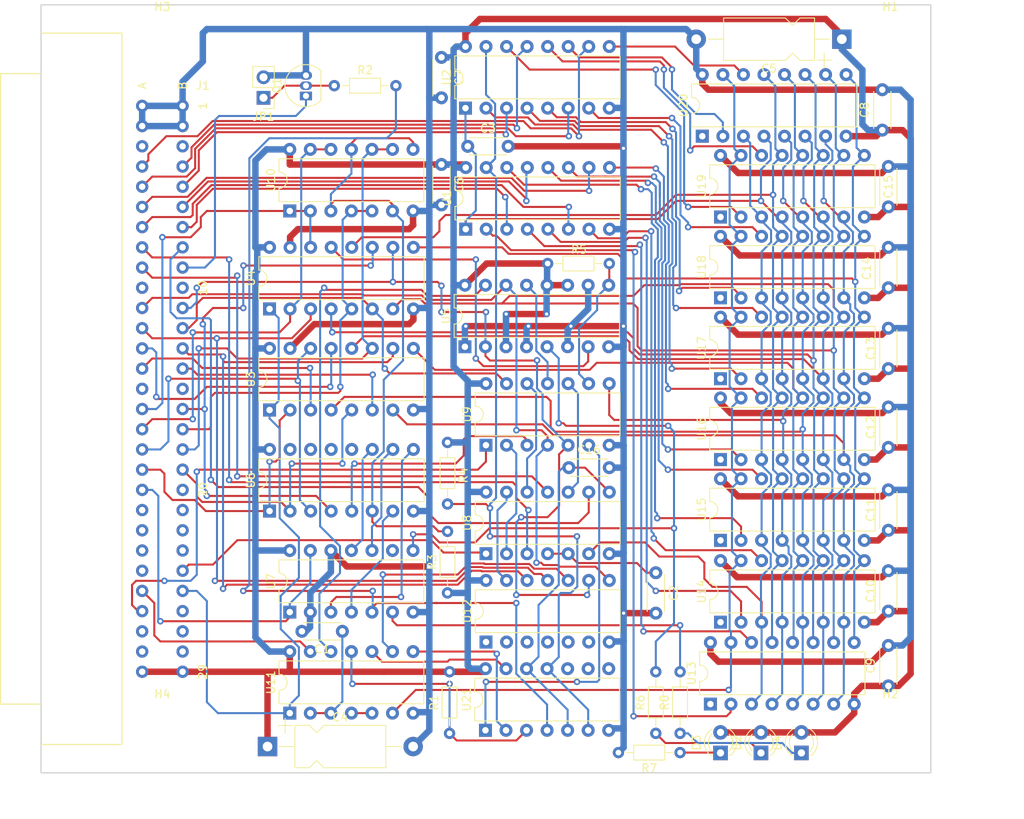
<source format=kicad_pcb>
(kicad_pcb (version 20171130) (host pcbnew 5.0.2+dfsg1-1)
  (layers (0 F.Cu signal) (31 B.Cu signal) (35 F.Paste user) (37 F.SilkS user) (38 B.Mask user) (39 F.Mask user) (44 Edge.Cuts user))
  (net 0 "")
  (net 1 GND)
  (net 2 "Net-(C1-Pad1)")
  (net 3 "Net-(C2-Pad1)")
  (net 4 /RAS)
  (net 5 +5V)
  (net 6 "Net-(C16-Pad1)")
  (net 7 "Net-(D2-Pad1)")
  (net 8 "Net-(D3-Pad1)")
  (net 9 "Net-(D4-Pad1)")
  (net 10 "Net-(JP1-Pad1)")
  (net 11 "Net-(R1-Pad1)")
  (net 12 "Net-(R2-Pad2)")
  (net 13 "Net-(R3-Pad2)")
  (net 14 /DIEN)
  (net 15 "Net-(R5-Pad1)")
  (net 16 "Net-(R6-Pad2)")
  (net 17 "Net-(R8-Pad2)")
  (net 18 /A1_9)
  (net 19 AB2)
  (net 20 AB1)
  (net 21 /A2_10)
  (net 22 /A0_8)
  (net 23 AB3)
  (net 24 AB11)
  (net 25 AB0)
  (net 26 /A3_11)
  (net 27 CASG)
  (net 28 /A7_15)
  (net 29 AB4)
  (net 30 AB15)
  (net 31 AB12)
  (net 32 AB7)
  (net 33 /A4_12)
  (net 34 /A6_14)
  (net 35 AB5)
  (net 36 "Net-(U4-Pad13)")
  (net 37 AB13)
  (net 38 AB6)
  (net 39 /A5_13)
  (net 40 "Net-(U11-Pad12)")
  (net 41 AB14)
  (net 42 "Net-(U5-Pad13)")
  (net 43 "Net-(U6-Pad9)")
  (net 44 "Net-(U6-Pad10)")
  (net 45 "Net-(U6-Pad11)")
  (net 46 "Net-(U6-Pad5)")
  (net 47 "Net-(U6-Pad7)")
  (net 48 _RESET)
  (net 49 "Net-(U12-Pad13)")
  (net 50 /WE)
  (net 51 "Net-(U8-Pad12)")
  (net 52 "Net-(U8-Pad10)")
  (net 53 "Net-(U8-Pad2)")
  (net 54 "Net-(U21-Pad1)")
  (net 55 /CAS)
  (net 56 "Net-(U11-Pad4)")
  (net 57 "Net-(U11-Pad10)")
  (net 58 "Net-(U11-Pad9)")
  (net 59 "Net-(U11-Pad8)")
  (net 60 /DI_0)
  (net 61 /DI_1)
  (net 62 /DO_1)
  (net 63 /DO_2)
  (net 64 /DI_2)
  (net 65 /DI_3)
  (net 66 /DO_3)
  (net 67 /DO_4)
  (net 68 /DI_4)
  (net 69 /DI_5)
  (net 70 /DO_5)
  (net 71 /DO_6)
  (net 72 /DI_6)
  (net 73 /DI_7)
  (net 74 _ROMDI)
  (net 75 DB3)
  (net 76 DB0)
  (net 77 /DO_0)
  (net 78 DB2)
  (net 79 DB1)
  (net 80 DB5)
  (net 81 DB6)
  (net 82 DB4)
  (net 83 DB7)
  (net 84 AB9)
  (net 85 AB10)
  (net 86 AB8)
  (net 87 _MREQ)
  (net 88 _WR)
  (net 89 _RD)
  (net 90 IORQ)
  (net 91 _M1)
  (net 92 _RFSH)
  (net 93 /DO_7)
  (module Package_DIP:DIP-16_W7.62mm (layer F.Cu) (at 128.25 105.12 90)
    (fp_text reference U3 (at 3.81 -2.33 90) (layer F.SilkS))
    (fp_text value 74LS257)
    (pad 16 thru_hole oval (at 7.62 0 90) (size 1.6 1.6) (drill 0.8) (layers *.Cu *.Mask) (net 5 +5V))
    (pad 8 thru_hole oval (at 0 17.78 90) (size 1.6 1.6) (drill 0.8) (layers *.Cu *.Mask) (net 1 GND))
    (pad 15 thru_hole oval (at 7.62 2.54 90) (size 1.6 1.6) (drill 0.8) (layers *.Cu *.Mask) (net 1 GND))
    (pad 7 thru_hole oval (at 0 15.24 90) (size 1.6 1.6) (drill 0.8) (layers *.Cu *.Mask) (net 18 /A1_9))
    (pad 14 thru_hole oval (at 7.62 5.08 90) (size 1.6 1.6) (drill 0.8) (layers *.Cu *.Mask) (net 19 AB2))
    (pad 6 thru_hole oval (at 0 12.7 90) (size 1.6 1.6) (drill 0.8) (layers *.Cu *.Mask) (net 84 AB9))
    (pad 13 thru_hole oval (at 7.62 7.62 90) (size 1.6 1.6) (drill 0.8) (layers *.Cu *.Mask) (net 85 AB10))
    (pad 5 thru_hole oval (at 0 10.16 90) (size 1.6 1.6) (drill 0.8) (layers *.Cu *.Mask) (net 20 AB1))
    (pad 12 thru_hole oval (at 7.62 10.16 90) (size 1.6 1.6) (drill 0.8) (layers *.Cu *.Mask) (net 21 /A2_10))
    (pad 4 thru_hole oval (at 0 7.62 90) (size 1.6 1.6) (drill 0.8) (layers *.Cu *.Mask) (net 22 /A0_8))
    (pad 11 thru_hole oval (at 7.62 12.7 90) (size 1.6 1.6) (drill 0.8) (layers *.Cu *.Mask) (net 23 AB3))
    (pad 3 thru_hole oval (at 0 5.08 90) (size 1.6 1.6) (drill 0.8) (layers *.Cu *.Mask) (net 86 AB8))
    (pad 10 thru_hole oval (at 7.62 15.24 90) (size 1.6 1.6) (drill 0.8) (layers *.Cu *.Mask) (net 24 AB11))
    (pad 2 thru_hole oval (at 0 2.54 90) (size 1.6 1.6) (drill 0.8) (layers *.Cu *.Mask) (net 25 AB0))
    (pad 9 thru_hole oval (at 7.62 17.78 90) (size 1.6 1.6) (drill 0.8) (layers *.Cu *.Mask) (net 26 /A3_11))
    (pad 1 thru_hole rect (at 0 0 90) (size 1.6 1.6) (drill 0.8) (layers *.Cu *.Mask) (net 27 CASG))
  )
  (module Package_DIP:DIP-16_W7.62mm (layer F.Cu) (at 152.4 97.3 90)
    (fp_text reference U5 (at 3.81 -2.33 90) (layer F.SilkS))
    (fp_text value 74LS253)
    (pad 16 thru_hole oval (at 7.62 0 90) (size 1.6 1.6) (drill 0.8) (layers *.Cu *.Mask) (net 5 +5V))
    (pad 8 thru_hole oval (at 0 17.78 90) (size 1.6 1.6) (drill 0.8) (layers *.Cu *.Mask) (net 1 GND))
    (pad 15 thru_hole oval (at 7.62 2.54 90) (size 1.6 1.6) (drill 0.8) (layers *.Cu *.Mask) (net 40 "Net-(U11-Pad12)"))
    (pad 7 thru_hole oval (at 0 15.24 90) (size 1.6 1.6) (drill 0.8) (layers *.Cu *.Mask) (net 36 "Net-(U4-Pad13)"))
    (pad 14 thru_hole oval (at 7.62 5.08 90) (size 1.6 1.6) (drill 0.8) (layers *.Cu *.Mask) (net 41 AB14))
    (pad 6 thru_hole oval (at 0 12.7 90) (size 1.6 1.6) (drill 0.8) (layers *.Cu *.Mask) (net 1 GND))
    (pad 13 thru_hole oval (at 7.62 7.62 90) (size 1.6 1.6) (drill 0.8) (layers *.Cu *.Mask) (net 42 "Net-(U5-Pad13)"))
    (pad 5 thru_hole oval (at 0 10.16 90) (size 1.6 1.6) (drill 0.8) (layers *.Cu *.Mask) (net 16 "Net-(R6-Pad2)"))
    (pad 12 thru_hole oval (at 7.62 10.16 90) (size 1.6 1.6) (drill 0.8) (layers *.Cu *.Mask) (net 5 +5V))
    (pad 4 thru_hole oval (at 0 7.62 90) (size 1.6 1.6) (drill 0.8) (layers *.Cu *.Mask) (net 1 GND))
    (pad 11 thru_hole oval (at 7.62 12.7 90) (size 1.6 1.6) (drill 0.8) (layers *.Cu *.Mask) (net 5 +5V))
    (pad 3 thru_hole oval (at 0 5.08 90) (size 1.6 1.6) (drill 0.8) (layers *.Cu *.Mask) (net 5 +5V))
    (pad 10 thru_hole oval (at 7.62 15.24 90) (size 1.6 1.6) (drill 0.8) (layers *.Cu *.Mask) (net 1 GND))
    (pad 2 thru_hole oval (at 0 2.54 90) (size 1.6 1.6) (drill 0.8) (layers *.Cu *.Mask) (net 30 AB15))
    (pad 9 thru_hole oval (at 7.62 17.78 90) (size 1.6 1.6) (drill 0.8) (layers *.Cu *.Mask) (net 15 "Net-(R5-Pad1)"))
    (pad 1 thru_hole rect (at 0 0 90) (size 1.6 1.6) (drill 0.8) (layers *.Cu *.Mask) (net 1 GND))
  )
  (module Package_DIP:DIP-16_W7.62mm (layer F.Cu) (at 184 101.25 90)
    (fp_text reference U17 (at 3.81 -2.33 90) (layer F.SilkS))
    (fp_text value U2164)
    (pad 16 thru_hole oval (at 7.62 0 90) (size 1.6 1.6) (drill 0.8) (layers *.Cu *.Mask) (net 1 GND))
    (pad 8 thru_hole oval (at 0 17.78 90) (size 1.6 1.6) (drill 0.8) (layers *.Cu *.Mask) (net 5 +5V))
    (pad 15 thru_hole oval (at 7.62 2.54 90) (size 1.6 1.6) (drill 0.8) (layers *.Cu *.Mask) (net 55 /CAS))
    (pad 7 thru_hole oval (at 0 15.24 90) (size 1.6 1.6) (drill 0.8) (layers *.Cu *.Mask) (net 18 /A1_9))
    (pad 14 thru_hole oval (at 7.62 5.08 90) (size 1.6 1.6) (drill 0.8) (layers *.Cu *.Mask) (net 67 /DO_4))
    (pad 6 thru_hole oval (at 0 12.7 90) (size 1.6 1.6) (drill 0.8) (layers *.Cu *.Mask) (net 21 /A2_10))
    (pad 13 thru_hole oval (at 7.62 7.62 90) (size 1.6 1.6) (drill 0.8) (layers *.Cu *.Mask) (net 34 /A6_14))
    (pad 5 thru_hole oval (at 0 10.16 90) (size 1.6 1.6) (drill 0.8) (layers *.Cu *.Mask) (net 22 /A0_8))
    (pad 12 thru_hole oval (at 7.62 10.16 90) (size 1.6 1.6) (drill 0.8) (layers *.Cu *.Mask) (net 26 /A3_11))
    (pad 4 thru_hole oval (at 0 7.62 90) (size 1.6 1.6) (drill 0.8) (layers *.Cu *.Mask) (net 4 /RAS))
    (pad 11 thru_hole oval (at 7.62 12.7 90) (size 1.6 1.6) (drill 0.8) (layers *.Cu *.Mask) (net 33 /A4_12))
    (pad 3 thru_hole oval (at 0 5.08 90) (size 1.6 1.6) (drill 0.8) (layers *.Cu *.Mask) (net 50 /WE))
    (pad 10 thru_hole oval (at 7.62 15.24 90) (size 1.6 1.6) (drill 0.8) (layers *.Cu *.Mask) (net 39 /A5_13))
    (pad 2 thru_hole oval (at 0 2.54 90) (size 1.6 1.6) (drill 0.8) (layers *.Cu *.Mask) (net 68 /DI_4))
    (pad 9 thru_hole oval (at 7.62 17.78 90) (size 1.6 1.6) (drill 0.8) (layers *.Cu *.Mask) (net 28 /A7_15))
    (pad 1 thru_hole rect (at 0 0 90) (size 1.6 1.6) (drill 0.8) (layers *.Cu *.Mask))
  )
  (module RFT_EFS:EFS_58 (layer F.Cu) (at 115 102.5 270)
    (fp_text reference J1 (at -37.5 -5) (layer F.SilkS))
    (fp_text value Conn_02x29_Top_Bottom)
    (fp_text user A (at -37.5 2.5 270) (layer F.SilkS))
    (fp_text user B (at -37.5 -2.5 270) (layer F.SilkS))
    (fp_text user 1 (at -35 -5 270) (layer F.SilkS))
    (fp_text user 10 (at -12.5 -5 270) (layer F.SilkS))
    (fp_text user 20 (at 12.5 -5 270) (layer F.SilkS))
    (fp_text user 29 (at 35 -5 270) (layer F.SilkS))
    (pad "" np_thru_hole circle (at 41 10 270) (size 3.1 3.1) (drill 3.1) (layers *.Cu *.Mask))
    (pad "" np_thru_hole circle (at -41 10 270) (size 3.1 3.1) (drill 3.1) (layers *.Cu *.Mask))
    (pad 1 thru_hole circle (at -35 2.5 270) (size 1.524 1.524) (drill 0.8) (layers *.Cu *.Mask) (net 1 GND))
    (pad 2 thru_hole circle (at -32.5 2.5 270) (size 1.524 1.524) (drill 0.8) (layers *.Cu *.Mask) (net 1 GND))
    (pad 3 thru_hole circle (at -30 2.5 270) (size 1.524 1.524) (drill 0.8) (layers *.Cu *.Mask))
    (pad 4 thru_hole circle (at -27.5 2.5 270) (size 1.524 1.524) (drill 0.8) (layers *.Cu *.Mask) (net 83 DB7))
    (pad 5 thru_hole circle (at -25 2.5 270) (size 1.524 1.524) (drill 0.8) (layers *.Cu *.Mask) (net 80 DB5))
    (pad 6 thru_hole circle (at -22.5 2.5 270) (size 1.524 1.524) (drill 0.8) (layers *.Cu *.Mask) (net 75 DB3))
    (pad 7 thru_hole circle (at -20 2.5 270) (size 1.524 1.524) (drill 0.8) (layers *.Cu *.Mask) (net 79 DB1))
    (pad 8 thru_hole circle (at -17.5 2.5 270) (size 1.524 1.524) (drill 0.8) (layers *.Cu *.Mask) (net 88 _WR))
    (pad 9 thru_hole circle (at -15 2.5 270) (size 1.524 1.524) (drill 0.8) (layers *.Cu *.Mask) (net 87 _MREQ))
    (pad 10 thru_hole circle (at -12.5 2.5 270) (size 1.524 1.524) (drill 0.8) (layers *.Cu *.Mask))
    (pad 11 thru_hole circle (at -10 2.5 270) (size 1.524 1.524) (drill 0.8) (layers *.Cu *.Mask) (net 41 AB14))
    (pad 12 thru_hole circle (at -7.5 2.5 270) (size 1.524 1.524) (drill 0.8) (layers *.Cu *.Mask) (net 31 AB12))
    (pad 13 thru_hole circle (at -5 2.5 270) (size 1.524 1.524) (drill 0.8) (layers *.Cu *.Mask) (net 85 AB10))
    (pad 14 thru_hole circle (at -2.5 2.5 270) (size 1.524 1.524) (drill 0.8) (layers *.Cu *.Mask) (net 86 AB8))
    (pad 15 thru_hole circle (at 0 2.5 270) (size 1.524 1.524) (drill 0.8) (layers *.Cu *.Mask))
    (pad 16 thru_hole circle (at 2.5 2.5 270) (size 1.524 1.524) (drill 0.8) (layers *.Cu *.Mask) (net 38 AB6))
    (pad 17 thru_hole circle (at 5 2.5 270) (size 1.524 1.524) (drill 0.8) (layers *.Cu *.Mask) (net 29 AB4))
    (pad 18 thru_hole circle (at 7.5 2.5 270) (size 1.524 1.524) (drill 0.8) (layers *.Cu *.Mask) (net 19 AB2))
    (pad 19 thru_hole circle (at 10 2.5 270) (size 1.524 1.524) (drill 0.8) (layers *.Cu *.Mask) (net 25 AB0))
    (pad 20 thru_hole circle (at 12.5 2.5 270) (size 1.524 1.524) (drill 0.8) (layers *.Cu *.Mask) (net 48 _RESET))
    (pad 21 thru_hole circle (at 15 2.5 270) (size 1.524 1.524) (drill 0.8) (layers *.Cu *.Mask))
    (pad 22 thru_hole circle (at 17.5 2.5 270) (size 1.524 1.524) (drill 0.8) (layers *.Cu *.Mask))
    (pad 23 thru_hole circle (at 20 2.5 270) (size 1.524 1.524) (drill 0.8) (layers *.Cu *.Mask))
    (pad 24 thru_hole circle (at 22.5 2.5 270) (size 1.524 1.524) (drill 0.8) (layers *.Cu *.Mask))
    (pad 25 thru_hole circle (at 25 2.5 270) (size 1.524 1.524) (drill 0.8) (layers *.Cu *.Mask) (net 92 _RFSH))
    (pad 26 thru_hole circle (at 27.5 2.5 270) (size 1.524 1.524) (drill 0.8) (layers *.Cu *.Mask) (net 91 _M1))
    (pad 27 thru_hole circle (at 30 2.5 270) (size 1.524 1.524) (drill 0.8) (layers *.Cu *.Mask))
    (pad 28 thru_hole circle (at 32.5 2.5 270) (size 1.524 1.524) (drill 0.8) (layers *.Cu *.Mask))
    (pad 29 thru_hole circle (at 35 2.5 270) (size 1.524 1.524) (drill 0.8) (layers *.Cu *.Mask) (net 5 +5V))
    (pad 30 thru_hole circle (at -35 -2.5 270) (size 1.524 1.524) (drill 0.8) (layers *.Cu *.Mask) (net 1 GND))
    (pad 31 thru_hole circle (at -32.5 -2.5 270) (size 1.524 1.524) (drill 0.8) (layers *.Cu *.Mask) (net 1 GND))
    (pad 32 thru_hole circle (at -30 -2.5 270) (size 1.524 1.524) (drill 0.8) (layers *.Cu *.Mask))
    (pad 33 thru_hole circle (at -27.5 -2.5 270) (size 1.524 1.524) (drill 0.8) (layers *.Cu *.Mask) (net 81 DB6))
    (pad 34 thru_hole circle (at -25 -2.5 270) (size 1.524 1.524) (drill 0.8) (layers *.Cu *.Mask) (net 82 DB4))
    (pad 35 thru_hole circle (at -22.5 -2.5 270) (size 1.524 1.524) (drill 0.8) (layers *.Cu *.Mask) (net 78 DB2))
    (pad 36 thru_hole circle (at -20 -2.5 270) (size 1.524 1.524) (drill 0.8) (layers *.Cu *.Mask) (net 76 DB0))
    (pad 37 thru_hole circle (at -17.5 -2.5 270) (size 1.524 1.524) (drill 0.8) (layers *.Cu *.Mask) (net 89 _RD))
    (pad 38 thru_hole circle (at -15 -2.5 270) (size 1.524 1.524) (drill 0.8) (layers *.Cu *.Mask) (net 74 _ROMDI))
    (pad 39 thru_hole circle (at -12.5 -2.5 270) (size 1.524 1.524) (drill 0.8) (layers *.Cu *.Mask))
    (pad 40 thru_hole circle (at -10 -2.5 270) (size 1.524 1.524) (drill 0.8) (layers *.Cu *.Mask) (net 30 AB15))
    (pad 41 thru_hole circle (at -7.5 -2.5 270) (size 1.524 1.524) (drill 0.8) (layers *.Cu *.Mask) (net 37 AB13))
    (pad 42 thru_hole circle (at -5 -2.5 270) (size 1.524 1.524) (drill 0.8) (layers *.Cu *.Mask) (net 24 AB11))
    (pad 43 thru_hole circle (at -2.5 -2.5 270) (size 1.524 1.524) (drill 0.8) (layers *.Cu *.Mask) (net 84 AB9))
    (pad 44 thru_hole circle (at 0 -2.5 270) (size 1.524 1.524) (drill 0.8) (layers *.Cu *.Mask))
    (pad 45 thru_hole circle (at 2.5 -2.5 270) (size 1.524 1.524) (drill 0.8) (layers *.Cu *.Mask) (net 32 AB7))
    (pad 46 thru_hole circle (at 5 -2.5 270) (size 1.524 1.524) (drill 0.8) (layers *.Cu *.Mask) (net 35 AB5))
    (pad 47 thru_hole circle (at 7.5 -2.5 270) (size 1.524 1.524) (drill 0.8) (layers *.Cu *.Mask) (net 23 AB3))
    (pad 48 thru_hole circle (at 10 -2.5 270) (size 1.524 1.524) (drill 0.8) (layers *.Cu *.Mask) (net 20 AB1))
    (pad 49 thru_hole circle (at 12.5 -2.5 270) (size 1.524 1.524) (drill 0.8) (layers *.Cu *.Mask))
    (pad 50 thru_hole circle (at 15 -2.5 270) (size 1.524 1.524) (drill 0.8) (layers *.Cu *.Mask))
    (pad 51 thru_hole circle (at 17.5 -2.5 270) (size 1.524 1.524) (drill 0.8) (layers *.Cu *.Mask))
    (pad 52 thru_hole circle (at 20 -2.5 270) (size 1.524 1.524) (drill 0.8) (layers *.Cu *.Mask))
    (pad 53 thru_hole circle (at 22.5 -2.5 270) (size 1.524 1.524) (drill 0.8) (layers *.Cu *.Mask) (net 90 IORQ))
    (pad 54 thru_hole circle (at 25 -2.5 270) (size 1.524 1.524) (drill 0.8) (layers *.Cu *.Mask) (net 27 CASG))
    (pad 55 thru_hole circle (at 27.5 -2.5 270) (size 1.524 1.524) (drill 0.8) (layers *.Cu *.Mask))
    (pad 56 thru_hole circle (at 30 -2.5 270) (size 1.524 1.524) (drill 0.8) (layers *.Cu *.Mask))
    (pad 57 thru_hole circle (at 32.5 -2.5 270) (size 1.524 1.524) (drill 0.8) (layers *.Cu *.Mask))
    (pad 58 thru_hole circle (at 35 -2.5 270) (size 1.524 1.524) (drill 0.8) (layers *.Cu *.Mask) (net 5 +5V))
  )
  (module Capacitor_THT:C_Disc_D4.3mm_W1.9mm_P5.00mm (layer F.Cu) (at 137.25 132.5 180)
    (fp_text reference C1 (at 2.5 -2.2 180) (layer F.SilkS))
    (fp_text value 1n)
    (pad 2 thru_hole circle (at 5 0 180) (size 1.6 1.6) (drill 0.8) (layers *.Cu *.Mask) (net 1 GND))
    (pad 1 thru_hole circle (at 0 0 180) (size 1.6 1.6) (drill 0.8) (layers *.Cu *.Mask) (net 2 "Net-(C1-Pad1)"))
  )
  (module Capacitor_THT:C_Disc_D4.3mm_W1.9mm_P5.00mm (layer F.Cu) (at 176 125.25 270)
    (fp_text reference C2 (at 2.5 -2.2 270) (layer F.SilkS))
    (fp_text value 100p)
    (pad 2 thru_hole circle (at 5 0 270) (size 1.6 1.6) (drill 0.8) (layers *.Cu *.Mask) (net 1 GND))
    (pad 1 thru_hole circle (at 0 0 270) (size 1.6 1.6) (drill 0.8) (layers *.Cu *.Mask) (net 3 "Net-(C2-Pad1)"))
  )
  (module Capacitor_THT:C_Disc_D4.3mm_W1.9mm_P5.00mm (layer F.Cu) (at 152.75 72.5)
    (fp_text reference C3 (at 2.5 -2.2) (layer F.SilkS))
    (fp_text value 470p)
    (pad 1 thru_hole circle (at 0 0) (size 1.6 1.6) (drill 0.8) (layers *.Cu *.Mask) (net 4 /RAS))
    (pad 2 thru_hole circle (at 5 0) (size 1.6 1.6) (drill 0.8) (layers *.Cu *.Mask) (net 1 GND))
  )
  (module Capacitor_THT:CP_Axial_L11.0mm_D5.0mm_P18.00mm_Horizontal (layer F.Cu) (at 128 146.75)
    (fp_text reference C4 (at 9 -3.62) (layer F.SilkS))
    (fp_text value CP_Small)
    (pad 2 thru_hole oval (at 18 0) (size 2.4 2.4) (drill 1.2) (layers *.Cu *.Mask) (net 1 GND))
    (pad 1 thru_hole rect (at 0 0) (size 2.4 2.4) (drill 1.2) (layers *.Cu *.Mask) (net 5 +5V))
  )
  (module Capacitor_THT:CP_Axial_L11.0mm_D5.0mm_P18.00mm_Horizontal (layer F.Cu) (at 199 59.25 180)
    (fp_text reference C5 (at 9 -3.62 180) (layer F.SilkS))
    (fp_text value CP_Small)
    (pad 1 thru_hole rect (at 0 0 180) (size 2.4 2.4) (drill 1.2) (layers *.Cu *.Mask) (net 5 +5V))
    (pad 2 thru_hole oval (at 18 0 180) (size 2.4 2.4) (drill 1.2) (layers *.Cu *.Mask) (net 1 GND))
  )
  (module Capacitor_THT:C_Disc_D4.3mm_W1.9mm_P5.00mm (layer F.Cu) (at 149.5 74.75 270)
    (fp_text reference C6 (at 2.5 -2.2 270) (layer F.SilkS))
    (fp_text value 47n)
    (pad 2 thru_hole circle (at 5 0 270) (size 1.6 1.6) (drill 0.8) (layers *.Cu *.Mask) (net 1 GND))
    (pad 1 thru_hole circle (at 0 0 270) (size 1.6 1.6) (drill 0.8) (layers *.Cu *.Mask) (net 5 +5V))
  )
  (module Capacitor_THT:C_Disc_D4.3mm_W1.9mm_P5.00mm (layer F.Cu) (at 149.5 61.5 270)
    (fp_text reference C7 (at 2.5 -2.2 270) (layer F.SilkS))
    (fp_text value 47n)
    (pad 1 thru_hole circle (at 0 0 270) (size 1.6 1.6) (drill 0.8) (layers *.Cu *.Mask) (net 5 +5V))
    (pad 2 thru_hole circle (at 5 0 270) (size 1.6 1.6) (drill 0.8) (layers *.Cu *.Mask) (net 1 GND))
  )
  (module Capacitor_THT:C_Disc_D4.3mm_W1.9mm_P5.00mm (layer F.Cu) (at 204 70.5 90)
    (fp_text reference C8 (at 2.5 -2.2 90) (layer F.SilkS))
    (fp_text value 47n)
    (pad 2 thru_hole circle (at 5 0 90) (size 1.6 1.6) (drill 0.8) (layers *.Cu *.Mask) (net 1 GND))
    (pad 1 thru_hole circle (at 0 0 90) (size 1.6 1.6) (drill 0.8) (layers *.Cu *.Mask) (net 5 +5V))
  )
  (module Capacitor_THT:C_Disc_D4.3mm_W1.9mm_P5.00mm (layer F.Cu) (at 204.75 139.25 90)
    (fp_text reference C9 (at 2.5 -2.2 90) (layer F.SilkS))
    (fp_text value 47n)
    (pad 1 thru_hole circle (at 0 0 90) (size 1.6 1.6) (drill 0.8) (layers *.Cu *.Mask) (net 5 +5V))
    (pad 2 thru_hole circle (at 5 0 90) (size 1.6 1.6) (drill 0.8) (layers *.Cu *.Mask) (net 1 GND))
  )
  (module Capacitor_THT:C_Disc_D4.3mm_W1.9mm_P5.00mm (layer F.Cu) (at 204.75 130 90)
    (fp_text reference C10 (at 2.5 -2.2 90) (layer F.SilkS))
    (fp_text value 47n)
    (pad 1 thru_hole circle (at 0 0 90) (size 1.6 1.6) (drill 0.8) (layers *.Cu *.Mask) (net 5 +5V))
    (pad 2 thru_hole circle (at 5 0 90) (size 1.6 1.6) (drill 0.8) (layers *.Cu *.Mask) (net 1 GND))
  )
  (module Capacitor_THT:C_Disc_D4.3mm_W1.9mm_P5.00mm (layer F.Cu) (at 204.75 120 90)
    (fp_text reference C11 (at 2.5 -2.2 90) (layer F.SilkS))
    (fp_text value 47n)
    (pad 1 thru_hole circle (at 0 0 90) (size 1.6 1.6) (drill 0.8) (layers *.Cu *.Mask) (net 5 +5V))
    (pad 2 thru_hole circle (at 5 0 90) (size 1.6 1.6) (drill 0.8) (layers *.Cu *.Mask) (net 1 GND))
  )
  (module Capacitor_THT:C_Disc_D4.3mm_W1.9mm_P5.00mm (layer F.Cu) (at 204.75 109.75 90)
    (fp_text reference C12 (at 2.5 -2.2 90) (layer F.SilkS))
    (fp_text value 47n)
    (pad 1 thru_hole circle (at 0 0 90) (size 1.6 1.6) (drill 0.8) (layers *.Cu *.Mask) (net 5 +5V))
    (pad 2 thru_hole circle (at 5 0 90) (size 1.6 1.6) (drill 0.8) (layers *.Cu *.Mask) (net 1 GND))
  )
  (module Capacitor_THT:C_Disc_D4.3mm_W1.9mm_P5.00mm (layer F.Cu) (at 204.75 100 90)
    (fp_text reference C13 (at 2.5 -2.2 90) (layer F.SilkS))
    (fp_text value 47n)
    (pad 2 thru_hole circle (at 5 0 90) (size 1.6 1.6) (drill 0.8) (layers *.Cu *.Mask) (net 1 GND))
    (pad 1 thru_hole circle (at 0 0 90) (size 1.6 1.6) (drill 0.8) (layers *.Cu *.Mask) (net 5 +5V))
  )
  (module Capacitor_THT:C_Disc_D4.3mm_W1.9mm_P5.00mm (layer F.Cu) (at 204.75 90 90)
    (fp_text reference C14 (at 2.404999 -2.675001 90) (layer F.SilkS))
    (fp_text value 47n)
    (pad 1 thru_hole circle (at 0 0 90) (size 1.6 1.6) (drill 0.8) (layers *.Cu *.Mask) (net 5 +5V))
    (pad 2 thru_hole circle (at 5 0 90) (size 1.6 1.6) (drill 0.8) (layers *.Cu *.Mask) (net 1 GND))
  )
  (module Capacitor_THT:C_Disc_D4.3mm_W1.9mm_P5.00mm (layer F.Cu) (at 204.75 80 90)
    (fp_text reference C15 (at 2.5 0 90) (layer F.SilkS))
    (fp_text value 47n)
    (pad 2 thru_hole circle (at 5 0 90) (size 1.6 1.6) (drill 0.8) (layers *.Cu *.Mask) (net 1 GND))
    (pad 1 thru_hole circle (at 0 0 90) (size 1.6 1.6) (drill 0.8) (layers *.Cu *.Mask) (net 5 +5V))
  )
  (module Capacitor_THT:C_Disc_D4.3mm_W1.9mm_P5.00mm (layer F.Cu) (at 165.25 112.25)
    (fp_text reference C16 (at 2.5 -2.2) (layer F.SilkS))
    (fp_text value 220p)
    (pad 2 thru_hole circle (at 5 0) (size 1.6 1.6) (drill 0.8) (layers *.Cu *.Mask) (net 1 GND))
    (pad 1 thru_hole circle (at 0 0) (size 1.6 1.6) (drill 0.8) (layers *.Cu *.Mask) (net 6 "Net-(C16-Pad1)"))
  )
  (module LED_THT:LED_D3.0mm (layer F.Cu) (at 189 147.54 90)
    (fp_text reference D2 (at 1.27 -2.96 90) (layer F.SilkS))
    (fp_text value ge)
    (pad 1 thru_hole rect (at 0 0 90) (size 1.8 1.8) (drill 0.9) (layers *.Cu *.Mask) (net 7 "Net-(D2-Pad1)"))
    (pad 2 thru_hole circle (at 2.54 0 90) (size 1.8 1.8) (drill 0.9) (layers *.Cu *.Mask) (net 5 +5V))
  )
  (module LED_THT:LED_D3.0mm (layer F.Cu) (at 184 147.54 90)
    (fp_text reference D3 (at 1.27 -2.96 90) (layer F.SilkS))
    (fp_text value gn)
    (pad 2 thru_hole circle (at 2.54 0 90) (size 1.8 1.8) (drill 0.9) (layers *.Cu *.Mask) (net 5 +5V))
    (pad 1 thru_hole rect (at 0 0 90) (size 1.8 1.8) (drill 0.9) (layers *.Cu *.Mask) (net 8 "Net-(D3-Pad1)"))
  )
  (module LED_THT:LED_D3.0mm (layer F.Cu) (at 194 147.54 90)
    (fp_text reference D4 (at 1.27 -2.96 90) (layer F.SilkS))
    (fp_text value rt)
    (pad 1 thru_hole rect (at 0 0 90) (size 1.8 1.8) (drill 0.9) (layers *.Cu *.Mask) (net 9 "Net-(D4-Pad1)"))
    (pad 2 thru_hole circle (at 2.54 0 90) (size 1.8 1.8) (drill 0.9) (layers *.Cu *.Mask) (net 5 +5V))
  )
  (module Connector_PinHeader_2.54mm:PinHeader_1x02_P2.54mm_Vertical (layer F.Cu) (at 127.5 66.5 180)
    (fp_text reference JP1 (at 0 -2.33 180) (layer F.SilkS))
    (fp_text value Jumper_NO_Small)
    (pad 1 thru_hole rect (at 0 0 180) (size 1.7 1.7) (drill 1) (layers *.Cu *.Mask) (net 10 "Net-(JP1-Pad1)"))
    (pad 2 thru_hole oval (at 0 2.54 180) (size 1.7 1.7) (drill 1) (layers *.Cu *.Mask) (net 1 GND))
  )
  (module Package_TO_SOT_THT:TO-92_Inline (layer F.Cu) (at 132.75 66.27 90)
    (fp_text reference Q1 (at 1.27 -3.56 90) (layer F.SilkS))
    (fp_text value BC547)
    (pad 2 thru_hole oval (at 1.27 0 90) (size 1.05 1.5) (drill 0.75) (layers *.Cu *.Mask) (net 10 "Net-(JP1-Pad1)"))
    (pad 3 thru_hole oval (at 2.54 0 90) (size 1.05 1.5) (drill 0.75) (layers *.Cu *.Mask) (net 1 GND))
    (pad 1 thru_hole rect (at 0 0 90) (size 1.05 1.5) (drill 0.75) (layers *.Cu *.Mask) (net 74 _ROMDI))
  )
  (module Resistor_THT:R_Axial_DIN0204_L3.6mm_D1.6mm_P7.62mm_Horizontal (layer F.Cu) (at 150.5 145.12 90)
    (fp_text reference R1 (at 3.81 -1.92 90) (layer F.SilkS))
    (fp_text value 1k)
    (pad 2 thru_hole oval (at 7.62 0 90) (size 1.4 1.4) (drill 0.7) (layers *.Cu *.Mask) (net 5 +5V))
    (pad 1 thru_hole circle (at 0 0 90) (size 1.4 1.4) (drill 0.7) (layers *.Cu *.Mask) (net 11 "Net-(R1-Pad1)"))
  )
  (module Resistor_THT:R_Axial_DIN0204_L3.6mm_D1.6mm_P7.62mm_Horizontal (layer F.Cu) (at 136.25 65)
    (fp_text reference R2 (at 3.81 -1.92) (layer F.SilkS))
    (fp_text value 4k7)
    (pad 2 thru_hole oval (at 7.62 0) (size 1.4 1.4) (drill 0.7) (layers *.Cu *.Mask) (net 12 "Net-(R2-Pad2)"))
    (pad 1 thru_hole circle (at 0 0) (size 1.4 1.4) (drill 0.7) (layers *.Cu *.Mask) (net 10 "Net-(JP1-Pad1)"))
  )
  (module Resistor_THT:R_Axial_DIN0204_L3.6mm_D1.6mm_P7.62mm_Horizontal (layer F.Cu) (at 150.25 127.75 90)
    (fp_text reference R3 (at 3.81 -1.92 90) (layer F.SilkS))
    (fp_text value 1k)
    (pad 1 thru_hole circle (at 0 0 90) (size 1.4 1.4) (drill 0.7) (layers *.Cu *.Mask) (net 5 +5V))
    (pad 2 thru_hole oval (at 7.62 0 90) (size 1.4 1.4) (drill 0.7) (layers *.Cu *.Mask) (net 13 "Net-(R3-Pad2)"))
  )
  (module Resistor_THT:R_Axial_DIN0204_L3.6mm_D1.6mm_P7.62mm_Horizontal (layer F.Cu) (at 150.25 109.13 270)
    (fp_text reference R4 (at 4.074999 -1.975001 270) (layer F.SilkS))
    (fp_text value 1k)
    (pad 1 thru_hole circle (at 0 0 270) (size 1.4 1.4) (drill 0.7) (layers *.Cu *.Mask) (net 5 +5V))
    (pad 2 thru_hole oval (at 7.62 0 270) (size 1.4 1.4) (drill 0.7) (layers *.Cu *.Mask) (net 14 /DIEN))
  )
  (module Resistor_THT:R_Axial_DIN0204_L3.6mm_D1.6mm_P7.62mm_Horizontal (layer F.Cu) (at 170.25 87 180)
    (fp_text reference R5 (at 3.75 1.75 180) (layer F.SilkS))
    (fp_text value 470)
    (pad 1 thru_hole circle (at 0 0 180) (size 1.4 1.4) (drill 0.7) (layers *.Cu *.Mask) (net 15 "Net-(R5-Pad1)"))
    (pad 2 thru_hole oval (at 7.62 0 180) (size 1.4 1.4) (drill 0.7) (layers *.Cu *.Mask) (net 5 +5V))
  )
  (module Resistor_THT:R_Axial_DIN0204_L3.6mm_D1.6mm_P7.62mm_Horizontal (layer F.Cu) (at 176 145.12 90)
    (fp_text reference R6 (at 3.81 -1.92 90) (layer F.SilkS))
    (fp_text value 680)
    (pad 2 thru_hole oval (at 7.62 0 90) (size 1.4 1.4) (drill 0.7) (layers *.Cu *.Mask) (net 16 "Net-(R6-Pad2)"))
    (pad 1 thru_hole circle (at 0 0 90) (size 1.4 1.4) (drill 0.7) (layers *.Cu *.Mask) (net 7 "Net-(D2-Pad1)"))
  )
  (module Resistor_THT:R_Axial_DIN0204_L3.6mm_D1.6mm_P7.62mm_Horizontal (layer F.Cu) (at 179 147.5 180)
    (fp_text reference R7 (at 3.81 -1.92 180) (layer F.SilkS))
    (fp_text value 680)
    (pad 1 thru_hole circle (at 0 0 180) (size 1.4 1.4) (drill 0.7) (layers *.Cu *.Mask) (net 8 "Net-(D3-Pad1)"))
    (pad 2 thru_hole oval (at 7.62 0 180) (size 1.4 1.4) (drill 0.7) (layers *.Cu *.Mask) (net 1 GND))
  )
  (module Resistor_THT:R_Axial_DIN0204_L3.6mm_D1.6mm_P7.62mm_Horizontal (layer F.Cu) (at 179 145.12 90)
    (fp_text reference R8 (at 3.81 -1.92 90) (layer F.SilkS))
    (fp_text value 680)
    (pad 2 thru_hole oval (at 7.62 0 90) (size 1.4 1.4) (drill 0.7) (layers *.Cu *.Mask) (net 17 "Net-(R8-Pad2)"))
    (pad 1 thru_hole circle (at 0 0 90) (size 1.4 1.4) (drill 0.7) (layers *.Cu *.Mask) (net 9 "Net-(D4-Pad1)"))
  )
  (module Package_DIP:DIP-16_W7.62mm (layer F.Cu) (at 128.25 92.62 90)
    (fp_text reference U4 (at 3.81 -2.33 90) (layer F.SilkS))
    (fp_text value 74LS257)
    (pad 1 thru_hole rect (at 0 0 90) (size 1.6 1.6) (drill 0.8) (layers *.Cu *.Mask) (net 27 CASG))
    (pad 9 thru_hole oval (at 7.62 17.78 90) (size 1.6 1.6) (drill 0.8) (layers *.Cu *.Mask) (net 28 /A7_15))
    (pad 2 thru_hole oval (at 0 2.54 90) (size 1.6 1.6) (drill 0.8) (layers *.Cu *.Mask) (net 29 AB4))
    (pad 10 thru_hole oval (at 7.62 15.24 90) (size 1.6 1.6) (drill 0.8) (layers *.Cu *.Mask) (net 30 AB15))
    (pad 3 thru_hole oval (at 0 5.08 90) (size 1.6 1.6) (drill 0.8) (layers *.Cu *.Mask) (net 31 AB12))
    (pad 11 thru_hole oval (at 7.62 12.7 90) (size 1.6 1.6) (drill 0.8) (layers *.Cu *.Mask) (net 32 AB7))
    (pad 4 thru_hole oval (at 0 7.62 90) (size 1.6 1.6) (drill 0.8) (layers *.Cu *.Mask) (net 33 /A4_12))
    (pad 12 thru_hole oval (at 7.62 10.16 90) (size 1.6 1.6) (drill 0.8) (layers *.Cu *.Mask) (net 34 /A6_14))
    (pad 5 thru_hole oval (at 0 10.16 90) (size 1.6 1.6) (drill 0.8) (layers *.Cu *.Mask) (net 35 AB5))
    (pad 13 thru_hole oval (at 7.62 7.62 90) (size 1.6 1.6) (drill 0.8) (layers *.Cu *.Mask) (net 36 "Net-(U4-Pad13)"))
    (pad 6 thru_hole oval (at 0 12.7 90) (size 1.6 1.6) (drill 0.8) (layers *.Cu *.Mask) (net 37 AB13))
    (pad 14 thru_hole oval (at 7.62 5.08 90) (size 1.6 1.6) (drill 0.8) (layers *.Cu *.Mask) (net 38 AB6))
    (pad 7 thru_hole oval (at 0 15.24 90) (size 1.6 1.6) (drill 0.8) (layers *.Cu *.Mask) (net 39 /A5_13))
    (pad 15 thru_hole oval (at 7.62 2.54 90) (size 1.6 1.6) (drill 0.8) (layers *.Cu *.Mask) (net 1 GND))
    (pad 8 thru_hole oval (at 0 17.78 90) (size 1.6 1.6) (drill 0.8) (layers *.Cu *.Mask) (net 1 GND))
    (pad 16 thru_hole oval (at 7.62 0 90) (size 1.6 1.6) (drill 0.8) (layers *.Cu *.Mask) (net 5 +5V))
  )
  (module Package_DIP:DIP-16_W7.62mm (layer F.Cu) (at 128.25 117.62 90)
    (fp_text reference U6 (at 3.81 -2.33 90) (layer F.SilkS))
    (fp_text value 74LS138)
    (pad 1 thru_hole rect (at 0 0 90) (size 1.6 1.6) (drill 0.8) (layers *.Cu *.Mask) (net 25 AB0))
    (pad 9 thru_hole oval (at 7.62 17.78 90) (size 1.6 1.6) (drill 0.8) (layers *.Cu *.Mask) (net 43 "Net-(U6-Pad9)"))
    (pad 2 thru_hole oval (at 0 2.54 90) (size 1.6 1.6) (drill 0.8) (layers *.Cu *.Mask) (net 20 AB1))
    (pad 10 thru_hole oval (at 7.62 15.24 90) (size 1.6 1.6) (drill 0.8) (layers *.Cu *.Mask) (net 44 "Net-(U6-Pad10)"))
    (pad 3 thru_hole oval (at 0 5.08 90) (size 1.6 1.6) (drill 0.8) (layers *.Cu *.Mask) (net 19 AB2))
    (pad 11 thru_hole oval (at 7.62 12.7 90) (size 1.6 1.6) (drill 0.8) (layers *.Cu *.Mask) (net 45 "Net-(U6-Pad11)"))
    (pad 4 thru_hole oval (at 0 7.62 90) (size 1.6 1.6) (drill 0.8) (layers *.Cu *.Mask) (net 32 AB7))
    (pad 12 thru_hole oval (at 7.62 10.16 90) (size 1.6 1.6) (drill 0.8) (layers *.Cu *.Mask))
    (pad 5 thru_hole oval (at 0 10.16 90) (size 1.6 1.6) (drill 0.8) (layers *.Cu *.Mask) (net 46 "Net-(U6-Pad5)"))
    (pad 13 thru_hole oval (at 7.62 7.62 90) (size 1.6 1.6) (drill 0.8) (layers *.Cu *.Mask))
    (pad 6 thru_hole oval (at 0 12.7 90) (size 1.6 1.6) (drill 0.8) (layers *.Cu *.Mask) (net 13 "Net-(R3-Pad2)"))
    (pad 14 thru_hole oval (at 7.62 5.08 90) (size 1.6 1.6) (drill 0.8) (layers *.Cu *.Mask))
    (pad 7 thru_hole oval (at 0 15.24 90) (size 1.6 1.6) (drill 0.8) (layers *.Cu *.Mask) (net 47 "Net-(U6-Pad7)"))
    (pad 15 thru_hole oval (at 7.62 2.54 90) (size 1.6 1.6) (drill 0.8) (layers *.Cu *.Mask))
    (pad 8 thru_hole oval (at 0 17.78 90) (size 1.6 1.6) (drill 0.8) (layers *.Cu *.Mask) (net 1 GND))
    (pad 16 thru_hole oval (at 7.62 0 90) (size 1.6 1.6) (drill 0.8) (layers *.Cu *.Mask) (net 5 +5V))
  )
  (module Package_DIP:DIP-14_W7.62mm (layer F.Cu) (at 130.75 130.12 90)
    (fp_text reference U7 (at 3.81 -2.33 90) (layer F.SilkS))
    (fp_text value 74LS74)
    (pad 1 thru_hole rect (at 0 0 90) (size 1.6 1.6) (drill 0.8) (layers *.Cu *.Mask) (net 48 _RESET))
    (pad 8 thru_hole oval (at 7.62 15.24 90) (size 1.6 1.6) (drill 0.8) (layers *.Cu *.Mask) (net 16 "Net-(R6-Pad2)"))
    (pad 2 thru_hole oval (at 0 2.54 90) (size 1.6 1.6) (drill 0.8) (layers *.Cu *.Mask) (net 1 GND))
    (pad 9 thru_hole oval (at 7.62 12.7 90) (size 1.6 1.6) (drill 0.8) (layers *.Cu *.Mask))
    (pad 3 thru_hole oval (at 0 5.08 90) (size 1.6 1.6) (drill 0.8) (layers *.Cu *.Mask) (net 43 "Net-(U6-Pad9)"))
    (pad 10 thru_hole oval (at 7.62 10.16 90) (size 1.6 1.6) (drill 0.8) (layers *.Cu *.Mask) (net 44 "Net-(U6-Pad10)"))
    (pad 4 thru_hole oval (at 0 7.62 90) (size 1.6 1.6) (drill 0.8) (layers *.Cu *.Mask) (net 47 "Net-(U6-Pad7)"))
    (pad 11 thru_hole oval (at 7.62 7.62 90) (size 1.6 1.6) (drill 0.8) (layers *.Cu *.Mask) (net 45 "Net-(U6-Pad11)"))
    (pad 5 thru_hole oval (at 0 10.16 90) (size 1.6 1.6) (drill 0.8) (layers *.Cu *.Mask) (net 12 "Net-(R2-Pad2)"))
    (pad 12 thru_hole oval (at 7.62 5.08 90) (size 1.6 1.6) (drill 0.8) (layers *.Cu *.Mask) (net 1 GND))
    (pad 6 thru_hole oval (at 0 12.7 90) (size 1.6 1.6) (drill 0.8) (layers *.Cu *.Mask) (net 17 "Net-(R8-Pad2)"))
    (pad 13 thru_hole oval (at 7.62 2.54 90) (size 1.6 1.6) (drill 0.8) (layers *.Cu *.Mask) (net 48 _RESET))
    (pad 7 thru_hole oval (at 0 15.24 90) (size 1.6 1.6) (drill 0.8) (layers *.Cu *.Mask) (net 1 GND))
    (pad 14 thru_hole oval (at 7.62 0 90) (size 1.6 1.6) (drill 0.8) (layers *.Cu *.Mask) (net 5 +5V))
  )
  (module Package_DIP:DIP-14_W7.62mm (layer F.Cu) (at 155.01 122.898 90)
    (fp_text reference U8 (at 3.81 -2.33 90) (layer F.SilkS))
    (fp_text value 74LS04)
    (pad 14 thru_hole oval (at 7.62 0 90) (size 1.6 1.6) (drill 0.8) (layers *.Cu *.Mask) (net 5 +5V))
    (pad 7 thru_hole oval (at 0 15.24 90) (size 1.6 1.6) (drill 0.8) (layers *.Cu *.Mask) (net 1 GND))
    (pad 13 thru_hole oval (at 7.62 2.54 90) (size 1.6 1.6) (drill 0.8) (layers *.Cu *.Mask) (net 49 "Net-(U12-Pad13)"))
    (pad 6 thru_hole oval (at 0 12.7 90) (size 1.6 1.6) (drill 0.8) (layers *.Cu *.Mask) (net 50 /WE))
    (pad 12 thru_hole oval (at 7.62 5.08 90) (size 1.6 1.6) (drill 0.8) (layers *.Cu *.Mask) (net 51 "Net-(U8-Pad12)"))
    (pad 5 thru_hole oval (at 0 10.16 90) (size 1.6 1.6) (drill 0.8) (layers *.Cu *.Mask) (net 3 "Net-(C2-Pad1)"))
    (pad 11 thru_hole oval (at 7.62 7.62 90) (size 1.6 1.6) (drill 0.8) (layers *.Cu *.Mask) (net 87 _MREQ))
    (pad 4 thru_hole oval (at 0 7.62 90) (size 1.6 1.6) (drill 0.8) (layers *.Cu *.Mask) (net 3 "Net-(C2-Pad1)"))
    (pad 10 thru_hole oval (at 7.62 10.16 90) (size 1.6 1.6) (drill 0.8) (layers *.Cu *.Mask) (net 52 "Net-(U8-Pad10)"))
    (pad 3 thru_hole oval (at 0 5.08 90) (size 1.6 1.6) (drill 0.8) (layers *.Cu *.Mask) (net 88 _WR))
    (pad 9 thru_hole oval (at 7.62 12.7 90) (size 1.6 1.6) (drill 0.8) (layers *.Cu *.Mask) (net 89 _RD))
    (pad 2 thru_hole oval (at 0 2.54 90) (size 1.6 1.6) (drill 0.8) (layers *.Cu *.Mask) (net 53 "Net-(U8-Pad2)"))
    (pad 8 thru_hole oval (at 7.62 15.24 90) (size 1.6 1.6) (drill 0.8) (layers *.Cu *.Mask) (net 6 "Net-(C16-Pad1)"))
    (pad 1 thru_hole rect (at 0 0 90) (size 1.6 1.6) (drill 0.8) (layers *.Cu *.Mask) (net 90 IORQ))
  )
  (module Package_DIP:DIP-14_W7.62mm (layer F.Cu) (at 155 109.472 90)
    (fp_text reference U9 (at 3.81 -2.33 90) (layer F.SilkS))
    (fp_text value 74LS00)
    (pad 1 thru_hole rect (at 0 0 90) (size 1.6 1.6) (drill 0.8) (layers *.Cu *.Mask) (net 91 _M1))
    (pad 8 thru_hole oval (at 7.62 15.24 90) (size 1.6 1.6) (drill 0.8) (layers *.Cu *.Mask) (net 4 /RAS))
    (pad 2 thru_hole oval (at 0 2.54 90) (size 1.6 1.6) (drill 0.8) (layers *.Cu *.Mask) (net 53 "Net-(U8-Pad2)"))
    (pad 9 thru_hole oval (at 7.62 12.7 90) (size 1.6 1.6) (drill 0.8) (layers *.Cu *.Mask) (net 15 "Net-(R5-Pad1)"))
    (pad 3 thru_hole oval (at 0 5.08 90) (size 1.6 1.6) (drill 0.8) (layers *.Cu *.Mask) (net 46 "Net-(U6-Pad5)"))
    (pad 10 thru_hole oval (at 7.62 10.16 90) (size 1.6 1.6) (drill 0.8) (layers *.Cu *.Mask) (net 52 "Net-(U8-Pad10)"))
    (pad 4 thru_hole oval (at 0 7.62 90) (size 1.6 1.6) (drill 0.8) (layers *.Cu *.Mask) (net 41 AB14))
    (pad 11 thru_hole oval (at 7.62 7.62 90) (size 1.6 1.6) (drill 0.8) (layers *.Cu *.Mask) (net 42 "Net-(U5-Pad13)"))
    (pad 5 thru_hole oval (at 0 10.16 90) (size 1.6 1.6) (drill 0.8) (layers *.Cu *.Mask) (net 30 AB15))
    (pad 12 thru_hole oval (at 7.62 5.08 90) (size 1.6 1.6) (drill 0.8) (layers *.Cu *.Mask) (net 51 "Net-(U8-Pad12)"))
    (pad 6 thru_hole oval (at 0 12.7 90) (size 1.6 1.6) (drill 0.8) (layers *.Cu *.Mask) (net 54 "Net-(U21-Pad1)"))
    (pad 13 thru_hole oval (at 7.62 2.54 90) (size 1.6 1.6) (drill 0.8) (layers *.Cu *.Mask) (net 37 AB13))
    (pad 7 thru_hole oval (at 0 15.24 90) (size 1.6 1.6) (drill 0.8) (layers *.Cu *.Mask) (net 1 GND))
    (pad 14 thru_hole oval (at 7.62 0 90) (size 1.6 1.6) (drill 0.8) (layers *.Cu *.Mask) (net 5 +5V))
  )
  (module Package_DIP:DIP-14_W7.62mm (layer F.Cu) (at 130.75 80.5 90)
    (fp_text reference U10 (at 3.81 -2.33 90) (layer F.SilkS))
    (fp_text value 74LS03)
    (pad 14 thru_hole oval (at 7.62 0 90) (size 1.6 1.6) (drill 0.8) (layers *.Cu *.Mask) (net 5 +5V))
    (pad 7 thru_hole oval (at 0 15.24 90) (size 1.6 1.6) (drill 0.8) (layers *.Cu *.Mask) (net 1 GND))
    (pad 13 thru_hole oval (at 7.62 2.54 90) (size 1.6 1.6) (drill 0.8) (layers *.Cu *.Mask) (net 29 AB4))
    (pad 6 thru_hole oval (at 0 12.7 90) (size 1.6 1.6) (drill 0.8) (layers *.Cu *.Mask) (net 13 "Net-(R3-Pad2)"))
    (pad 12 thru_hole oval (at 7.62 5.08 90) (size 1.6 1.6) (drill 0.8) (layers *.Cu *.Mask) (net 29 AB4))
    (pad 5 thru_hole oval (at 0 10.16 90) (size 1.6 1.6) (drill 0.8) (layers *.Cu *.Mask) (net 35 AB5))
    (pad 11 thru_hole oval (at 7.62 7.62 90) (size 1.6 1.6) (drill 0.8) (layers *.Cu *.Mask) (net 13 "Net-(R3-Pad2)"))
    (pad 4 thru_hole oval (at 0 7.62 90) (size 1.6 1.6) (drill 0.8) (layers *.Cu *.Mask) (net 35 AB5))
    (pad 10 thru_hole oval (at 7.62 10.16 90) (size 1.6 1.6) (drill 0.8) (layers *.Cu *.Mask) (net 23 AB3))
    (pad 3 thru_hole oval (at 0 5.08 90) (size 1.6 1.6) (drill 0.8) (layers *.Cu *.Mask) (net 13 "Net-(R3-Pad2)"))
    (pad 9 thru_hole oval (at 7.62 12.7 90) (size 1.6 1.6) (drill 0.8) (layers *.Cu *.Mask) (net 23 AB3))
    (pad 2 thru_hole oval (at 0 2.54 90) (size 1.6 1.6) (drill 0.8) (layers *.Cu *.Mask) (net 38 AB6))
    (pad 8 thru_hole oval (at 7.62 15.24 90) (size 1.6 1.6) (drill 0.8) (layers *.Cu *.Mask) (net 13 "Net-(R3-Pad2)"))
    (pad 1 thru_hole rect (at 0 0 90) (size 1.6 1.6) (drill 0.8) (layers *.Cu *.Mask) (net 38 AB6))
  )
  (module Package_DIP:DIP-14_W7.62mm (layer F.Cu) (at 130.75 142.62 90)
    (fp_text reference U11 (at 3.81 -2.33 90) (layer F.SilkS))
    (fp_text value 74LS04)
    (pad 14 thru_hole oval (at 7.62 0 90) (size 1.6 1.6) (drill 0.8) (layers *.Cu *.Mask) (net 5 +5V))
    (pad 7 thru_hole oval (at 0 15.24 90) (size 1.6 1.6) (drill 0.8) (layers *.Cu *.Mask) (net 1 GND))
    (pad 13 thru_hole oval (at 7.62 2.54 90) (size 1.6 1.6) (drill 0.8) (layers *.Cu *.Mask) (net 92 _RFSH))
    (pad 6 thru_hole oval (at 0 12.7 90) (size 1.6 1.6) (drill 0.8) (layers *.Cu *.Mask) (net 55 /CAS))
    (pad 12 thru_hole oval (at 7.62 5.08 90) (size 1.6 1.6) (drill 0.8) (layers *.Cu *.Mask) (net 40 "Net-(U11-Pad12)"))
    (pad 5 thru_hole oval (at 0 10.16 90) (size 1.6 1.6) (drill 0.8) (layers *.Cu *.Mask) (net 56 "Net-(U11-Pad4)"))
    (pad 11 thru_hole oval (at 7.62 7.62 90) (size 1.6 1.6) (drill 0.8) (layers *.Cu *.Mask) (net 11 "Net-(R1-Pad1)"))
    (pad 4 thru_hole oval (at 0 7.62 90) (size 1.6 1.6) (drill 0.8) (layers *.Cu *.Mask) (net 56 "Net-(U11-Pad4)"))
    (pad 10 thru_hole oval (at 7.62 10.16 90) (size 1.6 1.6) (drill 0.8) (layers *.Cu *.Mask) (net 57 "Net-(U11-Pad10)"))
    (pad 3 thru_hole oval (at 0 5.08 90) (size 1.6 1.6) (drill 0.8) (layers *.Cu *.Mask) (net 2 "Net-(C1-Pad1)"))
    (pad 9 thru_hole oval (at 7.62 12.7 90) (size 1.6 1.6) (drill 0.8) (layers *.Cu *.Mask) (net 58 "Net-(U11-Pad9)"))
    (pad 2 thru_hole oval (at 0 2.54 90) (size 1.6 1.6) (drill 0.8) (layers *.Cu *.Mask) (net 2 "Net-(C1-Pad1)"))
    (pad 8 thru_hole oval (at 7.62 15.24 90) (size 1.6 1.6) (drill 0.8) (layers *.Cu *.Mask) (net 59 "Net-(U11-Pad8)"))
    (pad 1 thru_hole rect (at 0 0 90) (size 1.6 1.6) (drill 0.8) (layers *.Cu *.Mask) (net 27 CASG))
  )
  (module Package_DIP:DIP-14_W7.62mm (layer F.Cu) (at 155.01 133.82 90)
    (fp_text reference U12 (at 3.81 -2.33 90) (layer F.SilkS))
    (fp_text value 74LS02)
    (pad 1 thru_hole rect (at 0 0 90) (size 1.6 1.6) (drill 0.8) (layers *.Cu *.Mask))
    (pad 8 thru_hole oval (at 7.62 15.24 90) (size 1.6 1.6) (drill 0.8) (layers *.Cu *.Mask) (net 41 AB14))
    (pad 2 thru_hole oval (at 0 2.54 90) (size 1.6 1.6) (drill 0.8) (layers *.Cu *.Mask))
    (pad 9 thru_hole oval (at 7.62 12.7 90) (size 1.6 1.6) (drill 0.8) (layers *.Cu *.Mask) (net 30 AB15))
    (pad 3 thru_hole oval (at 0 5.08 90) (size 1.6 1.6) (drill 0.8) (layers *.Cu *.Mask))
    (pad 10 thru_hole oval (at 7.62 10.16 90) (size 1.6 1.6) (drill 0.8) (layers *.Cu *.Mask) (net 58 "Net-(U11-Pad9)"))
    (pad 4 thru_hole oval (at 0 7.62 90) (size 1.6 1.6) (drill 0.8) (layers *.Cu *.Mask))
    (pad 11 thru_hole oval (at 7.62 7.62 90) (size 1.6 1.6) (drill 0.8) (layers *.Cu *.Mask) (net 31 AB12))
    (pad 5 thru_hole oval (at 0 10.16 90) (size 1.6 1.6) (drill 0.8) (layers *.Cu *.Mask))
    (pad 12 thru_hole oval (at 7.62 5.08 90) (size 1.6 1.6) (drill 0.8) (layers *.Cu *.Mask) (net 24 AB11))
    (pad 6 thru_hole oval (at 0 12.7 90) (size 1.6 1.6) (drill 0.8) (layers *.Cu *.Mask))
    (pad 13 thru_hole oval (at 7.62 2.54 90) (size 1.6 1.6) (drill 0.8) (layers *.Cu *.Mask) (net 49 "Net-(U12-Pad13)"))
    (pad 7 thru_hole oval (at 0 15.24 90) (size 1.6 1.6) (drill 0.8) (layers *.Cu *.Mask) (net 1 GND))
    (pad 14 thru_hole oval (at 7.62 0 90) (size 1.6 1.6) (drill 0.8) (layers *.Cu *.Mask) (net 5 +5V))
  )
  (module Package_DIP:DIP-14_W7.62mm (layer F.Cu) (at 154.94 144.742 90)
    (fp_text reference U21 (at 3.81 -2.33 90) (layer F.SilkS))
    (fp_text value 74LS03)
    (pad 1 thru_hole rect (at 0 0 90) (size 1.6 1.6) (drill 0.8) (layers *.Cu *.Mask) (net 54 "Net-(U21-Pad1)"))
    (pad 8 thru_hole oval (at 7.62 15.24 90) (size 1.6 1.6) (drill 0.8) (layers *.Cu *.Mask))
    (pad 2 thru_hole oval (at 0 2.54 90) (size 1.6 1.6) (drill 0.8) (layers *.Cu *.Mask) (net 59 "Net-(U11-Pad8)"))
    (pad 9 thru_hole oval (at 7.62 12.7 90) (size 1.6 1.6) (drill 0.8) (layers *.Cu *.Mask))
    (pad 3 thru_hole oval (at 0 5.08 90) (size 1.6 1.6) (drill 0.8) (layers *.Cu *.Mask) (net 11 "Net-(R1-Pad1)"))
    (pad 10 thru_hole oval (at 7.62 10.16 90) (size 1.6 1.6) (drill 0.8) (layers *.Cu *.Mask))
    (pad 4 thru_hole oval (at 0 7.62 90) (size 1.6 1.6) (drill 0.8) (layers *.Cu *.Mask) (net 12 "Net-(R2-Pad2)"))
    (pad 11 thru_hole oval (at 7.62 7.62 90) (size 1.6 1.6) (drill 0.8) (layers *.Cu *.Mask) (net 14 /DIEN))
    (pad 5 thru_hole oval (at 0 10.16 90) (size 1.6 1.6) (drill 0.8) (layers *.Cu *.Mask) (net 6 "Net-(C16-Pad1)"))
    (pad 12 thru_hole oval (at 7.62 5.08 90) (size 1.6 1.6) (drill 0.8) (layers *.Cu *.Mask) (net 6 "Net-(C16-Pad1)"))
    (pad 6 thru_hole oval (at 0 12.7 90) (size 1.6 1.6) (drill 0.8) (layers *.Cu *.Mask) (net 14 /DIEN))
    (pad 13 thru_hole oval (at 7.62 2.54 90) (size 1.6 1.6) (drill 0.8) (layers *.Cu *.Mask) (net 57 "Net-(U11-Pad10)"))
    (pad 7 thru_hole oval (at 0 15.24 90) (size 1.6 1.6) (drill 0.8) (layers *.Cu *.Mask) (net 1 GND))
    (pad 14 thru_hole oval (at 7.62 0 90) (size 1.6 1.6) (drill 0.8) (layers *.Cu *.Mask) (net 5 +5V))
  )
  (module Package_DIP:DIP-16_W7.62mm (layer F.Cu) (at 152.5 82.75 90)
    (fp_text reference U1 (at 3.81 -2.33 90) (layer F.SilkS))
    (fp_text value DS8216)
    (pad 16 thru_hole oval (at 7.62 0 90) (size 1.6 1.6) (drill 0.8) (layers *.Cu *.Mask) (net 5 +5V))
    (pad 8 thru_hole oval (at 0 17.78 90) (size 1.6 1.6) (drill 0.8) (layers *.Cu *.Mask) (net 1 GND))
    (pad 15 thru_hole oval (at 7.62 2.54 90) (size 1.6 1.6) (drill 0.8) (layers *.Cu *.Mask) (net 14 /DIEN))
    (pad 7 thru_hole oval (at 0 15.24 90) (size 1.6 1.6) (drill 0.8) (layers *.Cu *.Mask) (net 62 /DO_1))
    (pad 14 thru_hole oval (at 7.62 5.08 90) (size 1.6 1.6) (drill 0.8) (layers *.Cu *.Mask) (net 64 /DI_2))
    (pad 6 thru_hole oval (at 0 12.7 90) (size 1.6 1.6) (drill 0.8) (layers *.Cu *.Mask) (net 79 DB1))
    (pad 13 thru_hole oval (at 7.62 7.62 90) (size 1.6 1.6) (drill 0.8) (layers *.Cu *.Mask) (net 78 DB2))
    (pad 5 thru_hole oval (at 0 10.16 90) (size 1.6 1.6) (drill 0.8) (layers *.Cu *.Mask) (net 61 /DI_1))
    (pad 12 thru_hole oval (at 7.62 10.16 90) (size 1.6 1.6) (drill 0.8) (layers *.Cu *.Mask) (net 63 /DO_2))
    (pad 4 thru_hole oval (at 0 7.62 90) (size 1.6 1.6) (drill 0.8) (layers *.Cu *.Mask) (net 77 /DO_0))
    (pad 11 thru_hole oval (at 7.62 12.7 90) (size 1.6 1.6) (drill 0.8) (layers *.Cu *.Mask) (net 65 /DI_3))
    (pad 3 thru_hole oval (at 0 5.08 90) (size 1.6 1.6) (drill 0.8) (layers *.Cu *.Mask) (net 76 DB0))
    (pad 10 thru_hole oval (at 7.62 15.24 90) (size 1.6 1.6) (drill 0.8) (layers *.Cu *.Mask) (net 75 DB3))
    (pad 2 thru_hole oval (at 0 2.54 90) (size 1.6 1.6) (drill 0.8) (layers *.Cu *.Mask) (net 60 /DI_0))
    (pad 9 thru_hole oval (at 7.62 17.78 90) (size 1.6 1.6) (drill 0.8) (layers *.Cu *.Mask) (net 66 /DO_3))
    (pad 1 thru_hole rect (at 0 0 90) (size 1.6 1.6) (drill 0.8) (layers *.Cu *.Mask) (net 4 /RAS))
  )
  (module Package_DIP:DIP-16_W7.62mm (layer F.Cu) (at 152.47 67.78 90)
    (fp_text reference U2 (at 3.81 -2.33 90) (layer F.SilkS))
    (fp_text value DS8216)
    (pad 1 thru_hole rect (at 0 0 90) (size 1.6 1.6) (drill 0.8) (layers *.Cu *.Mask) (net 4 /RAS))
    (pad 9 thru_hole oval (at 7.62 17.78 90) (size 1.6 1.6) (drill 0.8) (layers *.Cu *.Mask) (net 93 /DO_7))
    (pad 2 thru_hole oval (at 0 2.54 90) (size 1.6 1.6) (drill 0.8) (layers *.Cu *.Mask) (net 68 /DI_4))
    (pad 10 thru_hole oval (at 7.62 15.24 90) (size 1.6 1.6) (drill 0.8) (layers *.Cu *.Mask) (net 83 DB7))
    (pad 3 thru_hole oval (at 0 5.08 90) (size 1.6 1.6) (drill 0.8) (layers *.Cu *.Mask) (net 82 DB4))
    (pad 11 thru_hole oval (at 7.62 12.7 90) (size 1.6 1.6) (drill 0.8) (layers *.Cu *.Mask) (net 73 /DI_7))
    (pad 4 thru_hole oval (at 0 7.62 90) (size 1.6 1.6) (drill 0.8) (layers *.Cu *.Mask) (net 67 /DO_4))
    (pad 12 thru_hole oval (at 7.62 10.16 90) (size 1.6 1.6) (drill 0.8) (layers *.Cu *.Mask) (net 71 /DO_6))
    (pad 5 thru_hole oval (at 0 10.16 90) (size 1.6 1.6) (drill 0.8) (layers *.Cu *.Mask) (net 69 /DI_5))
    (pad 13 thru_hole oval (at 7.62 7.62 90) (size 1.6 1.6) (drill 0.8) (layers *.Cu *.Mask) (net 81 DB6))
    (pad 6 thru_hole oval (at 0 12.7 90) (size 1.6 1.6) (drill 0.8) (layers *.Cu *.Mask) (net 80 DB5))
    (pad 14 thru_hole oval (at 7.62 5.08 90) (size 1.6 1.6) (drill 0.8) (layers *.Cu *.Mask) (net 72 /DI_6))
    (pad 7 thru_hole oval (at 0 15.24 90) (size 1.6 1.6) (drill 0.8) (layers *.Cu *.Mask) (net 70 /DO_5))
    (pad 15 thru_hole oval (at 7.62 2.54 90) (size 1.6 1.6) (drill 0.8) (layers *.Cu *.Mask) (net 14 /DIEN))
    (pad 8 thru_hole oval (at 0 17.78 90) (size 1.6 1.6) (drill 0.8) (layers *.Cu *.Mask) (net 1 GND))
    (pad 16 thru_hole oval (at 7.62 0 90) (size 1.6 1.6) (drill 0.8) (layers *.Cu *.Mask) (net 5 +5V))
  )
  (module Package_DIP:DIP-16_W7.62mm (layer F.Cu) (at 182.75 141.5 90)
    (fp_text reference U13 (at 3.81 -2.33 90) (layer F.SilkS))
    (fp_text value U2164)
    (pad 1 thru_hole rect (at 0 0 90) (size 1.6 1.6) (drill 0.8) (layers *.Cu *.Mask))
    (pad 9 thru_hole oval (at 7.62 17.78 90) (size 1.6 1.6) (drill 0.8) (layers *.Cu *.Mask) (net 28 /A7_15))
    (pad 2 thru_hole oval (at 0 2.54 90) (size 1.6 1.6) (drill 0.8) (layers *.Cu *.Mask) (net 60 /DI_0))
    (pad 10 thru_hole oval (at 7.62 15.24 90) (size 1.6 1.6) (drill 0.8) (layers *.Cu *.Mask) (net 39 /A5_13))
    (pad 3 thru_hole oval (at 0 5.08 90) (size 1.6 1.6) (drill 0.8) (layers *.Cu *.Mask) (net 50 /WE))
    (pad 11 thru_hole oval (at 7.62 12.7 90) (size 1.6 1.6) (drill 0.8) (layers *.Cu *.Mask) (net 33 /A4_12))
    (pad 4 thru_hole oval (at 0 7.62 90) (size 1.6 1.6) (drill 0.8) (layers *.Cu *.Mask) (net 4 /RAS))
    (pad 12 thru_hole oval (at 7.62 10.16 90) (size 1.6 1.6) (drill 0.8) (layers *.Cu *.Mask) (net 26 /A3_11))
    (pad 5 thru_hole oval (at 0 10.16 90) (size 1.6 1.6) (drill 0.8) (layers *.Cu *.Mask) (net 22 /A0_8))
    (pad 13 thru_hole oval (at 7.62 7.62 90) (size 1.6 1.6) (drill 0.8) (layers *.Cu *.Mask) (net 34 /A6_14))
    (pad 6 thru_hole oval (at 0 12.7 90) (size 1.6 1.6) (drill 0.8) (layers *.Cu *.Mask) (net 21 /A2_10))
    (pad 14 thru_hole oval (at 7.62 5.08 90) (size 1.6 1.6) (drill 0.8) (layers *.Cu *.Mask) (net 77 /DO_0))
    (pad 7 thru_hole oval (at 0 15.24 90) (size 1.6 1.6) (drill 0.8) (layers *.Cu *.Mask) (net 18 /A1_9))
    (pad 15 thru_hole oval (at 7.62 2.54 90) (size 1.6 1.6) (drill 0.8) (layers *.Cu *.Mask) (net 55 /CAS))
    (pad 8 thru_hole oval (at 0 17.78 90) (size 1.6 1.6) (drill 0.8) (layers *.Cu *.Mask) (net 5 +5V))
    (pad 16 thru_hole oval (at 7.62 0 90) (size 1.6 1.6) (drill 0.8) (layers *.Cu *.Mask) (net 1 GND))
  )
  (module Package_DIP:DIP-16_W7.62mm (layer F.Cu) (at 184 131.37 90)
    (fp_text reference U14 (at 3.81 -2.33 90) (layer F.SilkS))
    (fp_text value U2164)
    (pad 1 thru_hole rect (at 0 0 90) (size 1.6 1.6) (drill 0.8) (layers *.Cu *.Mask))
    (pad 9 thru_hole oval (at 7.62 17.78 90) (size 1.6 1.6) (drill 0.8) (layers *.Cu *.Mask) (net 28 /A7_15))
    (pad 2 thru_hole oval (at 0 2.54 90) (size 1.6 1.6) (drill 0.8) (layers *.Cu *.Mask) (net 61 /DI_1))
    (pad 10 thru_hole oval (at 7.62 15.24 90) (size 1.6 1.6) (drill 0.8) (layers *.Cu *.Mask) (net 39 /A5_13))
    (pad 3 thru_hole oval (at 0 5.08 90) (size 1.6 1.6) (drill 0.8) (layers *.Cu *.Mask) (net 50 /WE))
    (pad 11 thru_hole oval (at 7.62 12.7 90) (size 1.6 1.6) (drill 0.8) (layers *.Cu *.Mask) (net 33 /A4_12))
    (pad 4 thru_hole oval (at 0 7.62 90) (size 1.6 1.6) (drill 0.8) (layers *.Cu *.Mask) (net 4 /RAS))
    (pad 12 thru_hole oval (at 7.62 10.16 90) (size 1.6 1.6) (drill 0.8) (layers *.Cu *.Mask) (net 26 /A3_11))
    (pad 5 thru_hole oval (at 0 10.16 90) (size 1.6 1.6) (drill 0.8) (layers *.Cu *.Mask) (net 22 /A0_8))
    (pad 13 thru_hole oval (at 7.62 7.62 90) (size 1.6 1.6) (drill 0.8) (layers *.Cu *.Mask) (net 34 /A6_14))
    (pad 6 thru_hole oval (at 0 12.7 90) (size 1.6 1.6) (drill 0.8) (layers *.Cu *.Mask) (net 21 /A2_10))
    (pad 14 thru_hole oval (at 7.62 5.08 90) (size 1.6 1.6) (drill 0.8) (layers *.Cu *.Mask) (net 62 /DO_1))
    (pad 7 thru_hole oval (at 0 15.24 90) (size 1.6 1.6) (drill 0.8) (layers *.Cu *.Mask) (net 18 /A1_9))
    (pad 15 thru_hole oval (at 7.62 2.54 90) (size 1.6 1.6) (drill 0.8) (layers *.Cu *.Mask) (net 55 /CAS))
    (pad 8 thru_hole oval (at 0 17.78 90) (size 1.6 1.6) (drill 0.8) (layers *.Cu *.Mask) (net 5 +5V))
    (pad 16 thru_hole oval (at 7.62 0 90) (size 1.6 1.6) (drill 0.8) (layers *.Cu *.Mask) (net 1 GND))
  )
  (module Package_DIP:DIP-16_W7.62mm (layer F.Cu) (at 184 121.25 90)
    (fp_text reference U15 (at 3.81 -2.33 90) (layer F.SilkS))
    (fp_text value U2164)
    (pad 16 thru_hole oval (at 7.62 0 90) (size 1.6 1.6) (drill 0.8) (layers *.Cu *.Mask) (net 1 GND))
    (pad 8 thru_hole oval (at 0 17.78 90) (size 1.6 1.6) (drill 0.8) (layers *.Cu *.Mask) (net 5 +5V))
    (pad 15 thru_hole oval (at 7.62 2.54 90) (size 1.6 1.6) (drill 0.8) (layers *.Cu *.Mask) (net 55 /CAS))
    (pad 7 thru_hole oval (at 0 15.24 90) (size 1.6 1.6) (drill 0.8) (layers *.Cu *.Mask) (net 18 /A1_9))
    (pad 14 thru_hole oval (at 7.62 5.08 90) (size 1.6 1.6) (drill 0.8) (layers *.Cu *.Mask) (net 63 /DO_2))
    (pad 6 thru_hole oval (at 0 12.7 90) (size 1.6 1.6) (drill 0.8) (layers *.Cu *.Mask) (net 21 /A2_10))
    (pad 13 thru_hole oval (at 7.62 7.62 90) (size 1.6 1.6) (drill 0.8) (layers *.Cu *.Mask) (net 34 /A6_14))
    (pad 5 thru_hole oval (at 0 10.16 90) (size 1.6 1.6) (drill 0.8) (layers *.Cu *.Mask) (net 22 /A0_8))
    (pad 12 thru_hole oval (at 7.62 10.16 90) (size 1.6 1.6) (drill 0.8) (layers *.Cu *.Mask) (net 26 /A3_11))
    (pad 4 thru_hole oval (at 0 7.62 90) (size 1.6 1.6) (drill 0.8) (layers *.Cu *.Mask) (net 4 /RAS))
    (pad 11 thru_hole oval (at 7.62 12.7 90) (size 1.6 1.6) (drill 0.8) (layers *.Cu *.Mask) (net 33 /A4_12))
    (pad 3 thru_hole oval (at 0 5.08 90) (size 1.6 1.6) (drill 0.8) (layers *.Cu *.Mask) (net 50 /WE))
    (pad 10 thru_hole oval (at 7.62 15.24 90) (size 1.6 1.6) (drill 0.8) (layers *.Cu *.Mask) (net 39 /A5_13))
    (pad 2 thru_hole oval (at 0 2.54 90) (size 1.6 1.6) (drill 0.8) (layers *.Cu *.Mask) (net 64 /DI_2))
    (pad 9 thru_hole oval (at 7.62 17.78 90) (size 1.6 1.6) (drill 0.8) (layers *.Cu *.Mask) (net 28 /A7_15))
    (pad 1 thru_hole rect (at 0 0 90) (size 1.6 1.6) (drill 0.8) (layers *.Cu *.Mask))
  )
  (module Package_DIP:DIP-16_W7.62mm (layer F.Cu) (at 184 111.25 90)
    (fp_text reference U16 (at 3.81 -2.33 90) (layer F.SilkS))
    (fp_text value U2164)
    (pad 16 thru_hole oval (at 7.62 0 90) (size 1.6 1.6) (drill 0.8) (layers *.Cu *.Mask) (net 1 GND))
    (pad 8 thru_hole oval (at 0 17.78 90) (size 1.6 1.6) (drill 0.8) (layers *.Cu *.Mask) (net 5 +5V))
    (pad 15 thru_hole oval (at 7.62 2.54 90) (size 1.6 1.6) (drill 0.8) (layers *.Cu *.Mask) (net 55 /CAS))
    (pad 7 thru_hole oval (at 0 15.24 90) (size 1.6 1.6) (drill 0.8) (layers *.Cu *.Mask) (net 18 /A1_9))
    (pad 14 thru_hole oval (at 7.62 5.08 90) (size 1.6 1.6) (drill 0.8) (layers *.Cu *.Mask) (net 66 /DO_3))
    (pad 6 thru_hole oval (at 0 12.7 90) (size 1.6 1.6) (drill 0.8) (layers *.Cu *.Mask) (net 21 /A2_10))
    (pad 13 thru_hole oval (at 7.62 7.62 90) (size 1.6 1.6) (drill 0.8) (layers *.Cu *.Mask) (net 34 /A6_14))
    (pad 5 thru_hole oval (at 0 10.16 90) (size 1.6 1.6) (drill 0.8) (layers *.Cu *.Mask) (net 22 /A0_8))
    (pad 12 thru_hole oval (at 7.62 10.16 90) (size 1.6 1.6) (drill 0.8) (layers *.Cu *.Mask) (net 26 /A3_11))
    (pad 4 thru_hole oval (at 0 7.62 90) (size 1.6 1.6) (drill 0.8) (layers *.Cu *.Mask) (net 4 /RAS))
    (pad 11 thru_hole oval (at 7.62 12.7 90) (size 1.6 1.6) (drill 0.8) (layers *.Cu *.Mask) (net 33 /A4_12))
    (pad 3 thru_hole oval (at 0 5.08 90) (size 1.6 1.6) (drill 0.8) (layers *.Cu *.Mask) (net 50 /WE))
    (pad 10 thru_hole oval (at 7.62 15.24 90) (size 1.6 1.6) (drill 0.8) (layers *.Cu *.Mask) (net 39 /A5_13))
    (pad 2 thru_hole oval (at 0 2.54 90) (size 1.6 1.6) (drill 0.8) (layers *.Cu *.Mask) (net 65 /DI_3))
    (pad 9 thru_hole oval (at 7.62 17.78 90) (size 1.6 1.6) (drill 0.8) (layers *.Cu *.Mask) (net 28 /A7_15))
    (pad 1 thru_hole rect (at 0 0 90) (size 1.6 1.6) (drill 0.8) (layers *.Cu *.Mask))
  )
  (module Package_DIP:DIP-16_W7.62mm (layer F.Cu) (at 184 91.25 90)
    (fp_text reference U18 (at 3.81 -2.33 90) (layer F.SilkS))
    (fp_text value U2164)
    (pad 1 thru_hole rect (at 0 0 90) (size 1.6 1.6) (drill 0.8) (layers *.Cu *.Mask))
    (pad 9 thru_hole oval (at 7.62 17.78 90) (size 1.6 1.6) (drill 0.8) (layers *.Cu *.Mask) (net 28 /A7_15))
    (pad 2 thru_hole oval (at 0 2.54 90) (size 1.6 1.6) (drill 0.8) (layers *.Cu *.Mask) (net 69 /DI_5))
    (pad 10 thru_hole oval (at 7.62 15.24 90) (size 1.6 1.6) (drill 0.8) (layers *.Cu *.Mask) (net 39 /A5_13))
    (pad 3 thru_hole oval (at 0 5.08 90) (size 1.6 1.6) (drill 0.8) (layers *.Cu *.Mask) (net 50 /WE))
    (pad 11 thru_hole oval (at 7.62 12.7 90) (size 1.6 1.6) (drill 0.8) (layers *.Cu *.Mask) (net 33 /A4_12))
    (pad 4 thru_hole oval (at 0 7.62 90) (size 1.6 1.6) (drill 0.8) (layers *.Cu *.Mask) (net 4 /RAS))
    (pad 12 thru_hole oval (at 7.62 10.16 90) (size 1.6 1.6) (drill 0.8) (layers *.Cu *.Mask) (net 26 /A3_11))
    (pad 5 thru_hole oval (at 0 10.16 90) (size 1.6 1.6) (drill 0.8) (layers *.Cu *.Mask) (net 22 /A0_8))
    (pad 13 thru_hole oval (at 7.62 7.62 90) (size 1.6 1.6) (drill 0.8) (layers *.Cu *.Mask) (net 34 /A6_14))
    (pad 6 thru_hole oval (at 0 12.7 90) (size 1.6 1.6) (drill 0.8) (layers *.Cu *.Mask) (net 21 /A2_10))
    (pad 14 thru_hole oval (at 7.62 5.08 90) (size 1.6 1.6) (drill 0.8) (layers *.Cu *.Mask) (net 70 /DO_5))
    (pad 7 thru_hole oval (at 0 15.24 90) (size 1.6 1.6) (drill 0.8) (layers *.Cu *.Mask) (net 18 /A1_9))
    (pad 15 thru_hole oval (at 7.62 2.54 90) (size 1.6 1.6) (drill 0.8) (layers *.Cu *.Mask) (net 55 /CAS))
    (pad 8 thru_hole oval (at 0 17.78 90) (size 1.6 1.6) (drill 0.8) (layers *.Cu *.Mask) (net 5 +5V))
    (pad 16 thru_hole oval (at 7.62 0 90) (size 1.6 1.6) (drill 0.8) (layers *.Cu *.Mask) (net 1 GND))
  )
  (module Package_DIP:DIP-16_W7.62mm (layer F.Cu) (at 184 81.25 90)
    (fp_text reference U19 (at 3.81 -2.33 90) (layer F.SilkS))
    (fp_text value U2164)
    (pad 1 thru_hole rect (at 0 0 90) (size 1.6 1.6) (drill 0.8) (layers *.Cu *.Mask))
    (pad 9 thru_hole oval (at 7.62 17.78 90) (size 1.6 1.6) (drill 0.8) (layers *.Cu *.Mask) (net 28 /A7_15))
    (pad 2 thru_hole oval (at 0 2.54 90) (size 1.6 1.6) (drill 0.8) (layers *.Cu *.Mask) (net 72 /DI_6))
    (pad 10 thru_hole oval (at 7.62 15.24 90) (size 1.6 1.6) (drill 0.8) (layers *.Cu *.Mask) (net 39 /A5_13))
    (pad 3 thru_hole oval (at 0 5.08 90) (size 1.6 1.6) (drill 0.8) (layers *.Cu *.Mask) (net 50 /WE))
    (pad 11 thru_hole oval (at 7.62 12.7 90) (size 1.6 1.6) (drill 0.8) (layers *.Cu *.Mask) (net 33 /A4_12))
    (pad 4 thru_hole oval (at 0 7.62 90) (size 1.6 1.6) (drill 0.8) (layers *.Cu *.Mask) (net 4 /RAS))
    (pad 12 thru_hole oval (at 7.62 10.16 90) (size 1.6 1.6) (drill 0.8) (layers *.Cu *.Mask) (net 26 /A3_11))
    (pad 5 thru_hole oval (at 0 10.16 90) (size 1.6 1.6) (drill 0.8) (layers *.Cu *.Mask) (net 22 /A0_8))
    (pad 13 thru_hole oval (at 7.62 7.62 90) (size 1.6 1.6) (drill 0.8) (layers *.Cu *.Mask) (net 34 /A6_14))
    (pad 6 thru_hole oval (at 0 12.7 90) (size 1.6 1.6) (drill 0.8) (layers *.Cu *.Mask) (net 21 /A2_10))
    (pad 14 thru_hole oval (at 7.62 5.08 90) (size 1.6 1.6) (drill 0.8) (layers *.Cu *.Mask) (net 71 /DO_6))
    (pad 7 thru_hole oval (at 0 15.24 90) (size 1.6 1.6) (drill 0.8) (layers *.Cu *.Mask) (net 18 /A1_9))
    (pad 15 thru_hole oval (at 7.62 2.54 90) (size 1.6 1.6) (drill 0.8) (layers *.Cu *.Mask) (net 55 /CAS))
    (pad 8 thru_hole oval (at 0 17.78 90) (size 1.6 1.6) (drill 0.8) (layers *.Cu *.Mask) (net 5 +5V))
    (pad 16 thru_hole oval (at 7.62 0 90) (size 1.6 1.6) (drill 0.8) (layers *.Cu *.Mask) (net 1 GND))
  )
  (module Package_DIP:DIP-16_W7.62mm (layer F.Cu) (at 181.75 71.25 90)
    (fp_text reference U20 (at 3.81 -2.33 90) (layer F.SilkS))
    (fp_text value U2164)
    (pad 16 thru_hole oval (at 7.62 0 90) (size 1.6 1.6) (drill 0.8) (layers *.Cu *.Mask) (net 1 GND))
    (pad 8 thru_hole oval (at 0 17.78 90) (size 1.6 1.6) (drill 0.8) (layers *.Cu *.Mask) (net 5 +5V))
    (pad 15 thru_hole oval (at 7.62 2.54 90) (size 1.6 1.6) (drill 0.8) (layers *.Cu *.Mask) (net 55 /CAS))
    (pad 7 thru_hole oval (at 0 15.24 90) (size 1.6 1.6) (drill 0.8) (layers *.Cu *.Mask) (net 18 /A1_9))
    (pad 14 thru_hole oval (at 7.62 5.08 90) (size 1.6 1.6) (drill 0.8) (layers *.Cu *.Mask) (net 93 /DO_7))
    (pad 6 thru_hole oval (at 0 12.7 90) (size 1.6 1.6) (drill 0.8) (layers *.Cu *.Mask) (net 21 /A2_10))
    (pad 13 thru_hole oval (at 7.62 7.62 90) (size 1.6 1.6) (drill 0.8) (layers *.Cu *.Mask) (net 34 /A6_14))
    (pad 5 thru_hole oval (at 0 10.16 90) (size 1.6 1.6) (drill 0.8) (layers *.Cu *.Mask) (net 22 /A0_8))
    (pad 12 thru_hole oval (at 7.62 10.16 90) (size 1.6 1.6) (drill 0.8) (layers *.Cu *.Mask) (net 26 /A3_11))
    (pad 4 thru_hole oval (at 0 7.62 90) (size 1.6 1.6) (drill 0.8) (layers *.Cu *.Mask) (net 4 /RAS))
    (pad 11 thru_hole oval (at 7.62 12.7 90) (size 1.6 1.6) (drill 0.8) (layers *.Cu *.Mask) (net 33 /A4_12))
    (pad 3 thru_hole oval (at 0 5.08 90) (size 1.6 1.6) (drill 0.8) (layers *.Cu *.Mask) (net 50 /WE))
    (pad 10 thru_hole oval (at 7.62 15.24 90) (size 1.6 1.6) (drill 0.8) (layers *.Cu *.Mask) (net 39 /A5_13))
    (pad 2 thru_hole oval (at 0 2.54 90) (size 1.6 1.6) (drill 0.8) (layers *.Cu *.Mask) (net 73 /DI_7))
    (pad 9 thru_hole oval (at 7.62 17.78 90) (size 1.6 1.6) (drill 0.8) (layers *.Cu *.Mask) (net 28 /A7_15))
    (pad 1 thru_hole rect (at 0 0 90) (size 1.6 1.6) (drill 0.8) (layers *.Cu *.Mask))
  )
  (module MountingHole:MountingHole_4.3mm_M4_DIN965 (layer F.Cu) (at 205 60)
    (fp_text reference H1 (at 0 -4.75) (layer F.SilkS))
    (fp_text value MountingHole)
    (pad 1 np_thru_hole circle (at 0 0) (size 4.3 4.3) (drill 4.3) (layers *.Cu *.Mask))
  )
  (module MountingHole:MountingHole_4.3mm_M4_DIN965 (layer F.Cu) (at 205 145)
    (fp_text reference H2 (at 0 -4.75) (layer F.SilkS))
    (fp_text value MountingHole)
    (pad 1 np_thru_hole circle (at 0 0) (size 4.3 4.3) (drill 4.3) (layers *.Cu *.Mask))
  )
  (module MountingHole:MountingHole_4.3mm_M4_DIN965 (layer F.Cu) (at 115 60)
    (fp_text reference H3 (at 0 -4.75) (layer F.SilkS))
    (fp_text value MountingHole)
    (pad 1 np_thru_hole circle (at 0 0) (size 4.3 4.3) (drill 4.3) (layers *.Cu *.Mask))
  )
  (module MountingHole:MountingHole_4.3mm_M4_DIN965 (layer F.Cu) (at 115 145)
    (fp_text reference H4 (at 0 -4.75) (layer F.SilkS))
    (fp_text value MountingHole)
    (pad 1 np_thru_hole circle (at 0 0) (size 4.3 4.3) (drill 4.3) (layers *.Cu *.Mask))
  )
  (gr_line (start 210 150) (end 210 55) (layer Edge.Cuts) (width 0.15))
  (gr_line (start 100 150) (end 210 150) (layer Edge.Cuts) (width 0.15))
  (gr_line (start 100 55) (end 100 150) (layer Edge.Cuts) (width 0.15))
  (gr_line (start 100 55) (end 210 55) (layer Edge.Cuts) (width 0.15))
  (segment (start 170.32 133.75) (end 172.019919 133.75) (width 0.8) (layer B.Cu) (net 1))
  (segment (start 170.25 133.82) (end 170.32 133.75) (width 0.8) (layer B.Cu) (net 1))
  (segment (start 171.871919 122.898) (end 172.019919 122.75) (width 0.8) (layer B.Cu) (net 1))
  (segment (start 170.25 122.898) (end 171.871919 122.898) (width 0.8) (layer B.Cu) (net 1))
  (segment (start 170.25 112.25) (end 172.019919 112.25) (width 0.8) (layer B.Cu) (net 1))
  (segment (start 172.019919 112.25) (end 172.019919 122.75) (width 0.8) (layer B.Cu) (net 1))
  (segment (start 171.991919 109.472) (end 172.019919 109.5) (width 0.8) (layer B.Cu) (net 1))
  (segment (start 170.24 109.472) (end 171.991919 109.472) (width 0.8) (layer B.Cu) (net 1))
  (segment (start 172.019919 109.5) (end 172.019919 112.25) (width 0.8) (layer B.Cu) (net 1))
  (segment (start 170.28 67.75) (end 170.25 67.78) (width 0.8) (layer B.Cu) (net 1))
  (segment (start 172 67.75) (end 170.28 67.75) (width 0.8) (layer B.Cu) (net 1))
  (via (at 172.019919 130.25) (size 0.8) (drill 0.4) (layers F.Cu B.Cu) (net 1))
  (segment (start 172.019919 122.75) (end 172.019919 130.25) (width 0.8) (layer B.Cu) (net 1))
  (segment (start 172.019919 130.25) (end 172.019919 133.75) (width 0.8) (layer B.Cu) (net 1))
  (segment (start 145.5 117.5) (end 146.05 116.95) (width 0.25) (layer F.Cu) (net 1))
  (segment (start 112.5 70) (end 112.5 67.5) (width 0.8) (layer B.Cu) (net 1))
  (segment (start 112.5 67.5) (end 117.5 67.5) (width 0.8) (layer B.Cu) (net 1))
  (segment (start 117.5 70) (end 117.5 67.5) (width 0.8) (layer B.Cu) (net 1))
  (segment (start 112.5 70) (end 117.5 70) (width 0.8) (layer B.Cu) (net 1))
  (segment (start 147.75 58) (end 148 58.25) (width 0.8) (layer B.Cu) (net 1))
  (segment (start 170.18 97.3) (end 172.019919 97.3) (width 0.8) (layer B.Cu) (net 1))
  (segment (start 147.12137 80.5) (end 148 80.5) (width 0.8) (layer B.Cu) (net 1))
  (segment (start 145.99 80.5) (end 147.12137 80.5) (width 0.8) (layer B.Cu) (net 1))
  (segment (start 148 80.5) (end 148 92.5) (width 0.8) (layer B.Cu) (net 1))
  (segment (start 146.15 92.5) (end 148 92.5) (width 0.8) (layer B.Cu) (net 1))
  (segment (start 146.03 92.62) (end 146.15 92.5) (width 0.8) (layer B.Cu) (net 1))
  (segment (start 148 92.5) (end 148 105) (width 0.8) (layer B.Cu) (net 1))
  (segment (start 146.15 105) (end 148 105) (width 0.8) (layer B.Cu) (net 1))
  (segment (start 146.03 105.12) (end 146.15 105) (width 0.8) (layer B.Cu) (net 1))
  (segment (start 147.88 117.62) (end 146.03 117.62) (width 0.8) (layer B.Cu) (net 1))
  (segment (start 148 117.5) (end 147.88 117.62) (width 0.8) (layer B.Cu) (net 1))
  (segment (start 148 105) (end 148 117.5) (width 0.8) (layer B.Cu) (net 1))
  (segment (start 135.83 122.5) (end 135.83 125.17) (width 0.8) (layer B.Cu) (net 1))
  (segment (start 133.29 127.71) (end 133.29 130.12) (width 0.8) (layer B.Cu) (net 1))
  (segment (start 135.83 125.17) (end 133.29 127.71) (width 0.8) (layer B.Cu) (net 1))
  (via (at 148 124.5) (size 0.8) (drill 0.4) (layers F.Cu B.Cu) (net 1))
  (segment (start 148 117.5) (end 148 124.5) (width 0.8) (layer B.Cu) (net 1))
  (segment (start 206.5 134.25) (end 204.75 134.25) (width 0.8) (layer B.Cu) (net 1))
  (segment (start 207.5 133.25) (end 206.5 134.25) (width 0.8) (layer B.Cu) (net 1))
  (segment (start 205.88137 125) (end 207.5 125) (width 0.8) (layer B.Cu) (net 1))
  (segment (start 204.75 125) (end 205.88137 125) (width 0.8) (layer B.Cu) (net 1))
  (segment (start 207.5 125) (end 207.5 133.25) (width 0.8) (layer B.Cu) (net 1))
  (segment (start 205.88137 115) (end 207.5 115) (width 0.8) (layer B.Cu) (net 1))
  (segment (start 204.75 115) (end 205.88137 115) (width 0.8) (layer B.Cu) (net 1))
  (segment (start 207.5 115) (end 207.5 125) (width 0.8) (layer B.Cu) (net 1))
  (segment (start 205.88137 104.75) (end 207.5 104.75) (width 0.8) (layer B.Cu) (net 1))
  (segment (start 204.75 104.75) (end 205.88137 104.75) (width 0.8) (layer B.Cu) (net 1))
  (segment (start 207.5 104.75) (end 207.5 115) (width 0.8) (layer B.Cu) (net 1))
  (segment (start 205.88137 95) (end 207.5 95) (width 0.8) (layer B.Cu) (net 1))
  (segment (start 204.75 95) (end 205.88137 95) (width 0.8) (layer B.Cu) (net 1))
  (segment (start 207.5 95) (end 207.5 104.75) (width 0.8) (layer B.Cu) (net 1))
  (segment (start 204.75 85) (end 207.5 85) (width 0.8) (layer B.Cu) (net 1))
  (segment (start 207.5 85) (end 207.5 95) (width 0.8) (layer B.Cu) (net 1))
  (segment (start 205.88137 75) (end 207.5 75) (width 0.8) (layer B.Cu) (net 1))
  (segment (start 204.75 75) (end 205.88137 75) (width 0.8) (layer B.Cu) (net 1))
  (segment (start 207.5 75) (end 207.5 85) (width 0.8) (layer B.Cu) (net 1))
  (segment (start 176 130.25) (end 174.86863 130.25) (width 0.8) (layer F.Cu) (net 1))
  (segment (start 174.86863 130.25) (end 172.019919 130.25) (width 0.8) (layer F.Cu) (net 1))
  (segment (start 202.75001 136.24999) (end 203.950001 135.049999) (width 0.8) (layer F.Cu) (net 1))
  (segment (start 183.74999 136.24999) (end 202.75001 136.24999) (width 0.8) (layer F.Cu) (net 1))
  (segment (start 182.75 133.88) (end 182.75 135.25) (width 0.8) (layer F.Cu) (net 1))
  (segment (start 203.950001 135.049999) (end 204.75 134.25) (width 0.8) (layer F.Cu) (net 1))
  (segment (start 182.75 135.25) (end 183.74999 136.24999) (width 0.8) (layer F.Cu) (net 1))
  (segment (start 203.950001 125.799999) (end 204.75 125) (width 0.8) (layer F.Cu) (net 1))
  (segment (start 186.049999 125.799999) (end 203.950001 125.799999) (width 0.8) (layer F.Cu) (net 1))
  (segment (start 184 123.75) (end 186.049999 125.799999) (width 0.8) (layer F.Cu) (net 1))
  (segment (start 203.950001 115.799999) (end 204.75 115) (width 0.8) (layer F.Cu) (net 1))
  (segment (start 186.169999 115.799999) (end 203.950001 115.799999) (width 0.8) (layer F.Cu) (net 1))
  (segment (start 184 113.63) (end 186.169999 115.799999) (width 0.8) (layer F.Cu) (net 1))
  (segment (start 204 105.5) (end 204.75 104.75) (width 0.8) (layer F.Cu) (net 1))
  (segment (start 185.25 105.5) (end 204 105.5) (width 0.8) (layer F.Cu) (net 1))
  (segment (start 184 103.63) (end 184 104.25) (width 0.8) (layer F.Cu) (net 1))
  (segment (start 184 104.25) (end 185.25 105.5) (width 0.8) (layer F.Cu) (net 1))
  (segment (start 203.950001 95.799999) (end 204.75 95) (width 0.8) (layer F.Cu) (net 1))
  (segment (start 186.169999 95.799999) (end 203.950001 95.799999) (width 0.8) (layer F.Cu) (net 1))
  (segment (start 184 93.63) (end 186.169999 95.799999) (width 0.8) (layer F.Cu) (net 1))
  (segment (start 203.950001 85.799999) (end 204.75 85) (width 0.8) (layer F.Cu) (net 1))
  (segment (start 203.75 86) (end 203.950001 85.799999) (width 0.8) (layer F.Cu) (net 1))
  (segment (start 186.37 86) (end 203.75 86) (width 0.8) (layer F.Cu) (net 1))
  (segment (start 184 83.63) (end 186.37 86) (width 0.8) (layer F.Cu) (net 1))
  (segment (start 203.950001 75.799999) (end 204.75 75) (width 0.8) (layer F.Cu) (net 1))
  (segment (start 186.169999 75.799999) (end 203.950001 75.799999) (width 0.8) (layer F.Cu) (net 1))
  (segment (start 184 73.63) (end 186.169999 75.799999) (width 0.8) (layer F.Cu) (net 1))
  (segment (start 120 58.5) (end 120.5 58) (width 0.8) (layer B.Cu) (net 1))
  (segment (start 120 62) (end 120 58.5) (width 0.8) (layer B.Cu) (net 1))
  (segment (start 117.5 67.5) (end 117.5 64.5) (width 0.8) (layer B.Cu) (net 1))
  (segment (start 117.5 64.5) (end 120 62) (width 0.8) (layer B.Cu) (net 1))
  (segment (start 181 62.88) (end 181.75 63.63) (width 0.8) (layer B.Cu) (net 1))
  (segment (start 181 59.25) (end 181 62.88) (width 0.8) (layer B.Cu) (net 1))
  (segment (start 207.5 66.75) (end 207.5 75) (width 0.8) (layer B.Cu) (net 1))
  (segment (start 204 65.5) (end 206.25 65.5) (width 0.8) (layer B.Cu) (net 1))
  (segment (start 206.25 65.5) (end 207.5 66.75) (width 0.8) (layer B.Cu) (net 1))
  (segment (start 182.5 65.5) (end 204 65.5) (width 0.8) (layer F.Cu) (net 1))
  (segment (start 181.75 63.63) (end 181.75 64.75) (width 0.8) (layer F.Cu) (net 1))
  (segment (start 181.75 64.75) (end 182.5 65.5) (width 0.8) (layer F.Cu) (net 1))
  (segment (start 149.5 66.5) (end 148 66.5) (width 0.8) (layer B.Cu) (net 1))
  (segment (start 148 58.25) (end 148 66.5) (width 0.8) (layer B.Cu) (net 1))
  (segment (start 148 66.5) (end 148 79.75) (width 0.8) (layer B.Cu) (net 1))
  (segment (start 149.5 79.75) (end 148 79.75) (width 0.8) (layer B.Cu) (net 1))
  (segment (start 148 79.75) (end 148 80.5) (width 0.8) (layer B.Cu) (net 1))
  (segment (start 133.25 130.16) (end 133.29 130.12) (width 0.8) (layer B.Cu) (net 1))
  (segment (start 132.25 132.5) (end 132.75 132.5) (width 0.8) (layer B.Cu) (net 1))
  (segment (start 133.25 132) (end 133.25 130.16) (width 0.8) (layer B.Cu) (net 1))
  (segment (start 132.75 132.5) (end 133.25 132) (width 0.8) (layer B.Cu) (net 1))
  (segment (start 127.73 63.73) (end 132.75 63.73) (width 0.8) (layer B.Cu) (net 1))
  (segment (start 127.5 63.96) (end 127.73 63.73) (width 0.8) (layer B.Cu) (net 1))
  (segment (start 132.75 63.73) (end 132.75 58) (width 0.8) (layer B.Cu) (net 1))
  (segment (start 120.5 58) (end 132.75 58) (width 0.8) (layer B.Cu) (net 1))
  (segment (start 132.75 58) (end 147.75 58) (width 0.8) (layer B.Cu) (net 1))
  (segment (start 145.99 82.24) (end 145.99 80.5) (width 0.8) (layer F.Cu) (net 1))
  (segment (start 146 82.25) (end 145.99 82.24) (width 0.8) (layer F.Cu) (net 1))
  (segment (start 145.5 82.75) (end 146 82.25) (width 0.8) (layer F.Cu) (net 1))
  (segment (start 131.75 82.75) (end 145.5 82.75) (width 0.8) (layer F.Cu) (net 1))
  (segment (start 130.79 85) (end 130.79 83.71) (width 0.8) (layer F.Cu) (net 1))
  (segment (start 130.79 83.71) (end 131.75 82.75) (width 0.8) (layer F.Cu) (net 1))
  (segment (start 148 144.75) (end 146 146.75) (width 0.8) (layer B.Cu) (net 1))
  (segment (start 148 124.5) (end 148 128.5) (width 0.8) (layer B.Cu) (net 1))
  (segment (start 148 128.5) (end 148 142.5) (width 0.8) (layer B.Cu) (net 1))
  (segment (start 148 142.5) (end 148 144.75) (width 0.8) (layer B.Cu) (net 1))
  (segment (start 146.11 142.5) (end 148 142.5) (width 0.8) (layer B.Cu) (net 1))
  (segment (start 145.99 142.62) (end 146.11 142.5) (width 0.8) (layer B.Cu) (net 1))
  (segment (start 147.88 130.12) (end 145.99 130.12) (width 0.8) (layer B.Cu) (net 1))
  (segment (start 148 128.5) (end 148 130) (width 0.8) (layer B.Cu) (net 1))
  (segment (start 148 130) (end 147.88 130.12) (width 0.8) (layer B.Cu) (net 1))
  (segment (start 181 59.25) (end 179.75 58) (width 0.8) (layer B.Cu) (net 1))
  (segment (start 179.75 58) (end 172.25 58) (width 0.8) (layer B.Cu) (net 1))
  (via (at 152.500014 94.75) (size 0.8) (drill 0.4) (layers F.Cu B.Cu) (net 1))
  (segment (start 152.4 97.3) (end 152.4 94.850014) (width 0.8) (layer B.Cu) (net 1))
  (segment (start 152.4 94.850014) (end 152.500014 94.75) (width 0.8) (layer B.Cu) (net 1))
  (segment (start 160.02 97.3) (end 160.02 94.98) (width 0.8) (layer B.Cu) (net 1))
  (segment (start 160.02 94.98) (end 160.25 94.75) (width 0.8) (layer B.Cu) (net 1))
  (segment (start 152.500014 94.75) (end 160.25 94.75) (width 0.8) (layer F.Cu) (net 1))
  (via (at 160.25 94.75) (size 0.8) (drill 0.4) (layers F.Cu B.Cu) (net 1))
  (segment (start 165.1 97.3) (end 165.100001 95.149999) (width 0.8) (layer B.Cu) (net 1))
  (segment (start 165.899999 94.350001) (end 165.5 94.75) (width 0.8) (layer B.Cu) (net 1))
  (via (at 165.5 94.75) (size 0.8) (drill 0.4) (layers F.Cu B.Cu) (net 1))
  (segment (start 167.64 89.68) (end 167.64 92.61) (width 0.8) (layer B.Cu) (net 1))
  (segment (start 167.64 92.61) (end 165.899999 94.350001) (width 0.8) (layer B.Cu) (net 1))
  (segment (start 165.100001 95.149999) (end 165.5 94.75) (width 0.8) (layer B.Cu) (net 1))
  (segment (start 160.25 94.75) (end 165.5 94.75) (width 0.8) (layer F.Cu) (net 1))
  (segment (start 146.03 93.75137) (end 146.03 92.62) (width 0.8) (layer F.Cu) (net 1))
  (segment (start 146.03 93.97) (end 146.03 93.75137) (width 0.8) (layer F.Cu) (net 1))
  (segment (start 133.79 94.5) (end 145.5 94.5) (width 0.8) (layer F.Cu) (net 1))
  (segment (start 130.79 97.5) (end 133.79 94.5) (width 0.8) (layer F.Cu) (net 1))
  (segment (start 145.5 94.5) (end 146.03 93.97) (width 0.8) (layer F.Cu) (net 1))
  (segment (start 147.434315 124.5) (end 148 124.5) (width 0.8) (layer F.Cu) (net 1))
  (segment (start 137.804989 124.474989) (end 147.409304 124.474989) (width 0.8) (layer F.Cu) (net 1))
  (segment (start 135.83 122.5) (end 137.804989 124.474989) (width 0.8) (layer F.Cu) (net 1))
  (segment (start 147.409304 124.474989) (end 147.434315 124.5) (width 0.8) (layer F.Cu) (net 1))
  (segment (start 172.019919 109.5) (end 171.999999 109.48008) (width 0.8) (layer B.Cu) (net 1))
  (segment (start 165.5 94.75) (end 171.999986 94.75) (width 0.8) (layer F.Cu) (net 1))
  (segment (start 171.999986 94.75) (end 171.999993 94.749993) (width 0.8) (layer F.Cu) (net 1))
  (segment (start 171.999993 95.315678) (end 171.999993 94.749993) (width 0.8) (layer B.Cu) (net 1))
  (segment (start 171.999999 95.315684) (end 171.999993 95.315678) (width 0.8) (layer B.Cu) (net 1))
  (via (at 171.999993 94.749993) (size 0.8) (drill 0.4) (layers F.Cu B.Cu) (net 1))
  (segment (start 171.999993 97.249994) (end 171.999999 97.25) (width 0.8) (layer B.Cu) (net 1))
  (segment (start 171.75 58) (end 171.999993 58.249993) (width 0.8) (layer B.Cu) (net 1))
  (segment (start 171.75 58) (end 172.25 58) (width 0.8) (layer B.Cu) (net 1))
  (segment (start 147.75 58) (end 171.75 58) (width 0.8) (layer B.Cu) (net 1))
  (segment (start 171.999999 109.48008) (end 171.999999 97.25) (width 0.8) (layer B.Cu) (net 1))
  (segment (start 171.999999 97.25) (end 171.999999 95.315684) (width 0.8) (layer B.Cu) (net 1))
  (segment (start 171.749996 72.5) (end 172 72.750004) (width 0.8) (layer F.Cu) (net 1))
  (via (at 172 72.750004) (size 0.8) (drill 0.4) (layers F.Cu B.Cu) (net 1))
  (segment (start 157.75 72.5) (end 171.749996 72.5) (width 0.8) (layer F.Cu) (net 1))
  (segment (start 170.28 82.75) (end 171.999993 82.75) (width 0.8) (layer B.Cu) (net 1))
  (segment (start 171.999993 58.249993) (end 171.999993 82.75) (width 0.8) (layer B.Cu) (net 1))
  (segment (start 171.999993 82.75) (end 171.999993 97.249994) (width 0.8) (layer B.Cu) (net 1))
  (segment (start 172.019919 146.860081) (end 171.38 147.5) (width 0.8) (layer B.Cu) (net 1))
  (segment (start 172.019919 133.75) (end 172.019919 146.860081) (width 0.8) (layer B.Cu) (net 1))
  (segment (start 170.422 144.5) (end 170.18 144.742) (width 0.8) (layer B.Cu) (net 1))
  (segment (start 171.766 144.5) (end 170.422 144.5) (width 0.8) (layer B.Cu) (net 1))
  (segment (start 172 144.25) (end 172 144.734) (width 0.8) (layer B.Cu) (net 1))
  (segment (start 172 144.734) (end 171.766 144.5) (width 0.8) (layer B.Cu) (net 1))
  (segment (start 134.42137 142.62) (end 135.83 142.62) (width 0.25) (layer F.Cu) (net 2))
  (segment (start 133.29 142.62) (end 134.42137 142.62) (width 0.25) (layer F.Cu) (net 2))
  (segment (start 136.629999 141.820001) (end 135.83 142.62) (width 0.25) (layer B.Cu) (net 2))
  (segment (start 137.25 134.454998) (end 137.244999 134.459999) (width 0.25) (layer B.Cu) (net 2))
  (segment (start 137.25 135.545002) (end 137.25 141.2) (width 0.25) (layer B.Cu) (net 2))
  (segment (start 137.25 132.5) (end 137.25 134.454998) (width 0.25) (layer B.Cu) (net 2))
  (segment (start 137.244999 134.459999) (end 137.244999 135.540001) (width 0.25) (layer B.Cu) (net 2))
  (segment (start 137.244999 135.540001) (end 137.25 135.545002) (width 0.25) (layer B.Cu) (net 2))
  (segment (start 137.25 141.2) (end 136.629999 141.820001) (width 0.25) (layer B.Cu) (net 2))
  (segment (start 162.63 122.898) (end 165.17 122.898) (width 0.25) (layer F.Cu) (net 3))
  (segment (start 174.86863 125.25) (end 176 125.25) (width 0.25) (layer F.Cu) (net 3))
  (segment (start 173.66862 124.04999) (end 174.86863 125.25) (width 0.25) (layer F.Cu) (net 3))
  (segment (start 166.32199 124.04999) (end 173.66862 124.04999) (width 0.25) (layer F.Cu) (net 3))
  (segment (start 165.17 122.898) (end 166.32199 124.04999) (width 0.25) (layer F.Cu) (net 3))
  (segment (start 152.47 67.78) (end 152.47 68.83) (width 0.25) (layer B.Cu) (net 4))
  (segment (start 170.24 101.852) (end 170.25 101.862) (width 0.25) (layer F.Cu) (net 4))
  (segment (start 191.62 90.11863) (end 191.62 91.25) (width 0.25) (layer B.Cu) (net 4))
  (segment (start 191.62 85.53359) (end 191.62 90.11863) (width 0.25) (layer B.Cu) (net 4))
  (segment (start 192.745001 84.408589) (end 191.62 85.53359) (width 0.25) (layer B.Cu) (net 4))
  (segment (start 192.745001 83.089999) (end 192.745001 84.408589) (width 0.25) (layer B.Cu) (net 4))
  (segment (start 191.62 81.25) (end 191.62 81.964998) (width 0.25) (layer B.Cu) (net 4))
  (segment (start 191.62 81.964998) (end 192.745001 83.089999) (width 0.25) (layer B.Cu) (net 4))
  (segment (start 191.62 100.11863) (end 191.62 101.25) (width 0.25) (layer B.Cu) (net 4))
  (segment (start 191.62 95.53359) (end 191.62 100.11863) (width 0.25) (layer B.Cu) (net 4))
  (segment (start 192.745001 94.408589) (end 191.62 95.53359) (width 0.25) (layer B.Cu) (net 4))
  (segment (start 192.745001 93.089999) (end 192.745001 94.408589) (width 0.25) (layer B.Cu) (net 4))
  (segment (start 191.62 91.964998) (end 192.745001 93.089999) (width 0.25) (layer B.Cu) (net 4))
  (segment (start 191.62 91.25) (end 191.62 91.964998) (width 0.25) (layer B.Cu) (net 4))
  (segment (start 191.62 120.11863) (end 191.62 121.25) (width 0.25) (layer B.Cu) (net 4))
  (segment (start 191.62 115.53359) (end 191.62 120.11863) (width 0.25) (layer B.Cu) (net 4))
  (segment (start 192.745001 113.089999) (end 192.745001 114.408589) (width 0.25) (layer B.Cu) (net 4))
  (segment (start 192.745001 114.408589) (end 191.62 115.53359) (width 0.25) (layer B.Cu) (net 4))
  (segment (start 191.62 111.964998) (end 192.745001 113.089999) (width 0.25) (layer B.Cu) (net 4))
  (segment (start 191.62 111.25) (end 191.62 111.964998) (width 0.25) (layer B.Cu) (net 4))
  (segment (start 191.62 130.23863) (end 191.62 131.37) (width 0.25) (layer B.Cu) (net 4))
  (segment (start 192.419999 122.049999) (end 192.419999 122.884997) (width 0.25) (layer B.Cu) (net 4))
  (segment (start 192.419999 122.884997) (end 192.745001 123.209999) (width 0.25) (layer B.Cu) (net 4))
  (segment (start 191.62 121.25) (end 192.419999 122.049999) (width 0.25) (layer B.Cu) (net 4))
  (segment (start 192.745001 123.209999) (end 192.745001 124.528589) (width 0.25) (layer B.Cu) (net 4))
  (segment (start 192.745001 124.528589) (end 191.62 125.65359) (width 0.25) (layer B.Cu) (net 4))
  (segment (start 191.62 125.65359) (end 191.62 130.23863) (width 0.25) (layer B.Cu) (net 4))
  (segment (start 191.62 131.37) (end 191.62 140.25) (width 0.25) (layer B.Cu) (net 4))
  (segment (start 191.62 140.25) (end 190.37 141.5) (width 0.25) (layer B.Cu) (net 4))
  (segment (start 189 75.375002) (end 189 79.25) (width 0.25) (layer B.Cu) (net 4))
  (segment (start 190.205001 74.170001) (end 189 75.375002) (width 0.25) (layer B.Cu) (net 4))
  (via (at 189 79.25) (size 0.8) (drill 0.4) (layers F.Cu B.Cu) (net 4))
  (segment (start 189.37 71.25) (end 190.205001 72.085001) (width 0.25) (layer B.Cu) (net 4))
  (segment (start 190.205001 72.085001) (end 190.205001 74.170001) (width 0.25) (layer B.Cu) (net 4))
  (segment (start 191 81.25) (end 191.62 81.25) (width 0.25) (layer F.Cu) (net 4))
  (segment (start 189 79.25) (end 191 81.25) (width 0.25) (layer F.Cu) (net 4))
  (segment (start 153.75 80.45) (end 152.5 81.7) (width 0.25) (layer B.Cu) (net 4))
  (segment (start 153.75 73.5) (end 153.75 80.45) (width 0.25) (layer B.Cu) (net 4))
  (segment (start 152.5 81.7) (end 152.5 82.75) (width 0.25) (layer B.Cu) (net 4))
  (segment (start 152.47 67.78) (end 152.47 72.22) (width 0.25) (layer B.Cu) (net 4))
  (segment (start 152.47 72.22) (end 153.75 73.5) (width 0.25) (layer B.Cu) (net 4))
  (segment (start 176.25 81.5) (end 178.5 79.25) (width 0.25) (layer F.Cu) (net 4))
  (segment (start 152.7 81.5) (end 176.25 81.5) (width 0.25) (layer F.Cu) (net 4))
  (segment (start 178.5 79.25) (end 188.434315 79.25) (width 0.25) (layer F.Cu) (net 4))
  (segment (start 152.5 82.75) (end 152.5 81.7) (width 0.25) (layer F.Cu) (net 4))
  (segment (start 188.434315 79.25) (end 189 79.25) (width 0.25) (layer F.Cu) (net 4))
  (segment (start 152.5 81.7) (end 152.7 81.5) (width 0.25) (layer F.Cu) (net 4))
  (via (at 191.75 106.5) (size 0.8) (drill 0.4) (layers F.Cu B.Cu) (net 4))
  (segment (start 191.75 111.12) (end 191.75 106.5) (width 0.25) (layer B.Cu) (net 4))
  (segment (start 191.62 111.25) (end 191.75 111.12) (width 0.25) (layer B.Cu) (net 4))
  (segment (start 191.75 105.934315) (end 191.75 106.5) (width 0.25) (layer B.Cu) (net 4))
  (segment (start 191.75 105.40359) (end 191.75 105.934315) (width 0.25) (layer B.Cu) (net 4))
  (segment (start 192.745001 104.408589) (end 191.75 105.40359) (width 0.25) (layer B.Cu) (net 4))
  (segment (start 192.745001 103.089999) (end 192.745001 104.408589) (width 0.25) (layer B.Cu) (net 4))
  (segment (start 191.62 101.25) (end 191.62 101.964998) (width 0.25) (layer B.Cu) (net 4))
  (segment (start 191.62 101.964998) (end 192.745001 103.089999) (width 0.25) (layer B.Cu) (net 4))
  (segment (start 170.849977 106.349977) (end 191.599977 106.349977) (width 0.25) (layer F.Cu) (net 4))
  (segment (start 191.599977 106.349977) (end 191.75 106.5) (width 0.25) (layer F.Cu) (net 4))
  (segment (start 170.24 101.852) (end 170.24 105.74) (width 0.25) (layer F.Cu) (net 4))
  (segment (start 170.24 105.74) (end 170.849977 106.349977) (width 0.25) (layer F.Cu) (net 4))
  (segment (start 165.1 89.68) (end 162.56 89.68) (width 0.8) (layer F.Cu) (net 5))
  (segment (start 162.63 89.61) (end 162.56 89.68) (width 0.8) (layer F.Cu) (net 5))
  (segment (start 154.898 101.75) (end 155 101.852) (width 0.8) (layer B.Cu) (net 5))
  (segment (start 157.25 97.53) (end 157.48 97.3) (width 0.8) (layer B.Cu) (net 5))
  (segment (start 130.75 135) (end 130.75 137.5) (width 0.8) (layer F.Cu) (net 5))
  (segment (start 152.898 101.852) (end 152.75 102) (width 0.8) (layer B.Cu) (net 5))
  (segment (start 155 101.852) (end 152.898 101.852) (width 0.8) (layer B.Cu) (net 5))
  (segment (start 154.982 115.25) (end 155.01 115.278) (width 0.8) (layer B.Cu) (net 5))
  (segment (start 152.75 115.25) (end 154.982 115.25) (width 0.8) (layer B.Cu) (net 5))
  (segment (start 152.75 126.25) (end 152.75 115.25) (width 0.8) (layer B.Cu) (net 5))
  (segment (start 155.01 126.2) (end 152.8 126.2) (width 0.8) (layer B.Cu) (net 5))
  (segment (start 152.8 126.2) (end 152.75 126.25) (width 0.8) (layer B.Cu) (net 5))
  (segment (start 153.122 137.122) (end 154.94 137.122) (width 0.8) (layer B.Cu) (net 5))
  (segment (start 152.75 136.75) (end 153.122 137.122) (width 0.8) (layer B.Cu) (net 5))
  (segment (start 126.5 133.25) (end 128.25 135) (width 0.8) (layer B.Cu) (net 5))
  (segment (start 128.25 135) (end 130.75 135) (width 0.8) (layer B.Cu) (net 5))
  (segment (start 130.75 122.5) (end 126.5 122.5) (width 0.8) (layer B.Cu) (net 5))
  (segment (start 126.5 122.5) (end 126.5 133.25) (width 0.8) (layer B.Cu) (net 5))
  (segment (start 127.11863 110) (end 126.5 110) (width 0.8) (layer B.Cu) (net 5))
  (segment (start 128.25 110) (end 127.11863 110) (width 0.8) (layer B.Cu) (net 5))
  (segment (start 126.5 110) (end 126.5 122.5) (width 0.8) (layer B.Cu) (net 5))
  (segment (start 128.25 97.5) (end 126.5 97.5) (width 0.8) (layer B.Cu) (net 5))
  (segment (start 126.5 97.5) (end 126.5 110) (width 0.8) (layer B.Cu) (net 5))
  (segment (start 127.11863 85) (end 126.5 85) (width 0.8) (layer B.Cu) (net 5))
  (segment (start 128.25 85) (end 127.11863 85) (width 0.8) (layer B.Cu) (net 5))
  (segment (start 126.5 74.25) (end 126.5 85) (width 0.8) (layer B.Cu) (net 5))
  (segment (start 130.75 72.88) (end 127.87 72.88) (width 0.8) (layer B.Cu) (net 5))
  (segment (start 127.87 72.88) (end 126.5 74.25) (width 0.8) (layer B.Cu) (net 5))
  (segment (start 184 145) (end 198.15 145) (width 0.8) (layer F.Cu) (net 5))
  (segment (start 200.53 142.62) (end 200.53 141.5) (width 0.8) (layer F.Cu) (net 5))
  (segment (start 198.15 145) (end 200.53 142.62) (width 0.8) (layer F.Cu) (net 5))
  (segment (start 200.53 141.5) (end 200.53 140.22) (width 0.8) (layer F.Cu) (net 5))
  (segment (start 201.5 139.25) (end 204.75 139.25) (width 0.8) (layer F.Cu) (net 5))
  (segment (start 200.53 140.22) (end 201.5 139.25) (width 0.8) (layer F.Cu) (net 5))
  (segment (start 204.75 139.25) (end 206 139.25) (width 0.8) (layer F.Cu) (net 5))
  (segment (start 206 139.25) (end 207.5 137.75) (width 0.8) (layer F.Cu) (net 5))
  (segment (start 205.88137 80) (end 207.5 80) (width 0.8) (layer F.Cu) (net 5))
  (segment (start 204.75 80) (end 205.88137 80) (width 0.8) (layer F.Cu) (net 5))
  (segment (start 204.75 90) (end 207.5 90) (width 0.8) (layer F.Cu) (net 5))
  (segment (start 207.5 90) (end 207.5 80) (width 0.8) (layer F.Cu) (net 5))
  (segment (start 207.25 100) (end 207.5 100.25) (width 0.8) (layer F.Cu) (net 5))
  (segment (start 204.75 100) (end 207.25 100) (width 0.8) (layer F.Cu) (net 5))
  (segment (start 207.5 100.25) (end 207.5 90) (width 0.8) (layer F.Cu) (net 5))
  (segment (start 204.75 109.75) (end 207.5 109.75) (width 0.8) (layer F.Cu) (net 5))
  (segment (start 207.5 109.75) (end 207.5 100.25) (width 0.8) (layer F.Cu) (net 5))
  (segment (start 204.75 120) (end 205.88137 120) (width 0.8) (layer F.Cu) (net 5))
  (segment (start 205.88137 120) (end 207.5 120) (width 0.8) (layer F.Cu) (net 5))
  (segment (start 207.5 120) (end 207.5 109.75) (width 0.8) (layer F.Cu) (net 5))
  (segment (start 205.88137 130) (end 207.5 130) (width 0.8) (layer F.Cu) (net 5))
  (segment (start 204.75 130) (end 205.88137 130) (width 0.8) (layer F.Cu) (net 5))
  (segment (start 207.5 137.75) (end 207.5 130) (width 0.8) (layer F.Cu) (net 5))
  (segment (start 207.5 130) (end 207.5 120) (width 0.8) (layer F.Cu) (net 5))
  (segment (start 203.38 131.37) (end 204.75 130) (width 0.8) (layer F.Cu) (net 5))
  (segment (start 201.78 131.37) (end 203.38 131.37) (width 0.8) (layer F.Cu) (net 5))
  (segment (start 203.5 121.25) (end 204.75 120) (width 0.8) (layer F.Cu) (net 5))
  (segment (start 201.78 121.25) (end 203.5 121.25) (width 0.8) (layer F.Cu) (net 5))
  (segment (start 203.25 111.25) (end 204.75 109.75) (width 0.8) (layer F.Cu) (net 5))
  (segment (start 201.78 111.25) (end 203.25 111.25) (width 0.8) (layer F.Cu) (net 5))
  (segment (start 203.5 101.25) (end 204.75 100) (width 0.8) (layer F.Cu) (net 5))
  (segment (start 201.78 101.25) (end 203.5 101.25) (width 0.8) (layer F.Cu) (net 5))
  (segment (start 203.5 91.25) (end 204.75 90) (width 0.8) (layer F.Cu) (net 5))
  (segment (start 201.78 91.25) (end 203.5 91.25) (width 0.8) (layer F.Cu) (net 5))
  (segment (start 203.5 81.25) (end 204.75 80) (width 0.8) (layer F.Cu) (net 5))
  (segment (start 201.78 81.25) (end 203.5 81.25) (width 0.8) (layer F.Cu) (net 5))
  (segment (start 203.25 71.25) (end 199.53 71.25) (width 0.8) (layer F.Cu) (net 5))
  (segment (start 204 70.5) (end 203.25 71.25) (width 0.8) (layer F.Cu) (net 5))
  (segment (start 206.5 70.5) (end 204 70.5) (width 0.8) (layer F.Cu) (net 5))
  (segment (start 207.5 80) (end 207.5 71.5) (width 0.8) (layer F.Cu) (net 5))
  (segment (start 207.5 71.5) (end 206.5 70.5) (width 0.8) (layer F.Cu) (net 5))
  (segment (start 202.25 70.5) (end 204 70.5) (width 0.8) (layer B.Cu) (net 5))
  (segment (start 201.540021 69.790021) (end 202.25 70.5) (width 0.8) (layer B.Cu) (net 5))
  (segment (start 201.540021 63.040021) (end 201.540021 69.790021) (width 0.8) (layer B.Cu) (net 5))
  (segment (start 199 59.25) (end 199 60.5) (width 0.8) (layer B.Cu) (net 5))
  (segment (start 199 60.5) (end 201.540021 63.040021) (width 0.8) (layer B.Cu) (net 5))
  (segment (start 128 144.75) (end 128 137.5) (width 0.8) (layer F.Cu) (net 5))
  (segment (start 128 146.75) (end 128 144.75) (width 0.8) (layer F.Cu) (net 5))
  (segment (start 112.5 137.5) (end 128 137.5) (width 0.8) (layer F.Cu) (net 5))
  (segment (start 128 137.5) (end 130.75 137.5) (width 0.8) (layer F.Cu) (net 5))
  (segment (start 152.47 60.16) (end 151.33863 60.16) (width 0.8) (layer B.Cu) (net 5))
  (segment (start 151.33863 60.16) (end 151 60.49863) (width 0.8) (layer B.Cu) (net 5))
  (segment (start 152.75 101.5) (end 152.75 102) (width 0.8) (layer B.Cu) (net 5))
  (segment (start 152.5 75.13) (end 151.12 75.13) (width 0.8) (layer B.Cu) (net 5))
  (segment (start 151 99.75) (end 152.75 101.5) (width 0.8) (layer B.Cu) (net 5))
  (segment (start 151.12 75.13) (end 151 75.25) (width 0.8) (layer B.Cu) (net 5))
  (segment (start 130.75 74.75) (end 130.75 72.88) (width 0.8) (layer F.Cu) (net 5))
  (segment (start 152.5 75.13) (end 152.12 74.75) (width 0.8) (layer F.Cu) (net 5))
  (segment (start 152.12 74.75) (end 130.75 74.75) (width 0.8) (layer F.Cu) (net 5))
  (segment (start 149.5 61.5) (end 151 61.5) (width 0.8) (layer B.Cu) (net 5))
  (segment (start 151 60.49863) (end 151 61.5) (width 0.8) (layer B.Cu) (net 5))
  (segment (start 150.75 74.75) (end 149.5 74.75) (width 0.8) (layer B.Cu) (net 5))
  (segment (start 151 74.5) (end 150.75 74.75) (width 0.8) (layer B.Cu) (net 5))
  (segment (start 151 74.5) (end 151 76) (width 0.8) (layer B.Cu) (net 5))
  (segment (start 151 61.5) (end 151 75.5) (width 0.8) (layer B.Cu) (net 5))
  (segment (start 151.19863 89.75) (end 151 89.75) (width 0.8) (layer B.Cu) (net 5))
  (segment (start 151.26863 89.68) (end 151.19863 89.75) (width 0.8) (layer B.Cu) (net 5))
  (segment (start 152.4 89.68) (end 151.26863 89.68) (width 0.8) (layer B.Cu) (net 5))
  (segment (start 151 75.25) (end 151 89.75) (width 0.8) (layer B.Cu) (net 5))
  (segment (start 151 89.75) (end 151 99.75) (width 0.8) (layer B.Cu) (net 5))
  (segment (start 154.562 137.5) (end 154.94 137.122) (width 0.8) (layer F.Cu) (net 5))
  (segment (start 150.25 137.5) (end 154.562 137.5) (width 0.8) (layer F.Cu) (net 5))
  (segment (start 142.38468 137.5) (end 154.562 137.5) (width 0.8) (layer F.Cu) (net 5))
  (segment (start 130.75 137.5) (end 142.38468 137.5) (width 0.8) (layer F.Cu) (net 5))
  (segment (start 197 56.75) (end 199 58.75) (width 0.8) (layer F.Cu) (net 5))
  (segment (start 199 58.75) (end 199 59.25) (width 0.8) (layer F.Cu) (net 5))
  (segment (start 154.25 56.75) (end 197 56.75) (width 0.8) (layer F.Cu) (net 5))
  (segment (start 152.47 60.16) (end 152.47 58.53) (width 0.8) (layer F.Cu) (net 5))
  (segment (start 152.47 58.53) (end 154.25 56.75) (width 0.8) (layer F.Cu) (net 5))
  (via (at 157.5 93.25) (size 0.8) (drill 0.4) (layers F.Cu B.Cu) (net 5))
  (segment (start 157.48 97.3) (end 157.48 93.27) (width 0.8) (layer B.Cu) (net 5))
  (segment (start 157.48 93.27) (end 157.5 93.25) (width 0.8) (layer B.Cu) (net 5))
  (via (at 162.5 93.25) (size 0.8) (drill 0.4) (layers F.Cu B.Cu) (net 5))
  (segment (start 157.5 93.25) (end 162.5 93.25) (width 0.8) (layer F.Cu) (net 5))
  (segment (start 162.5 89.74) (end 162.56 89.68) (width 0.8) (layer B.Cu) (net 5))
  (segment (start 162.5 93.25) (end 162.5 89.74) (width 0.8) (layer B.Cu) (net 5))
  (segment (start 162.56 87.07) (end 162.56 89.68) (width 0.8) (layer B.Cu) (net 5))
  (segment (start 162.63 87.5) (end 162.63 87) (width 0.8) (layer B.Cu) (net 5))
  (segment (start 162.63 87) (end 162.56 87.07) (width 0.8) (layer B.Cu) (net 5))
  (segment (start 152.75 102) (end 152.75 109.25) (width 0.8) (layer B.Cu) (net 5))
  (segment (start 152.75 109.25) (end 152.75 115.25) (width 0.8) (layer B.Cu) (net 5))
  (segment (start 152.63 109.13) (end 152.75 109.25) (width 0.8) (layer B.Cu) (net 5))
  (segment (start 150.25 109.13) (end 152.63 109.13) (width 0.8) (layer B.Cu) (net 5))
  (segment (start 150.25 127.75) (end 152.75 127.75) (width 0.8) (layer B.Cu) (net 5))
  (segment (start 152.75 126.25) (end 152.75 127.75) (width 0.8) (layer B.Cu) (net 5))
  (segment (start 152.75 127.75) (end 152.75 136.75) (width 0.8) (layer B.Cu) (net 5))
  (segment (start 126.72501 87.873314) (end 126.5 88.098324) (width 0.8) (layer B.Cu) (net 5))
  (segment (start 126.72501 85.22501) (end 126.72501 87.873314) (width 0.8) (layer B.Cu) (net 5))
  (segment (start 126.5 85) (end 126.72501 85.22501) (width 0.8) (layer B.Cu) (net 5))
  (segment (start 126.5 88.098324) (end 126.5 97.5) (width 0.8) (layer B.Cu) (net 5))
  (segment (start 152.4 89.68) (end 155.08 87) (width 0.8) (layer F.Cu) (net 5))
  (segment (start 161.640051 87) (end 162.63 87) (width 0.8) (layer F.Cu) (net 5))
  (segment (start 155.08 87) (end 161.640051 87) (width 0.8) (layer F.Cu) (net 5))
  (segment (start 165.1 143.61063) (end 165.1 144.742) (width 0.25) (layer B.Cu) (net 6))
  (segment (start 160.02 137.122) (end 165.1 142.202) (width 0.25) (layer B.Cu) (net 6))
  (segment (start 165.1 142.202) (end 165.1 143.61063) (width 0.25) (layer B.Cu) (net 6))
  (segment (start 165.25 112.25) (end 167.25 112.25) (width 0.25) (layer F.Cu) (net 6))
  (segment (start 170.25 115.25) (end 170.25 115.278) (width 0.25) (layer F.Cu) (net 6))
  (segment (start 167.25 112.25) (end 170.25 115.25) (width 0.25) (layer F.Cu) (net 6))
  (segment (start 161.5 135.642) (end 160.02 137.122) (width 0.25) (layer B.Cu) (net 6))
  (segment (start 164 126.75) (end 161.5 129.25) (width 0.25) (layer B.Cu) (net 6))
  (segment (start 165.25 112.25) (end 164.5 112.25) (width 0.25) (layer B.Cu) (net 6))
  (segment (start 161.5 129.25) (end 161.5 135.642) (width 0.25) (layer B.Cu) (net 6))
  (segment (start 164 112.75) (end 164 126.75) (width 0.25) (layer B.Cu) (net 6))
  (segment (start 164.5 112.25) (end 164 112.75) (width 0.25) (layer B.Cu) (net 6))
  (segment (start 187.774999 146.314999) (end 189 147.54) (width 0.25) (layer F.Cu) (net 7))
  (segment (start 176 145.12) (end 177.194999 146.314999) (width 0.25) (layer F.Cu) (net 7))
  (segment (start 177.194999 146.314999) (end 187.774999 146.314999) (width 0.25) (layer F.Cu) (net 7))
  (segment (start 183.96 147.5) (end 184 147.54) (width 0.25) (layer F.Cu) (net 8))
  (segment (start 179 147.5) (end 183.96 147.5) (width 0.25) (layer F.Cu) (net 8))
  (segment (start 194 147.25) (end 194 147.54) (width 0.25) (layer F.Cu) (net 9))
  (segment (start 192.85 147.54) (end 194 147.54) (width 0.25) (layer B.Cu) (net 9))
  (segment (start 191.624999 146.314999) (end 192.85 147.54) (width 0.25) (layer B.Cu) (net 9))
  (segment (start 181.184948 146.314999) (end 191.624999 146.314999) (width 0.25) (layer B.Cu) (net 9))
  (segment (start 179.989949 145.12) (end 181.184948 146.314999) (width 0.25) (layer B.Cu) (net 9))
  (segment (start 179 145.12) (end 179.989949 145.12) (width 0.25) (layer B.Cu) (net 9))
  (segment (start 131.75 65) (end 132.75 65) (width 0.25) (layer F.Cu) (net 10))
  (segment (start 130.1 65) (end 131.75 65) (width 0.25) (layer F.Cu) (net 10))
  (segment (start 128.6 66.5) (end 130.1 65) (width 0.25) (layer F.Cu) (net 10))
  (segment (start 127.5 66.5) (end 128.6 66.5) (width 0.25) (layer F.Cu) (net 10))
  (segment (start 132.75 65) (end 136.25 65) (width 0.25) (layer F.Cu) (net 10))
  (segment (start 159.220001 145.541999) (end 160.02 144.742) (width 0.25) (layer F.Cu) (net 11))
  (segment (start 158.762 146) (end 159.220001 145.541999) (width 0.25) (layer F.Cu) (net 11))
  (segment (start 150.5 145.12) (end 151.38 146) (width 0.25) (layer F.Cu) (net 11))
  (segment (start 151.38 146) (end 158.762 146) (width 0.25) (layer F.Cu) (net 11))
  (via (at 138.5 139) (size 0.8) (drill 0.4) (layers F.Cu B.Cu) (net 11))
  (segment (start 138.5 139) (end 149.75 139) (width 0.25) (layer F.Cu) (net 11))
  (segment (start 150.5 144.130051) (end 150.5 145.12) (width 0.25) (layer F.Cu) (net 11))
  (segment (start 138.37 138.87) (end 138.5 139) (width 0.25) (layer B.Cu) (net 11))
  (segment (start 138.37 135) (end 138.37 138.87) (width 0.25) (layer B.Cu) (net 11))
  (via (at 150.5 139) (size 0.8) (drill 0.4) (layers F.Cu B.Cu) (net 11))
  (segment (start 149.75 139) (end 150.5 139) (width 0.25) (layer F.Cu) (net 11))
  (segment (start 150.5 139) (end 150.5 145.12) (width 0.25) (layer B.Cu) (net 11))
  (via (at 158.75 129) (size 0.8) (drill 0.4) (layers F.Cu B.Cu) (net 12))
  (segment (start 158.744999 128.994999) (end 158.75 129) (width 0.25) (layer F.Cu) (net 12))
  (segment (start 148.75 128.994999) (end 149 128.994999) (width 0.25) (layer F.Cu) (net 12))
  (segment (start 148.75 128.994999) (end 158.744999 128.994999) (width 0.25) (layer F.Cu) (net 12))
  (via (at 125 127.5) (size 0.8) (drill 0.4) (layers F.Cu B.Cu) (net 12))
  (via (at 141 127.5) (size 0.8) (drill 0.4) (layers F.Cu B.Cu) (net 12))
  (segment (start 125 127.5) (end 141 127.5) (width 0.25) (layer F.Cu) (net 12))
  (segment (start 141 130.03) (end 140.91 130.12) (width 0.25) (layer B.Cu) (net 12))
  (segment (start 141 127.5) (end 141 130.03) (width 0.25) (layer B.Cu) (net 12))
  (segment (start 140.91 130.12) (end 140.91 129.59) (width 0.25) (layer F.Cu) (net 12))
  (segment (start 141.505001 128.994999) (end 148.75 128.994999) (width 0.25) (layer F.Cu) (net 12))
  (segment (start 140.91 129.59) (end 141.505001 128.994999) (width 0.25) (layer F.Cu) (net 12))
  (segment (start 162.56 141.56) (end 162.56 144.742) (width 0.25) (layer B.Cu) (net 12))
  (segment (start 158.75 137.75) (end 162.56 141.56) (width 0.25) (layer B.Cu) (net 12))
  (segment (start 158.75 129) (end 158.75 137.75) (width 0.25) (layer B.Cu) (net 12))
  (segment (start 125.399999 127.100001) (end 125 127.5) (width 0.25) (layer B.Cu) (net 12))
  (segment (start 143.87 70.38) (end 142.75 71.5) (width 0.25) (layer B.Cu) (net 12))
  (segment (start 143.87 65) (end 143.87 70.38) (width 0.25) (layer B.Cu) (net 12))
  (segment (start 142.75 71.5) (end 128.224682 71.5) (width 0.25) (layer B.Cu) (net 12))
  (segment (start 128.224682 71.5) (end 125.75 73.974682) (width 0.25) (layer B.Cu) (net 12))
  (segment (start 125.75 73.974682) (end 125.75 126.75) (width 0.25) (layer B.Cu) (net 12))
  (segment (start 125.75 126.75) (end 125.399999 127.100001) (width 0.25) (layer B.Cu) (net 12))
  (segment (start 146 72) (end 146 72.87) (width 0.25) (layer F.Cu) (net 13))
  (segment (start 145.5 71.5) (end 146 72) (width 0.25) (layer F.Cu) (net 13))
  (segment (start 139 71.5) (end 145.5 71.5) (width 0.25) (layer F.Cu) (net 13))
  (segment (start 146 72.87) (end 145.99 72.88) (width 0.25) (layer F.Cu) (net 13))
  (segment (start 138.37 72.88) (end 138.37 72.13) (width 0.25) (layer F.Cu) (net 13))
  (segment (start 138.37 72.13) (end 139 71.5) (width 0.25) (layer F.Cu) (net 13))
  (segment (start 135.83 79.67) (end 135.83 80.5) (width 0.25) (layer F.Cu) (net 13))
  (segment (start 136.25 79.25) (end 135.83 79.67) (width 0.25) (layer F.Cu) (net 13))
  (segment (start 143 79.25) (end 136.25 79.25) (width 0.25) (layer F.Cu) (net 13))
  (segment (start 143.45 80.5) (end 143.45 79.7) (width 0.25) (layer F.Cu) (net 13))
  (segment (start 143.45 79.7) (end 143 79.25) (width 0.25) (layer F.Cu) (net 13))
  (segment (start 135.83 78.42) (end 135.83 80.5) (width 0.25) (layer B.Cu) (net 13))
  (segment (start 138.37 72.88) (end 138.37 75.88) (width 0.25) (layer B.Cu) (net 13))
  (segment (start 138.37 75.88) (end 135.83 78.42) (width 0.25) (layer B.Cu) (net 13))
  (segment (start 144.249999 81.299999) (end 143.45 80.5) (width 0.25) (layer B.Cu) (net 13))
  (segment (start 140.95 111.665002) (end 142.364999 110.250003) (width 0.25) (layer B.Cu) (net 13))
  (segment (start 140.95 117.62) (end 140.95 111.665002) (width 0.25) (layer B.Cu) (net 13))
  (segment (start 144.75 99) (end 144.75 81.8) (width 0.25) (layer B.Cu) (net 13))
  (segment (start 142.364999 110.250003) (end 142.364999 101.385001) (width 0.25) (layer B.Cu) (net 13))
  (segment (start 142.364999 101.385001) (end 144.75 99) (width 0.25) (layer B.Cu) (net 13))
  (segment (start 144.75 81.8) (end 144.249999 81.299999) (width 0.25) (layer B.Cu) (net 13))
  (segment (start 149.13 120.13) (end 150.25 120.13) (width 0.25) (layer F.Cu) (net 13))
  (segment (start 148.5 119.5) (end 149.13 120.13) (width 0.25) (layer F.Cu) (net 13))
  (segment (start 141.5 119.5) (end 148.5 119.5) (width 0.25) (layer F.Cu) (net 13))
  (segment (start 140.95 117.62) (end 140.95 118.95) (width 0.25) (layer F.Cu) (net 13))
  (segment (start 140.95 118.95) (end 141.5 119.5) (width 0.25) (layer F.Cu) (net 13))
  (segment (start 155.839999 74.330001) (end 155.04 75.13) (width 0.25) (layer B.Cu) (net 14))
  (segment (start 156.135001 74.034999) (end 155.839999 74.330001) (width 0.25) (layer B.Cu) (net 14))
  (segment (start 156.135001 74.034999) (end 155.04 75.13) (width 0.25) (layer B.Cu) (net 14))
  (segment (start 156.135001 67.239999) (end 156.135001 74.034999) (width 0.25) (layer B.Cu) (net 14))
  (segment (start 155.01 60.16) (end 155.01 66.114998) (width 0.25) (layer B.Cu) (net 14))
  (segment (start 155.01 66.114998) (end 156.135001 67.239999) (width 0.25) (layer B.Cu) (net 14))
  (via (at 166.25 120.75) (size 0.8) (drill 0.4) (layers F.Cu B.Cu) (net 14))
  (segment (start 163.359999 136.322001) (end 162.56 137.122) (width 0.25) (layer B.Cu) (net 14))
  (segment (start 164 135.682) (end 163.359999 136.322001) (width 0.25) (layer B.Cu) (net 14))
  (segment (start 166.295001 120.795001) (end 166.295001 126.954999) (width 0.25) (layer B.Cu) (net 14))
  (segment (start 165.5 127.75) (end 164.25 127.75) (width 0.25) (layer B.Cu) (net 14))
  (segment (start 164 128) (end 164 135.682) (width 0.25) (layer B.Cu) (net 14))
  (segment (start 166.295001 126.954999) (end 165.5 127.75) (width 0.25) (layer B.Cu) (net 14))
  (segment (start 166.25 120.75) (end 166.295001 120.795001) (width 0.25) (layer B.Cu) (net 14))
  (segment (start 164.25 127.75) (end 164 128) (width 0.25) (layer B.Cu) (net 14))
  (via (at 155.5 120.750018) (size 0.8) (drill 0.4) (layers F.Cu B.Cu) (net 14))
  (segment (start 166.25 120.75) (end 155.500018 120.75) (width 0.25) (layer F.Cu) (net 14))
  (segment (start 155.500018 120.75) (end 155.5 120.750018) (width 0.25) (layer F.Cu) (net 14))
  (segment (start 155.5 116.75) (end 155.5 120.184333) (width 0.25) (layer B.Cu) (net 14))
  (segment (start 156.25 116) (end 155.5 116.75) (width 0.25) (layer B.Cu) (net 14))
  (segment (start 155.5 120.184333) (end 155.5 120.750018) (width 0.25) (layer B.Cu) (net 14))
  (segment (start 155.04 75.13) (end 156.25 76.34) (width 0.25) (layer B.Cu) (net 14))
  (segment (start 156.25 76.34) (end 156.25 116) (width 0.25) (layer B.Cu) (net 14))
  (via (at 155.5 117.25) (size 0.8) (drill 0.4) (layers F.Cu B.Cu) (net 14))
  (segment (start 150.25 116.75) (end 155 116.75) (width 0.25) (layer F.Cu) (net 14))
  (segment (start 155 116.75) (end 155.5 117.25) (width 0.25) (layer F.Cu) (net 14))
  (segment (start 167.64 142.202) (end 167.64 143.61063) (width 0.25) (layer B.Cu) (net 14))
  (segment (start 167.64 143.61063) (end 167.64 144.742) (width 0.25) (layer B.Cu) (net 14))
  (segment (start 162.56 137.122) (end 167.64 142.202) (width 0.25) (layer B.Cu) (net 14))
  (segment (start 169 90.86) (end 170.18 89.68) (width 0.25) (layer B.Cu) (net 15))
  (segment (start 168.75 91.11) (end 169 90.86) (width 0.25) (layer B.Cu) (net 15))
  (segment (start 170.25 89.61) (end 170.18 89.68) (width 0.25) (layer F.Cu) (net 15))
  (segment (start 170.25 87.5) (end 170.25 89.61) (width 0.25) (layer F.Cu) (net 15))
  (segment (start 166.514999 94.985001) (end 168.75 92.75) (width 0.25) (layer B.Cu) (net 15))
  (segment (start 166.514999 100.666999) (end 166.514999 94.985001) (width 0.25) (layer B.Cu) (net 15))
  (segment (start 167.7 101.852) (end 166.514999 100.666999) (width 0.25) (layer B.Cu) (net 15))
  (segment (start 168.75 92.75) (end 168.75 91.11) (width 0.25) (layer B.Cu) (net 15))
  (via (at 164 106.75) (size 0.8) (drill 0.4) (layers F.Cu B.Cu) (net 16))
  (segment (start 162.56 97.3) (end 164 98.74) (width 0.25) (layer B.Cu) (net 16))
  (segment (start 164 98.74) (end 164 106.184315) (width 0.25) (layer B.Cu) (net 16))
  (segment (start 164 106.184315) (end 164 106.75) (width 0.25) (layer B.Cu) (net 16))
  (segment (start 145.99 122.5) (end 145.99 120.510002) (width 0.25) (layer B.Cu) (net 16))
  (via (at 146.000002 120.5) (size 0.8) (drill 0.4) (layers F.Cu B.Cu) (net 16))
  (segment (start 145.99 120.510002) (end 146.000002 120.5) (width 0.25) (layer B.Cu) (net 16))
  (segment (start 155.427016 119.75) (end 177.684315 119.75) (width 0.25) (layer F.Cu) (net 16))
  (segment (start 177.684315 119.75) (end 178.25 119.75) (width 0.25) (layer F.Cu) (net 16))
  (segment (start 153.677016 121.5) (end 155.427016 119.75) (width 0.25) (layer F.Cu) (net 16))
  (segment (start 146.000002 120.5) (end 148.25 120.5) (width 0.25) (layer F.Cu) (net 16))
  (segment (start 148.25 120.5) (end 149.25 121.5) (width 0.25) (layer F.Cu) (net 16))
  (via (at 178.25 119.75) (size 0.8) (drill 0.4) (layers F.Cu B.Cu) (net 16))
  (segment (start 149.25 121.5) (end 153.677016 121.5) (width 0.25) (layer F.Cu) (net 16))
  (segment (start 178.25 131.5) (end 178.25 120.315685) (width 0.25) (layer B.Cu) (net 16))
  (segment (start 178.25 120.315685) (end 178.25 119.75) (width 0.25) (layer B.Cu) (net 16))
  (segment (start 176 137.5) (end 176 133.75) (width 0.25) (layer B.Cu) (net 16))
  (segment (start 176 133.75) (end 178.25 131.5) (width 0.25) (layer B.Cu) (net 16))
  (segment (start 178.25 107.799925) (end 177.925053 107.474978) (width 0.25) (layer B.Cu) (net 16))
  (segment (start 164.565685 106.75) (end 164.890664 107.074979) (width 0.25) (layer F.Cu) (net 16))
  (segment (start 176.959369 107.074979) (end 177.525054 107.074979) (width 0.25) (layer F.Cu) (net 16))
  (segment (start 164.890664 107.074979) (end 176.959369 107.074979) (width 0.25) (layer F.Cu) (net 16))
  (via (at 177.525054 107.074979) (size 0.8) (drill 0.4) (layers F.Cu B.Cu) (net 16))
  (segment (start 178.25 119.75) (end 178.25 107.799925) (width 0.25) (layer B.Cu) (net 16))
  (segment (start 177.925053 107.474978) (end 177.525054 107.074979) (width 0.25) (layer B.Cu) (net 16))
  (segment (start 164 106.75) (end 164.565685 106.75) (width 0.25) (layer F.Cu) (net 16))
  (via (at 179 131.75) (size 0.8) (drill 0.4) (layers F.Cu B.Cu) (net 17))
  (segment (start 179 137.5) (end 179 131.75) (width 0.25) (layer B.Cu) (net 17))
  (segment (start 143.45 131.2) (end 143.45 130.12) (width 0.25) (layer F.Cu) (net 17))
  (segment (start 179 131.75) (end 144 131.75) (width 0.25) (layer F.Cu) (net 17))
  (segment (start 144 131.75) (end 143.45 131.2) (width 0.25) (layer F.Cu) (net 17))
  (segment (start 199.24 90.11863) (end 199.24 91.25) (width 0.25) (layer B.Cu) (net 18))
  (segment (start 199.24 85.53359) (end 199.24 90.11863) (width 0.25) (layer B.Cu) (net 18))
  (segment (start 200.365001 84.408589) (end 199.24 85.53359) (width 0.25) (layer B.Cu) (net 18))
  (segment (start 200.365001 83.089999) (end 200.365001 84.408589) (width 0.25) (layer B.Cu) (net 18))
  (segment (start 199.24 81.964998) (end 200.365001 83.089999) (width 0.25) (layer B.Cu) (net 18))
  (segment (start 199.24 81.25) (end 199.24 81.964998) (width 0.25) (layer B.Cu) (net 18))
  (segment (start 199.24 95.53359) (end 199.24 100.11863) (width 0.25) (layer B.Cu) (net 18))
  (segment (start 199.24 100.11863) (end 199.24 101.25) (width 0.25) (layer B.Cu) (net 18))
  (segment (start 200.5 94.27359) (end 199.24 95.53359) (width 0.25) (layer B.Cu) (net 18))
  (segment (start 200.5 93.224998) (end 200.5 94.27359) (width 0.25) (layer B.Cu) (net 18))
  (segment (start 200.039999 92.764997) (end 200.5 93.224998) (width 0.25) (layer B.Cu) (net 18))
  (segment (start 200.039999 92.049999) (end 200.039999 92.764997) (width 0.25) (layer B.Cu) (net 18))
  (segment (start 199.24 91.25) (end 200.039999 92.049999) (width 0.25) (layer B.Cu) (net 18))
  (segment (start 200.5 104.27359) (end 199.24 105.53359) (width 0.25) (layer B.Cu) (net 18))
  (segment (start 199.24 110.11863) (end 199.24 111.25) (width 0.25) (layer B.Cu) (net 18))
  (segment (start 199.24 105.53359) (end 199.24 110.11863) (width 0.25) (layer B.Cu) (net 18))
  (segment (start 200.5 103.224998) (end 200.5 104.27359) (width 0.25) (layer B.Cu) (net 18))
  (segment (start 199.24 101.964998) (end 200.5 103.224998) (width 0.25) (layer B.Cu) (net 18))
  (segment (start 199.24 101.25) (end 199.24 101.964998) (width 0.25) (layer B.Cu) (net 18))
  (segment (start 199.24 115.53359) (end 199.24 120.11863) (width 0.25) (layer B.Cu) (net 18))
  (segment (start 200.5 114.27359) (end 199.24 115.53359) (width 0.25) (layer B.Cu) (net 18))
  (segment (start 199.24 120.11863) (end 199.24 121.25) (width 0.25) (layer B.Cu) (net 18))
  (segment (start 200.5 113.224998) (end 200.5 114.27359) (width 0.25) (layer B.Cu) (net 18))
  (segment (start 200.039999 112.764997) (end 200.5 113.224998) (width 0.25) (layer B.Cu) (net 18))
  (segment (start 200.039999 112.049999) (end 200.039999 112.764997) (width 0.25) (layer B.Cu) (net 18))
  (segment (start 199.24 111.25) (end 200.039999 112.049999) (width 0.25) (layer B.Cu) (net 18))
  (segment (start 199.24 130.23863) (end 199.24 131.37) (width 0.25) (layer B.Cu) (net 18))
  (segment (start 200.5 124.39359) (end 199.24 125.65359) (width 0.25) (layer B.Cu) (net 18))
  (segment (start 199.24 125.65359) (end 199.24 130.23863) (width 0.25) (layer B.Cu) (net 18))
  (segment (start 200.5 123.10641) (end 200.5 124.39359) (width 0.25) (layer B.Cu) (net 18))
  (segment (start 199.24 121.84641) (end 200.5 123.10641) (width 0.25) (layer B.Cu) (net 18))
  (segment (start 199.24 121.25) (end 199.24 121.84641) (width 0.25) (layer B.Cu) (net 18))
  (segment (start 199.24 131.37) (end 199.24 131.846411) (width 0.25) (layer B.Cu) (net 18))
  (segment (start 199.24 140.25) (end 197.99 141.5) (width 0.25) (layer B.Cu) (net 18))
  (segment (start 199.24 131.37) (end 199.24 140.25) (width 0.25) (layer B.Cu) (net 18))
  (via (at 196.75 79.25) (size 0.8) (drill 0.4) (layers F.Cu B.Cu) (net 18))
  (segment (start 198.75 81.25) (end 199.24 81.25) (width 0.25) (layer F.Cu) (net 18))
  (segment (start 196.75 79.25) (end 198.75 81.25) (width 0.25) (layer F.Cu) (net 18))
  (segment (start 197.825001 73.075001) (end 197.825001 74.170001) (width 0.25) (layer B.Cu) (net 18))
  (segment (start 196.75 75.245002) (end 196.75 79.25) (width 0.25) (layer B.Cu) (net 18))
  (segment (start 197.825001 74.170001) (end 196.75 75.245002) (width 0.25) (layer B.Cu) (net 18))
  (segment (start 196.99 71.25) (end 196.99 72.24) (width 0.25) (layer B.Cu) (net 18))
  (segment (start 196.99 72.24) (end 197.825001 73.075001) (width 0.25) (layer B.Cu) (net 18))
  (segment (start 145.266987 106.896987) (end 162.010577 106.896987) (width 0.25) (layer F.Cu) (net 18))
  (segment (start 143.49 105.12) (end 145.266987 106.896987) (width 0.25) (layer F.Cu) (net 18))
  (segment (start 199.25 111.24) (end 199.24 111.25) (width 0.25) (layer F.Cu) (net 18))
  (segment (start 199.25 109.25) (end 199.25 111.24) (width 0.25) (layer F.Cu) (net 18))
  (segment (start 162.010577 106.896987) (end 163.36359 108.25) (width 0.25) (layer F.Cu) (net 18))
  (segment (start 163.36359 108.25) (end 198.25 108.25) (width 0.25) (layer F.Cu) (net 18))
  (segment (start 198.25 108.25) (end 199.25 109.25) (width 0.25) (layer F.Cu) (net 18))
  (via (at 115.75 101.249986) (size 0.8) (drill 0.4) (layers F.Cu B.Cu) (net 19))
  (segment (start 131.75 99.08) (end 131.75 100.934315) (width 0.25) (layer B.Cu) (net 19))
  (via (at 131.75 101.5) (size 0.8) (drill 0.4) (layers F.Cu B.Cu) (net 19))
  (segment (start 131.75 100.934315) (end 131.75 101.5) (width 0.25) (layer B.Cu) (net 19))
  (segment (start 133.33 97.5) (end 131.75 99.08) (width 0.25) (layer B.Cu) (net 19))
  (segment (start 133.33 117.62) (end 132 116.29) (width 0.25) (layer B.Cu) (net 19))
  (segment (start 132 101.75) (end 131.75 101.5) (width 0.25) (layer B.Cu) (net 19))
  (segment (start 132 116.29) (end 132 101.75) (width 0.25) (layer B.Cu) (net 19))
  (segment (start 115.75 101.815671) (end 115.75 101.249986) (width 0.25) (layer B.Cu) (net 19))
  (segment (start 115.75 109) (end 115.75 101.815671) (width 0.25) (layer B.Cu) (net 19))
  (segment (start 112.5 110) (end 114.75 110) (width 0.25) (layer B.Cu) (net 19))
  (segment (start 114.75 110) (end 115.75 109) (width 0.25) (layer B.Cu) (net 19))
  (segment (start 115.750014 101.25) (end 131.5 101.25) (width 0.25) (layer F.Cu) (net 19))
  (segment (start 115.75 101.249986) (end 115.750014 101.25) (width 0.25) (layer F.Cu) (net 19))
  (segment (start 131.5 101.25) (end 131.75 101.5) (width 0.25) (layer F.Cu) (net 19))
  (segment (start 119.921995 116.494999) (end 129.664999 116.494999) (width 0.25) (layer F.Cu) (net 20))
  (segment (start 119.25 115.823004) (end 119.921995 116.494999) (width 0.25) (layer F.Cu) (net 20))
  (segment (start 129.664999 116.494999) (end 129.990001 116.820001) (width 0.25) (layer F.Cu) (net 20))
  (segment (start 117.5 112.5) (end 119.25 114.25) (width 0.25) (layer F.Cu) (net 20))
  (segment (start 129.990001 116.820001) (end 130.79 117.62) (width 0.25) (layer F.Cu) (net 20))
  (segment (start 119.25 114.25) (end 119.25 115.823004) (width 0.25) (layer F.Cu) (net 20))
  (via (at 131 111.75001) (size 0.8) (drill 0.4) (layers F.Cu B.Cu) (net 20))
  (segment (start 130.79 111.96001) (end 131 111.75001) (width 0.25) (layer B.Cu) (net 20))
  (segment (start 130.79 117.62) (end 130.79 111.96001) (width 0.25) (layer B.Cu) (net 20))
  (via (at 137.250009 111.749991) (size 0.8) (drill 0.4) (layers F.Cu B.Cu) (net 20))
  (segment (start 138.41 105.12) (end 137.250009 106.279991) (width 0.25) (layer B.Cu) (net 20))
  (segment (start 137.250009 106.279991) (end 137.250009 111.184306) (width 0.25) (layer B.Cu) (net 20))
  (segment (start 137.250009 111.184306) (end 137.250009 111.749991) (width 0.25) (layer B.Cu) (net 20))
  (segment (start 137.24999 111.75001) (end 137.250009 111.749991) (width 0.25) (layer F.Cu) (net 20))
  (segment (start 131 111.75001) (end 137.24999 111.75001) (width 0.25) (layer F.Cu) (net 20))
  (segment (start 196.7 100.11863) (end 196.7 101.25) (width 0.25) (layer B.Cu) (net 21))
  (segment (start 197.825001 94.408589) (end 196.7 95.53359) (width 0.25) (layer B.Cu) (net 21))
  (segment (start 196.7 95.53359) (end 196.7 100.11863) (width 0.25) (layer B.Cu) (net 21))
  (segment (start 196.7 91.964998) (end 197.825001 93.089999) (width 0.25) (layer B.Cu) (net 21))
  (segment (start 197.825001 93.089999) (end 197.825001 94.408589) (width 0.25) (layer B.Cu) (net 21))
  (segment (start 196.7 91.25) (end 196.7 91.964998) (width 0.25) (layer B.Cu) (net 21))
  (segment (start 196.7 110.11863) (end 196.7 111.25) (width 0.25) (layer B.Cu) (net 21))
  (segment (start 197.825001 104.408589) (end 196.7 105.53359) (width 0.25) (layer B.Cu) (net 21))
  (segment (start 196.7 101.25) (end 196.7 101.964998) (width 0.25) (layer B.Cu) (net 21))
  (segment (start 196.7 105.53359) (end 196.7 110.11863) (width 0.25) (layer B.Cu) (net 21))
  (segment (start 197.825001 103.089999) (end 197.825001 104.408589) (width 0.25) (layer B.Cu) (net 21))
  (segment (start 196.7 101.964998) (end 197.825001 103.089999) (width 0.25) (layer B.Cu) (net 21))
  (segment (start 196.7 130.23863) (end 196.7 131.37) (width 0.25) (layer B.Cu) (net 21))
  (segment (start 197.825001 124.290001) (end 196.7 125.415002) (width 0.25) (layer B.Cu) (net 21))
  (segment (start 197.825001 123.075001) (end 197.825001 124.290001) (width 0.25) (layer B.Cu) (net 21))
  (segment (start 196.7 121.25) (end 196.7 121.95) (width 0.25) (layer B.Cu) (net 21))
  (segment (start 196.7 125.415002) (end 196.7 130.23863) (width 0.25) (layer B.Cu) (net 21))
  (segment (start 196.7 121.95) (end 197.825001 123.075001) (width 0.25) (layer B.Cu) (net 21))
  (segment (start 196.7 90.11863) (end 196.7 91.25) (width 0.25) (layer B.Cu) (net 21))
  (segment (start 196.7 85.295002) (end 196.7 90.11863) (width 0.25) (layer B.Cu) (net 21))
  (segment (start 197.825001 84.170001) (end 196.7 85.295002) (width 0.25) (layer B.Cu) (net 21))
  (segment (start 197.825001 83.089999) (end 197.825001 84.170001) (width 0.25) (layer B.Cu) (net 21))
  (segment (start 196.7 81.25) (end 196.7 81.964998) (width 0.25) (layer B.Cu) (net 21))
  (segment (start 196.7 81.964998) (end 197.825001 83.089999) (width 0.25) (layer B.Cu) (net 21))
  (segment (start 196.7 131.95) (end 196.7 131.37) (width 0.25) (layer B.Cu) (net 21))
  (segment (start 196.7 140.25) (end 195.45 141.5) (width 0.25) (layer B.Cu) (net 21))
  (segment (start 196.7 131.37) (end 196.7 140.25) (width 0.25) (layer B.Cu) (net 21))
  (segment (start 196.7 120.11863) (end 196.7 121.25) (width 0.25) (layer B.Cu) (net 21))
  (segment (start 197.825001 115.174999) (end 196.7 116.3) (width 0.25) (layer B.Cu) (net 21))
  (segment (start 196.7 116.3) (end 196.7 120.11863) (width 0.25) (layer B.Cu) (net 21))
  (segment (start 197.825001 112.851412) (end 197.825001 115.174999) (width 0.25) (layer B.Cu) (net 21))
  (segment (start 196.7 111.25) (end 196.7 111.726411) (width 0.25) (layer B.Cu) (net 21))
  (segment (start 196.7 111.726411) (end 197.825001 112.851412) (width 0.25) (layer B.Cu) (net 21))
  (via (at 194.25 79.25) (size 0.8) (drill 0.4) (layers F.Cu B.Cu) (net 21))
  (segment (start 194.25 75.205002) (end 194.25 79.25) (width 0.25) (layer B.Cu) (net 21))
  (segment (start 195.285001 74.170001) (end 194.25 75.205002) (width 0.25) (layer B.Cu) (net 21))
  (segment (start 194.45 71.25) (end 195.285001 72.085001) (width 0.25) (layer B.Cu) (net 21))
  (segment (start 195.285001 72.085001) (end 195.285001 74.170001) (width 0.25) (layer B.Cu) (net 21))
  (segment (start 196.25 81.25) (end 196.7 81.25) (width 0.25) (layer F.Cu) (net 21))
  (segment (start 194.25 79.25) (end 196.25 81.25) (width 0.25) (layer F.Cu) (net 21))
  (segment (start 195.900001 100.450001) (end 196.7 101.25) (width 0.25) (layer F.Cu) (net 21))
  (segment (start 139.91 96) (end 172 96) (width 0.25) (layer F.Cu) (net 21))
  (segment (start 172 96) (end 172.75 96.75) (width 0.25) (layer F.Cu) (net 21))
  (segment (start 173.824989 98.824989) (end 194.274989 98.824989) (width 0.25) (layer F.Cu) (net 21))
  (segment (start 194.274989 98.824989) (end 195.900001 100.450001) (width 0.25) (layer F.Cu) (net 21))
  (segment (start 138.41 97.5) (end 139.91 96) (width 0.25) (layer F.Cu) (net 21))
  (segment (start 172.75 96.75) (end 172.75 97.75) (width 0.25) (layer F.Cu) (net 21))
  (segment (start 172.75 97.75) (end 173.824989 98.824989) (width 0.25) (layer F.Cu) (net 21))
  (segment (start 194.16 100.11863) (end 194.16 101.25) (width 0.25) (layer B.Cu) (net 22))
  (segment (start 194.16 95.53359) (end 194.16 100.11863) (width 0.25) (layer B.Cu) (net 22))
  (segment (start 195.5 93.304998) (end 195.5 94.19359) (width 0.25) (layer B.Cu) (net 22))
  (segment (start 194.16 91.964998) (end 195.5 93.304998) (width 0.25) (layer B.Cu) (net 22))
  (segment (start 195.5 94.19359) (end 194.16 95.53359) (width 0.25) (layer B.Cu) (net 22))
  (segment (start 194.16 91.25) (end 194.16 91.964998) (width 0.25) (layer B.Cu) (net 22))
  (segment (start 194.16 110.11863) (end 194.16 111.25) (width 0.25) (layer B.Cu) (net 22))
  (segment (start 195.5 104.19359) (end 194.16 105.53359) (width 0.25) (layer B.Cu) (net 22))
  (segment (start 194.16 101.964998) (end 195.5 103.304998) (width 0.25) (layer B.Cu) (net 22))
  (segment (start 195.5 103.304998) (end 195.5 104.19359) (width 0.25) (layer B.Cu) (net 22))
  (segment (start 194.16 101.25) (end 194.16 101.964998) (width 0.25) (layer B.Cu) (net 22))
  (segment (start 195.285001 114.408589) (end 194.16 115.53359) (width 0.25) (layer B.Cu) (net 22))
  (segment (start 195.285001 113.089999) (end 195.285001 114.408589) (width 0.25) (layer B.Cu) (net 22))
  (segment (start 194.16 111.25) (end 194.16 111.964998) (width 0.25) (layer B.Cu) (net 22))
  (segment (start 194.16 120.11863) (end 194.16 121.25) (width 0.25) (layer B.Cu) (net 22))
  (segment (start 194.16 115.53359) (end 194.16 120.11863) (width 0.25) (layer B.Cu) (net 22))
  (segment (start 194.16 111.964998) (end 195.285001 113.089999) (width 0.25) (layer B.Cu) (net 22))
  (segment (start 194.16 130.23863) (end 194.16 131.37) (width 0.25) (layer B.Cu) (net 22))
  (segment (start 194.16 125.65359) (end 194.16 130.23863) (width 0.25) (layer B.Cu) (net 22))
  (segment (start 195.5 124.31359) (end 194.16 125.65359) (width 0.25) (layer B.Cu) (net 22))
  (segment (start 195.5 123.25) (end 195.5 124.31359) (width 0.25) (layer B.Cu) (net 22))
  (segment (start 194.16 121.25) (end 194.16 121.91) (width 0.25) (layer B.Cu) (net 22))
  (segment (start 194.16 121.91) (end 195.5 123.25) (width 0.25) (layer B.Cu) (net 22))
  (segment (start 195.285001 84.408589) (end 194.16 85.53359) (width 0.25) (layer B.Cu) (net 22))
  (segment (start 195.285001 83.089999) (end 195.285001 84.408589) (width 0.25) (layer B.Cu) (net 22))
  (segment (start 194.16 85.53359) (end 194.16 90.11863) (width 0.25) (layer B.Cu) (net 22))
  (segment (start 194.16 81.25) (end 194.16 81.964998) (width 0.25) (layer B.Cu) (net 22))
  (segment (start 194.16 90.11863) (end 194.16 91.25) (width 0.25) (layer B.Cu) (net 22))
  (segment (start 194.16 81.964998) (end 195.285001 83.089999) (width 0.25) (layer B.Cu) (net 22))
  (segment (start 194.16 140.25) (end 192.91 141.5) (width 0.25) (layer B.Cu) (net 22))
  (segment (start 194.16 131.37) (end 194.16 140.25) (width 0.25) (layer B.Cu) (net 22))
  (via (at 191.75 79.25) (size 0.8) (drill 0.4) (layers F.Cu B.Cu) (net 22))
  (segment (start 191.75 75.165002) (end 191.75 79.25) (width 0.25) (layer B.Cu) (net 22))
  (segment (start 192.745001 74.170001) (end 191.75 75.165002) (width 0.25) (layer B.Cu) (net 22))
  (segment (start 191.91 71.25) (end 192.745001 72.085001) (width 0.25) (layer B.Cu) (net 22))
  (segment (start 192.745001 72.085001) (end 192.745001 74.170001) (width 0.25) (layer B.Cu) (net 22))
  (segment (start 193.75 81.25) (end 194.16 81.25) (width 0.25) (layer F.Cu) (net 22))
  (segment (start 191.75 79.25) (end 193.75 81.25) (width 0.25) (layer F.Cu) (net 22))
  (via (at 194.16 107.5) (size 0.8) (drill 0.4) (layers F.Cu B.Cu) (net 22))
  (segment (start 194.16 106.5) (end 194.16 107.5) (width 0.25) (layer B.Cu) (net 22))
  (segment (start 194.16 105.53359) (end 194.16 106.5) (width 0.25) (layer B.Cu) (net 22))
  (segment (start 194.16 107.5) (end 194.16 110.11863) (width 0.25) (layer B.Cu) (net 22))
  (segment (start 136.669999 104.320001) (end 135.87 105.12) (width 0.25) (layer F.Cu) (net 22))
  (segment (start 137.49 103.5) (end 136.669999 104.320001) (width 0.25) (layer F.Cu) (net 22))
  (segment (start 193.860011 107.799989) (end 163.549989 107.799989) (width 0.25) (layer F.Cu) (net 22))
  (segment (start 194.16 107.5) (end 193.860011 107.799989) (width 0.25) (layer F.Cu) (net 22))
  (segment (start 163.549989 107.799989) (end 163 107.25) (width 0.25) (layer F.Cu) (net 22))
  (segment (start 163 107.25) (end 163 104) (width 0.25) (layer F.Cu) (net 22))
  (segment (start 163 104) (end 162.5 103.5) (width 0.25) (layer F.Cu) (net 22))
  (segment (start 162.5 103.5) (end 137.49 103.5) (width 0.25) (layer F.Cu) (net 22))
  (segment (start 140.91 72.88) (end 143.45 72.88) (width 0.25) (layer F.Cu) (net 23))
  (segment (start 139.75 96.3) (end 140.150001 96.700001) (width 0.25) (layer B.Cu) (net 23))
  (segment (start 139.75 74.04) (end 139.75 96.3) (width 0.25) (layer B.Cu) (net 23))
  (segment (start 140.150001 96.700001) (end 140.95 97.5) (width 0.25) (layer B.Cu) (net 23))
  (segment (start 140.91 72.88) (end 139.75 74.04) (width 0.25) (layer B.Cu) (net 23))
  (via (at 119.5 97.5) (size 0.8) (drill 0.4) (layers F.Cu B.Cu) (net 23))
  (segment (start 123 97.5) (end 120.065685 97.5) (width 0.25) (layer F.Cu) (net 23))
  (segment (start 120.065685 97.5) (end 119.5 97.5) (width 0.25) (layer F.Cu) (net 23))
  (segment (start 124.25 98.75) (end 123 97.5) (width 0.25) (layer F.Cu) (net 23))
  (segment (start 140.95 97.5) (end 139.7 98.75) (width 0.25) (layer F.Cu) (net 23))
  (segment (start 139.7 98.75) (end 124.25 98.75) (width 0.25) (layer F.Cu) (net 23))
  (segment (start 117.5 110) (end 119 110) (width 0.25) (layer B.Cu) (net 23))
  (segment (start 119.5 98.065685) (end 119.5 97.5) (width 0.25) (layer B.Cu) (net 23))
  (segment (start 119.5 109.5) (end 119.5 98.065685) (width 0.25) (layer B.Cu) (net 23))
  (segment (start 119 110) (end 119.5 109.5) (width 0.25) (layer B.Cu) (net 23))
  (via (at 122.5 127.22501) (size 0.8) (drill 0.4) (layers F.Cu B.Cu) (net 24))
  (via (at 122.5 98.5) (size 0.8) (drill 0.4) (layers F.Cu B.Cu) (net 24))
  (segment (start 122.5 127.22501) (end 122.5 126.659325) (width 0.25) (layer B.Cu) (net 24))
  (segment (start 122.5 126.659325) (end 122.5 98.5) (width 0.25) (layer B.Cu) (net 24))
  (segment (start 122.899999 126.825011) (end 122.5 127.22501) (width 0.25) (layer F.Cu) (net 24))
  (segment (start 123.000011 126.724999) (end 122.899999 126.825011) (width 0.25) (layer F.Cu) (net 24))
  (segment (start 158.964999 125.074999) (end 154.469999 125.074999) (width 0.25) (layer F.Cu) (net 24))
  (segment (start 154.395 125) (end 153.25 125) (width 0.25) (layer F.Cu) (net 24))
  (segment (start 160.09 126.2) (end 158.964999 125.074999) (width 0.25) (layer F.Cu) (net 24))
  (segment (start 154.469999 125.074999) (end 154.395 125) (width 0.25) (layer F.Cu) (net 24))
  (segment (start 153.25 125) (end 151.525001 126.724999) (width 0.25) (layer F.Cu) (net 24))
  (segment (start 151.525001 126.724999) (end 123.000011 126.724999) (width 0.25) (layer F.Cu) (net 24))
  (segment (start 122.5 99) (end 122.5 98.5) (width 0.25) (layer F.Cu) (net 24))
  (segment (start 122.700011 99.200011) (end 122.5 99) (width 0.25) (layer F.Cu) (net 24))
  (segment (start 142.799989 99.200011) (end 122.700011 99.200011) (width 0.25) (layer F.Cu) (net 24))
  (segment (start 143.49 97.5) (end 143.49 98.51) (width 0.25) (layer F.Cu) (net 24))
  (segment (start 143.49 98.51) (end 142.799989 99.200011) (width 0.25) (layer F.Cu) (net 24))
  (segment (start 118.25 98.25) (end 117.5 97.5) (width 0.25) (layer F.Cu) (net 24))
  (segment (start 122.5 98.5) (end 122.25 98.25) (width 0.25) (layer F.Cu) (net 24))
  (segment (start 122.25 98.25) (end 118.25 98.25) (width 0.25) (layer F.Cu) (net 24))
  (segment (start 128.25 112) (end 128.25 111.5) (width 0.25) (layer B.Cu) (net 25))
  (via (at 128.25 111.5) (size 0.8) (drill 0.4) (layers F.Cu B.Cu) (net 25))
  (segment (start 128.25 117.62) (end 128.25 112) (width 0.25) (layer B.Cu) (net 25))
  (segment (start 129 111.5) (end 128.25 111.5) (width 0.25) (layer F.Cu) (net 25))
  (segment (start 129.5 111) (end 129 111.5) (width 0.25) (layer F.Cu) (net 25))
  (segment (start 130.79 105.12) (end 129.5 106.41) (width 0.25) (layer F.Cu) (net 25))
  (segment (start 129.5 106.41) (end 129.5 111) (width 0.25) (layer F.Cu) (net 25))
  (segment (start 114.75 112.5) (end 112.5 112.5) (width 0.25) (layer F.Cu) (net 25))
  (segment (start 120.37 117.62) (end 119 116.25) (width 0.25) (layer F.Cu) (net 25))
  (segment (start 115.25 115.25) (end 115.25 113) (width 0.25) (layer F.Cu) (net 25))
  (segment (start 128.25 117.62) (end 120.37 117.62) (width 0.25) (layer F.Cu) (net 25))
  (segment (start 119 116.25) (end 116.25 116.25) (width 0.25) (layer F.Cu) (net 25))
  (segment (start 116.25 116.25) (end 115.25 115.25) (width 0.25) (layer F.Cu) (net 25))
  (segment (start 115.25 113) (end 114.75 112.5) (width 0.25) (layer F.Cu) (net 25))
  (segment (start 193.360001 82.830001) (end 194.16 83.63) (width 0.25) (layer B.Cu) (net 26))
  (segment (start 193.034999 82.504999) (end 193.360001 82.830001) (width 0.25) (layer B.Cu) (net 26))
  (segment (start 193.034999 74.755001) (end 193.034999 82.504999) (width 0.25) (layer B.Cu) (net 26))
  (segment (start 194.16 73.63) (end 193.034999 74.755001) (width 0.25) (layer B.Cu) (net 26))
  (segment (start 193.034999 122.624999) (end 193.360001 122.950001) (width 0.25) (layer B.Cu) (net 26))
  (segment (start 193.360001 122.950001) (end 194.16 123.75) (width 0.25) (layer B.Cu) (net 26))
  (segment (start 194.16 113.63) (end 193.034999 114.755001) (width 0.25) (layer B.Cu) (net 26))
  (segment (start 193.034999 114.755001) (end 193.034999 122.624999) (width 0.25) (layer B.Cu) (net 26))
  (segment (start 193.360001 92.830001) (end 194.16 93.63) (width 0.25) (layer B.Cu) (net 26))
  (segment (start 193 92.47) (end 193.360001 92.830001) (width 0.25) (layer B.Cu) (net 26))
  (segment (start 194.16 83.63) (end 193 84.79) (width 0.25) (layer B.Cu) (net 26))
  (segment (start 193 84.79) (end 193 92.47) (width 0.25) (layer B.Cu) (net 26))
  (segment (start 193.360001 112.830001) (end 194.16 113.63) (width 0.25) (layer B.Cu) (net 26))
  (segment (start 193 112.47) (end 193.360001 112.830001) (width 0.25) (layer B.Cu) (net 26))
  (segment (start 194.16 103.63) (end 193 104.79) (width 0.25) (layer B.Cu) (net 26))
  (segment (start 193 104.79) (end 193 112.47) (width 0.25) (layer B.Cu) (net 26))
  (segment (start 193.360001 102.830001) (end 194.16 103.63) (width 0.25) (layer B.Cu) (net 26))
  (segment (start 193 102.47) (end 193.360001 102.830001) (width 0.25) (layer B.Cu) (net 26))
  (segment (start 194.16 93.63) (end 193 94.79) (width 0.25) (layer B.Cu) (net 26))
  (segment (start 193 94.79) (end 193 102.47) (width 0.25) (layer B.Cu) (net 26))
  (segment (start 193.360001 72.830001) (end 194.16 73.63) (width 0.25) (layer B.Cu) (net 26))
  (segment (start 193.195011 72.665011) (end 193.360001 72.830001) (width 0.25) (layer B.Cu) (net 26))
  (segment (start 193.195011 64.915011) (end 193.195011 72.665011) (width 0.25) (layer B.Cu) (net 26))
  (segment (start 191.91 63.63) (end 193.195011 64.915011) (width 0.25) (layer B.Cu) (net 26))
  (segment (start 193.034999 133.755001) (end 192.91 133.88) (width 0.25) (layer B.Cu) (net 26))
  (segment (start 194.16 123.75) (end 193.034999 124.875001) (width 0.25) (layer B.Cu) (net 26))
  (segment (start 193.034999 124.875001) (end 193.034999 133.755001) (width 0.25) (layer B.Cu) (net 26))
  (segment (start 148.680022 100.150022) (end 167.8264 100.150022) (width 0.25) (layer F.Cu) (net 26))
  (segment (start 146.03 97.5) (end 148.680022 100.150022) (width 0.25) (layer F.Cu) (net 26))
  (segment (start 193.360001 102.830001) (end 194.16 103.63) (width 0.25) (layer F.Cu) (net 26))
  (segment (start 193 100) (end 193 102.47) (width 0.25) (layer F.Cu) (net 26))
  (segment (start 193 102.47) (end 193.360001 102.830001) (width 0.25) (layer F.Cu) (net 26))
  (segment (start 167.8264 100.150022) (end 168.701423 99.274999) (width 0.25) (layer F.Cu) (net 26))
  (segment (start 168.701423 99.274999) (end 192.275 99.275) (width 0.25) (layer F.Cu) (net 26))
  (segment (start 192.275 99.275) (end 193 100) (width 0.25) (layer F.Cu) (net 26))
  (segment (start 121.87 142.62) (end 130.75 142.62) (width 0.25) (layer B.Cu) (net 27))
  (segment (start 120.5 128.75) (end 120.5 141.25) (width 0.25) (layer B.Cu) (net 27))
  (segment (start 120.5 141.25) (end 121.87 142.62) (width 0.25) (layer B.Cu) (net 27))
  (segment (start 117.5 127.5) (end 119.25 127.5) (width 0.25) (layer B.Cu) (net 27))
  (segment (start 119.25 127.5) (end 120.5 128.75) (width 0.25) (layer B.Cu) (net 27))
  (segment (start 129.375001 103.994999) (end 128.25 105.12) (width 0.25) (layer B.Cu) (net 27))
  (segment (start 128.25 92.62) (end 129.375001 93.745001) (width 0.25) (layer B.Cu) (net 27))
  (segment (start 129.375001 93.745001) (end 129.375001 103.994999) (width 0.25) (layer B.Cu) (net 27))
  (segment (start 131.875001 140.444999) (end 130.75 141.57) (width 0.25) (layer B.Cu) (net 27))
  (segment (start 131.875001 134.459999) (end 131.875001 140.444999) (width 0.25) (layer B.Cu) (net 27))
  (segment (start 129.624999 132.209997) (end 131.875001 134.459999) (width 0.25) (layer B.Cu) (net 27))
  (segment (start 129.624999 128.125001) (end 129.624999 132.209997) (width 0.25) (layer B.Cu) (net 27))
  (segment (start 131.875001 120.875001) (end 131.875001 125.874999) (width 0.25) (layer B.Cu) (net 27))
  (segment (start 128.25 106.17) (end 129.5 107.42) (width 0.25) (layer B.Cu) (net 27))
  (segment (start 128.25 105.12) (end 128.25 106.17) (width 0.25) (layer B.Cu) (net 27))
  (segment (start 129.5 107.42) (end 129.5 118.5) (width 0.25) (layer B.Cu) (net 27))
  (segment (start 129.5 118.5) (end 131.875001 120.875001) (width 0.25) (layer B.Cu) (net 27))
  (segment (start 130.75 141.57) (end 130.75 142.62) (width 0.25) (layer B.Cu) (net 27))
  (segment (start 131.875001 125.874999) (end 129.624999 128.125001) (width 0.25) (layer B.Cu) (net 27))
  (segment (start 200.980001 92.830001) (end 201.78 93.63) (width 0.25) (layer B.Cu) (net 28))
  (segment (start 200.654999 92.504999) (end 200.980001 92.830001) (width 0.25) (layer B.Cu) (net 28))
  (segment (start 201.78 83.63) (end 200.654999 84.755001) (width 0.25) (layer B.Cu) (net 28))
  (segment (start 200.980001 112.830001) (end 201.78 113.63) (width 0.25) (layer B.Cu) (net 28))
  (segment (start 200.654999 104.755001) (end 200.654999 112.504999) (width 0.25) (layer B.Cu) (net 28))
  (segment (start 200.654999 112.504999) (end 200.980001 112.830001) (width 0.25) (layer B.Cu) (net 28))
  (segment (start 201.78 103.63) (end 200.654999 104.755001) (width 0.25) (layer B.Cu) (net 28))
  (segment (start 200.980001 102.830001) (end 201.78 103.63) (width 0.25) (layer B.Cu) (net 28))
  (segment (start 200.5 102.35) (end 200.980001 102.830001) (width 0.25) (layer B.Cu) (net 28))
  (segment (start 201.78 93.63) (end 200.5 94.91) (width 0.25) (layer B.Cu) (net 28))
  (segment (start 200.5 94.91) (end 200.5 102.35) (width 0.25) (layer B.Cu) (net 28))
  (segment (start 200.980001 72.830001) (end 201.78 73.63) (width 0.25) (layer B.Cu) (net 28))
  (segment (start 200.815011 72.665011) (end 200.980001 72.830001) (width 0.25) (layer B.Cu) (net 28))
  (segment (start 200.815011 64.915011) (end 200.815011 72.665011) (width 0.25) (layer B.Cu) (net 28))
  (segment (start 199.53 63.63) (end 200.815011 64.915011) (width 0.25) (layer B.Cu) (net 28))
  (segment (start 200.53 125) (end 200.53 133.88) (width 0.25) (layer B.Cu) (net 28))
  (segment (start 201.78 123.75) (end 200.53 125) (width 0.25) (layer B.Cu) (net 28))
  (segment (start 200.980001 122.950001) (end 201.78 123.75) (width 0.25) (layer B.Cu) (net 28))
  (segment (start 200.5 122.47) (end 200.980001 122.950001) (width 0.25) (layer B.Cu) (net 28))
  (segment (start 201.78 113.63) (end 200.5 114.91) (width 0.25) (layer B.Cu) (net 28))
  (segment (start 200.5 114.91) (end 200.5 122.47) (width 0.25) (layer B.Cu) (net 28))
  (segment (start 200.365001 75.044999) (end 200.365001 82.215001) (width 0.25) (layer B.Cu) (net 28))
  (segment (start 200.365001 82.215001) (end 200.980001 82.830001) (width 0.25) (layer B.Cu) (net 28))
  (segment (start 201.78 73.63) (end 200.365001 75.044999) (width 0.25) (layer B.Cu) (net 28))
  (segment (start 200.980001 82.830001) (end 201.78 83.63) (width 0.25) (layer B.Cu) (net 28))
  (via (at 200.654999 89.25) (size 0.8) (drill 0.4) (layers F.Cu B.Cu) (net 28))
  (segment (start 200.654999 89.25) (end 200.654999 92.504999) (width 0.25) (layer B.Cu) (net 28))
  (segment (start 200.654999 84.755001) (end 200.654999 89.25) (width 0.25) (layer B.Cu) (net 28))
  (segment (start 200.255 88.850001) (end 200.654999 89.25) (width 0.25) (layer F.Cu) (net 28))
  (segment (start 172.350001 88.850001) (end 200.255 88.850001) (width 0.25) (layer F.Cu) (net 28))
  (segment (start 157 85) (end 157.800042 85.800042) (width 0.25) (layer F.Cu) (net 28))
  (segment (start 146.03 85) (end 157 85) (width 0.25) (layer F.Cu) (net 28))
  (segment (start 157.800042 85.800042) (end 171.300042 85.800042) (width 0.25) (layer F.Cu) (net 28))
  (segment (start 172 88.5) (end 172.350001 88.850001) (width 0.25) (layer F.Cu) (net 28))
  (segment (start 171.300042 85.800042) (end 172 86.5) (width 0.25) (layer F.Cu) (net 28))
  (segment (start 172 86.5) (end 172 88.5) (width 0.25) (layer F.Cu) (net 28))
  (segment (start 134.42137 72.88) (end 135.83 72.88) (width 0.25) (layer F.Cu) (net 29))
  (segment (start 133.29 72.88) (end 134.42137 72.88) (width 0.25) (layer F.Cu) (net 29))
  (segment (start 131.589999 91.820001) (end 130.79 92.62) (width 0.25) (layer B.Cu) (net 29))
  (segment (start 132.164999 91.245001) (end 131.589999 91.820001) (width 0.25) (layer B.Cu) (net 29))
  (segment (start 132.164999 74.005001) (end 132.164999 91.245001) (width 0.25) (layer B.Cu) (net 29))
  (segment (start 133.29 72.88) (end 132.164999 74.005001) (width 0.25) (layer B.Cu) (net 29))
  (via (at 118.756763 95.524998) (size 0.8) (drill 0.4) (layers F.Cu B.Cu) (net 29))
  (segment (start 119.322448 95.524998) (end 118.756763 95.524998) (width 0.25) (layer F.Cu) (net 29))
  (segment (start 130.79 92.62) (end 130.79 94.21) (width 0.25) (layer F.Cu) (net 29))
  (segment (start 129.475002 95.524998) (end 119.322448 95.524998) (width 0.25) (layer F.Cu) (net 29))
  (segment (start 130.79 94.21) (end 129.475002 95.524998) (width 0.25) (layer F.Cu) (net 29))
  (segment (start 113.75 106.25) (end 118.184315 106.25) (width 0.25) (layer F.Cu) (net 29))
  (segment (start 118.184315 106.25) (end 118.75 106.25) (width 0.25) (layer F.Cu) (net 29))
  (segment (start 118.756763 95.524998) (end 118.756763 106.243237) (width 0.25) (layer B.Cu) (net 29))
  (via (at 118.75 106.25) (size 0.8) (drill 0.4) (layers F.Cu B.Cu) (net 29))
  (segment (start 112.5 107.5) (end 113.75 106.25) (width 0.25) (layer F.Cu) (net 29))
  (segment (start 118.756763 106.243237) (end 118.75 106.25) (width 0.25) (layer B.Cu) (net 29))
  (via (at 167.5 128) (size 0.8) (drill 0.4) (layers F.Cu B.Cu) (net 30))
  (segment (start 167.71 126.2) (end 167.71 127.79) (width 0.25) (layer B.Cu) (net 30))
  (segment (start 167.71 127.79) (end 167.5 128) (width 0.25) (layer B.Cu) (net 30))
  (segment (start 167.5 128) (end 159 128) (width 0.25) (layer F.Cu) (net 30))
  (via (at 158.75 128) (size 0.8) (drill 0.4) (layers F.Cu B.Cu) (net 30))
  (segment (start 159 128) (end 158.75 128) (width 0.25) (layer F.Cu) (net 30))
  (via (at 161.315649 98.97501) (size 0.8) (drill 0.4) (layers F.Cu B.Cu) (net 30))
  (segment (start 161.315649 99.540695) (end 161.315649 98.97501) (width 0.25) (layer B.Cu) (net 30))
  (segment (start 161.315649 102.451239) (end 161.315649 99.540695) (width 0.25) (layer B.Cu) (net 30))
  (segment (start 165.16 109.472) (end 162 106.312) (width 0.25) (layer B.Cu) (net 30))
  (segment (start 162 106.312) (end 162 103.13559) (width 0.25) (layer B.Cu) (net 30))
  (segment (start 162 103.13559) (end 161.315649 102.451239) (width 0.25) (layer B.Cu) (net 30))
  (segment (start 161.290659 99) (end 161.315649 98.97501) (width 0.25) (layer F.Cu) (net 30))
  (segment (start 155.5 99) (end 161.290659 99) (width 0.25) (layer F.Cu) (net 30))
  (segment (start 154.94 97.3) (end 154.94 98.44) (width 0.25) (layer F.Cu) (net 30))
  (segment (start 154.94 98.44) (end 155.5 99) (width 0.25) (layer F.Cu) (net 30))
  (segment (start 154.94 97.3) (end 154.94 93.06) (width 0.25) (layer B.Cu) (net 30))
  (via (at 155 93) (size 0.8) (drill 0.4) (layers F.Cu B.Cu) (net 30))
  (segment (start 154.94 93.06) (end 155 93) (width 0.25) (layer B.Cu) (net 30))
  (via (at 149.5 93) (size 0.8) (drill 0.4) (layers F.Cu B.Cu) (net 30))
  (segment (start 155 93) (end 149.5 93) (width 0.25) (layer F.Cu) (net 30))
  (segment (start 149.5 89.75) (end 149.499989 89.749989) (width 0.25) (layer B.Cu) (net 30))
  (via (at 149.499989 89.749989) (size 0.8) (drill 0.4) (layers F.Cu B.Cu) (net 30))
  (segment (start 149.5 93) (end 149.5 89.75) (width 0.25) (layer B.Cu) (net 30))
  (segment (start 165.16 109.472) (end 164.044999 110.587001) (width 0.25) (layer F.Cu) (net 30))
  (segment (start 164.044999 110.587001) (end 164.044999 116.955001) (width 0.25) (layer F.Cu) (net 30))
  (segment (start 158.75 118.994979) (end 158.964991 118.779988) (width 0.25) (layer B.Cu) (net 30))
  (segment (start 158.75 128) (end 158.75 118.994979) (width 0.25) (layer B.Cu) (net 30))
  (segment (start 158.964991 118.779988) (end 159.36499 118.379989) (width 0.25) (layer B.Cu) (net 30))
  (via (at 159.36499 118.379989) (size 0.8) (drill 0.4) (layers F.Cu B.Cu) (net 30))
  (segment (start 159.930675 118.379989) (end 159.36499 118.379989) (width 0.25) (layer F.Cu) (net 30))
  (segment (start 162.620011 118.379989) (end 159.930675 118.379989) (width 0.25) (layer F.Cu) (net 30))
  (segment (start 164.044999 116.955001) (end 162.620011 118.379989) (width 0.25) (layer F.Cu) (net 30))
  (segment (start 143.49 85) (end 143.49 89.26499) (width 0.25) (layer B.Cu) (net 30))
  (segment (start 144.065685 89.27499) (end 143.5 89.27499) (width 0.25) (layer F.Cu) (net 30))
  (segment (start 143.49 89.26499) (end 143.5 89.27499) (width 0.25) (layer B.Cu) (net 30))
  (segment (start 149.02499 89.27499) (end 144.065685 89.27499) (width 0.25) (layer F.Cu) (net 30))
  (segment (start 149.499989 89.749989) (end 149.02499 89.27499) (width 0.25) (layer F.Cu) (net 30))
  (via (at 143.5 89.27499) (size 0.8) (drill 0.4) (layers F.Cu B.Cu) (net 30))
  (segment (start 119.97501 89.27499) (end 119.649999 89.600001) (width 0.25) (layer F.Cu) (net 30))
  (segment (start 143.5 89.27499) (end 119.97501 89.27499) (width 0.25) (layer F.Cu) (net 30))
  (via (at 119.25 90) (size 0.8) (drill 0.4) (layers F.Cu B.Cu) (net 30))
  (segment (start 119.649999 89.600001) (end 119.25 90) (width 0.25) (layer F.Cu) (net 30))
  (segment (start 119.25 90.565685) (end 119.25 90) (width 0.25) (layer B.Cu) (net 30))
  (segment (start 117.5 92.5) (end 118.5 92.5) (width 0.25) (layer B.Cu) (net 30))
  (segment (start 119.25 91.75) (end 119.25 90.565685) (width 0.25) (layer B.Cu) (net 30))
  (segment (start 118.5 92.5) (end 119.25 91.75) (width 0.25) (layer B.Cu) (net 30))
  (segment (start 161.830001 125.400001) (end 160.955003 125.400001) (width 0.25) (layer F.Cu) (net 31))
  (segment (start 160.955003 125.400001) (end 160.17999 124.624988) (width 0.25) (layer F.Cu) (net 31))
  (via (at 121.5 126.25) (size 0.8) (drill 0.4) (layers F.Cu B.Cu) (net 31))
  (segment (start 162.63 126.2) (end 161.830001 125.400001) (width 0.25) (layer F.Cu) (net 31))
  (segment (start 160.17999 124.624988) (end 154.92001 124.624988) (width 0.25) (layer F.Cu) (net 31))
  (segment (start 133.33 93.92) (end 133.33 93.75137) (width 0.25) (layer F.Cu) (net 31))
  (segment (start 131 96.25) (end 133.33 93.92) (width 0.25) (layer F.Cu) (net 31))
  (segment (start 113.75 96.25) (end 131 96.25) (width 0.25) (layer F.Cu) (net 31))
  (segment (start 112.5 95) (end 113.75 96.25) (width 0.25) (layer F.Cu) (net 31))
  (segment (start 133.33 93.75137) (end 133.33 92.62) (width 0.25) (layer F.Cu) (net 31))
  (via (at 121.72501 96.25) (size 0.8) (drill 0.4) (layers F.Cu B.Cu) (net 31))
  (segment (start 122.065685 126.25) (end 121.5 126.25) (width 0.25) (layer F.Cu) (net 31))
  (segment (start 153.063601 124.549989) (end 151.36359 126.25) (width 0.25) (layer F.Cu) (net 31))
  (segment (start 154.5814 124.549989) (end 153.063601 124.549989) (width 0.25) (layer F.Cu) (net 31))
  (segment (start 151.36359 126.25) (end 122.065685 126.25) (width 0.25) (layer F.Cu) (net 31))
  (segment (start 160.17999 124.624988) (end 154.656399 124.624988) (width 0.25) (layer F.Cu) (net 31))
  (segment (start 154.656399 124.624988) (end 154.5814 124.549989) (width 0.25) (layer F.Cu) (net 31))
  (segment (start 121.75 96.27499) (end 121.72501 96.25) (width 0.25) (layer B.Cu) (net 31))
  (segment (start 121.5 126.25) (end 121.75 126) (width 0.25) (layer B.Cu) (net 31))
  (segment (start 121.75 126) (end 121.75 96.27499) (width 0.25) (layer B.Cu) (net 31))
  (via (at 120 94.5) (size 0.8) (drill 0.4) (layers F.Cu B.Cu) (net 32))
  (via (at 125 92.5) (size 0.8) (drill 0.4) (layers F.Cu B.Cu) (net 32))
  (via (at 120.5 115.75) (size 0.8) (drill 0.4) (layers F.Cu B.Cu) (net 32))
  (segment (start 121.065685 115.75) (end 120.5 115.75) (width 0.25) (layer F.Cu) (net 32))
  (segment (start 135.87 117.62) (end 134 115.75) (width 0.25) (layer F.Cu) (net 32))
  (segment (start 134 115.75) (end 121.065685 115.75) (width 0.25) (layer F.Cu) (net 32))
  (segment (start 121.25 92.5) (end 125 92.5) (width 0.25) (layer F.Cu) (net 32))
  (segment (start 120 94.5) (end 120 93.75) (width 0.25) (layer F.Cu) (net 32))
  (segment (start 120 93.75) (end 121.25 92.5) (width 0.25) (layer F.Cu) (net 32))
  (via (at 120.22501 105) (size 0.8) (drill 0.4) (layers F.Cu B.Cu) (net 32))
  (segment (start 117.5 105) (end 120.22501 105) (width 0.25) (layer F.Cu) (net 32))
  (segment (start 120.5 115.184315) (end 120.22501 114.909325) (width 0.25) (layer B.Cu) (net 32))
  (segment (start 120.22501 114.909325) (end 120.22501 105.565685) (width 0.25) (layer B.Cu) (net 32))
  (segment (start 120.5 115.75) (end 120.5 115.184315) (width 0.25) (layer B.Cu) (net 32))
  (segment (start 120.22501 105.565685) (end 120.22501 105) (width 0.25) (layer B.Cu) (net 32))
  (segment (start 120.22501 104.434315) (end 120.22501 105) (width 0.25) (layer B.Cu) (net 32))
  (segment (start 120 94.5) (end 120.22501 94.72501) (width 0.25) (layer B.Cu) (net 32))
  (segment (start 120.22501 94.72501) (end 120.22501 104.434315) (width 0.25) (layer B.Cu) (net 32))
  (segment (start 125 87.27499) (end 125.02499 87.25) (width 0.25) (layer B.Cu) (net 32))
  (via (at 125.02499 87.25) (size 0.8) (drill 0.4) (layers F.Cu B.Cu) (net 32))
  (segment (start 125 92.5) (end 125 87.27499) (width 0.25) (layer B.Cu) (net 32))
  (via (at 140.749986 87.250014) (size 0.8) (drill 0.4) (layers F.Cu B.Cu) (net 32))
  (segment (start 140.749972 87.25) (end 140.749986 87.250014) (width 0.25) (layer F.Cu) (net 32))
  (segment (start 125.02499 87.25) (end 140.749972 87.25) (width 0.25) (layer F.Cu) (net 32))
  (segment (start 141 87) (end 140.749986 87.250014) (width 0.25) (layer B.Cu) (net 32))
  (segment (start 140.95 85) (end 141 85.05) (width 0.25) (layer B.Cu) (net 32))
  (segment (start 141 85.05) (end 141 87) (width 0.25) (layer B.Cu) (net 32))
  (segment (start 195.900001 82.830001) (end 196.7 83.63) (width 0.25) (layer B.Cu) (net 33))
  (segment (start 196.7 73.63) (end 195.574999 74.755001) (width 0.25) (layer B.Cu) (net 33))
  (segment (start 195.574999 82.504999) (end 195.900001 82.830001) (width 0.25) (layer B.Cu) (net 33))
  (segment (start 195.574999 74.755001) (end 195.574999 82.504999) (width 0.25) (layer B.Cu) (net 33))
  (segment (start 195.574999 112.504999) (end 195.900001 112.830001) (width 0.25) (layer B.Cu) (net 33))
  (segment (start 195.574999 104.755001) (end 195.574999 112.504999) (width 0.25) (layer B.Cu) (net 33))
  (segment (start 195.900001 112.830001) (end 196.7 113.63) (width 0.25) (layer B.Cu) (net 33))
  (segment (start 196.7 103.63) (end 195.574999 104.755001) (width 0.25) (layer B.Cu) (net 33))
  (segment (start 195.900001 122.950001) (end 196.7 123.75) (width 0.25) (layer B.Cu) (net 33))
  (segment (start 195.5 122.55) (end 195.900001 122.950001) (width 0.25) (layer B.Cu) (net 33))
  (segment (start 196.7 113.63) (end 195.5 114.83) (width 0.25) (layer B.Cu) (net 33))
  (segment (start 195.5 114.83) (end 195.5 122.55) (width 0.25) (layer B.Cu) (net 33))
  (segment (start 195.900001 92.830001) (end 196.7 93.63) (width 0.25) (layer B.Cu) (net 33))
  (segment (start 195.5 92.43) (end 195.900001 92.830001) (width 0.25) (layer B.Cu) (net 33))
  (segment (start 196.7 83.63) (end 195.5 84.83) (width 0.25) (layer B.Cu) (net 33))
  (segment (start 195.900001 72.830001) (end 196.7 73.63) (width 0.25) (layer B.Cu) (net 33))
  (segment (start 195.75 72.68) (end 195.900001 72.830001) (width 0.25) (layer B.Cu) (net 33))
  (segment (start 194.45 63.63) (end 195.75 64.93) (width 0.25) (layer B.Cu) (net 33))
  (segment (start 195.75 64.93) (end 195.75 72.68) (width 0.25) (layer B.Cu) (net 33))
  (segment (start 195.45 132.075) (end 195.45 133.88) (width 0.25) (layer B.Cu) (net 33))
  (segment (start 196.7 123.75) (end 195.45 125) (width 0.25) (layer B.Cu) (net 33))
  (segment (start 195.45 125) (end 195.45 132.075) (width 0.25) (layer B.Cu) (net 33))
  (segment (start 195.5 84.83) (end 195.5 88.5) (width 0.25) (layer B.Cu) (net 33))
  (segment (start 195.5 88.5) (end 195.5 92.43) (width 0.25) (layer B.Cu) (net 33))
  (via (at 136.00001 95.5) (size 0.8) (drill 0.4) (layers F.Cu B.Cu) (net 33))
  (segment (start 135.87 95.36999) (end 136.00001 95.5) (width 0.25) (layer B.Cu) (net 33))
  (segment (start 135.87 92.62) (end 135.87 95.36999) (width 0.25) (layer B.Cu) (net 33))
  (segment (start 196.7 93.63) (end 195.5 94.83) (width 0.25) (layer B.Cu) (net 33))
  (segment (start 196.7 103.63) (end 195.5 102.43) (width 0.25) (layer B.Cu) (net 33))
  (segment (start 195.5 94.83) (end 195.5 98.434315) (width 0.25) (layer B.Cu) (net 33))
  (via (at 195.5 99) (size 0.8) (drill 0.4) (layers F.Cu B.Cu) (net 33))
  (segment (start 195.5 99.565685) (end 195.5 99) (width 0.25) (layer B.Cu) (net 33))
  (segment (start 195.5 98.434315) (end 195.5 99) (width 0.25) (layer B.Cu) (net 33))
  (segment (start 195.5 102.43) (end 195.5 99.565685) (width 0.25) (layer B.Cu) (net 33))
  (segment (start 195.100001 98.600001) (end 195.5 99) (width 0.25) (layer F.Cu) (net 33))
  (segment (start 172.5 95.5) (end 173.25 96.25) (width 0.25) (layer F.Cu) (net 33))
  (segment (start 136.00001 95.5) (end 172.5 95.5) (width 0.25) (layer F.Cu) (net 33))
  (segment (start 173.25 97.5) (end 174 98.25) (width 0.25) (layer F.Cu) (net 33))
  (segment (start 173.25 96.25) (end 173.25 97.5) (width 0.25) (layer F.Cu) (net 33))
  (segment (start 174 98.25) (end 194.75 98.25) (width 0.25) (layer F.Cu) (net 33))
  (segment (start 194.75 98.25) (end 195.100001 98.600001) (width 0.25) (layer F.Cu) (net 33))
  (segment (start 190.820001 92.830001) (end 191.62 93.63) (width 0.25) (layer B.Cu) (net 34))
  (segment (start 190.494999 92.504999) (end 190.820001 92.830001) (width 0.25) (layer B.Cu) (net 34))
  (segment (start 190.494999 84.755001) (end 190.494999 92.504999) (width 0.25) (layer B.Cu) (net 34))
  (segment (start 191.62 83.63) (end 190.494999 84.755001) (width 0.25) (layer B.Cu) (net 34))
  (segment (start 190.5 112.51) (end 190.820001 112.830001) (width 0.25) (layer B.Cu) (net 34))
  (segment (start 190.820001 112.830001) (end 191.62 113.63) (width 0.25) (layer B.Cu) (net 34))
  (segment (start 191.62 103.63) (end 190.5 104.75) (width 0.25) (layer B.Cu) (net 34))
  (segment (start 190.5 104.75) (end 190.5 110.704998) (width 0.25) (layer B.Cu) (net 34))
  (segment (start 190.494999 110.709999) (end 190.494999 111.790001) (width 0.25) (layer B.Cu) (net 34))
  (segment (start 190.5 110.704998) (end 190.494999 110.709999) (width 0.25) (layer B.Cu) (net 34))
  (segment (start 190.494999 111.790001) (end 190.5 111.795002) (width 0.25) (layer B.Cu) (net 34))
  (segment (start 190.5 111.795002) (end 190.5 112.51) (width 0.25) (layer B.Cu) (net 34))
  (segment (start 190.820001 82.830001) (end 191.62 83.63) (width 0.25) (layer B.Cu) (net 34))
  (segment (start 190.5 81.795002) (end 190.5 82.51) (width 0.25) (layer B.Cu) (net 34))
  (segment (start 190.5 82.51) (end 190.820001 82.830001) (width 0.25) (layer B.Cu) (net 34))
  (segment (start 190.494999 81.790001) (end 190.5 81.795002) (width 0.25) (layer B.Cu) (net 34))
  (segment (start 191.62 73.63) (end 190.494999 74.755001) (width 0.25) (layer B.Cu) (net 34))
  (segment (start 190.820001 102.830001) (end 191.62 103.63) (width 0.25) (layer B.Cu) (net 34))
  (segment (start 191.62 93.63) (end 190.5 94.75) (width 0.25) (layer B.Cu) (net 34))
  (segment (start 190.494999 100.709999) (end 190.494999 101.790001) (width 0.25) (layer B.Cu) (net 34))
  (segment (start 190.5 94.75) (end 190.5 100.704998) (width 0.25) (layer B.Cu) (net 34))
  (segment (start 190.5 100.704998) (end 190.494999 100.709999) (width 0.25) (layer B.Cu) (net 34))
  (segment (start 190.5 102.51) (end 190.820001 102.830001) (width 0.25) (layer B.Cu) (net 34))
  (segment (start 190.494999 101.790001) (end 190.5 101.795002) (width 0.25) (layer B.Cu) (net 34))
  (segment (start 190.5 101.795002) (end 190.5 102.51) (width 0.25) (layer B.Cu) (net 34))
  (segment (start 190.494999 122.624999) (end 191.62 123.75) (width 0.25) (layer B.Cu) (net 34))
  (segment (start 190.494999 114.755001) (end 190.494999 122.624999) (width 0.25) (layer B.Cu) (net 34))
  (segment (start 191.62 113.63) (end 190.494999 114.755001) (width 0.25) (layer B.Cu) (net 34))
  (segment (start 190.820001 72.830001) (end 191.62 73.63) (width 0.25) (layer B.Cu) (net 34))
  (segment (start 189.37 63.63) (end 190.784999 65.044999) (width 0.25) (layer B.Cu) (net 34))
  (segment (start 190.784999 72.794999) (end 190.820001 72.830001) (width 0.25) (layer B.Cu) (net 34))
  (segment (start 190.784999 65.044999) (end 190.784999 72.794999) (width 0.25) (layer B.Cu) (net 34))
  (segment (start 190.37 125) (end 190.37 133.88) (width 0.25) (layer B.Cu) (net 34))
  (segment (start 191.62 123.75) (end 190.37 125) (width 0.25) (layer B.Cu) (net 34))
  (via (at 190.494999 78.5) (size 0.8) (drill 0.4) (layers F.Cu B.Cu) (net 34))
  (segment (start 190.494999 74.755001) (end 190.494999 78.5) (width 0.25) (layer B.Cu) (net 34))
  (segment (start 190.494999 78.5) (end 190.494999 81.790001) (width 0.25) (layer B.Cu) (net 34))
  (segment (start 176 81) (end 178.5 78.5) (width 0.25) (layer F.Cu) (net 34))
  (segment (start 139.66 83.75) (end 148.5 83.75) (width 0.25) (layer F.Cu) (net 34))
  (segment (start 138.41 85) (end 139.66 83.75) (width 0.25) (layer F.Cu) (net 34))
  (segment (start 148.5 83.75) (end 149.25 83) (width 0.25) (layer F.Cu) (net 34))
  (segment (start 149.25 83) (end 149.25 81.75) (width 0.25) (layer F.Cu) (net 34))
  (segment (start 178.5 78.5) (end 190.494999 78.5) (width 0.25) (layer F.Cu) (net 34))
  (segment (start 149.25 81.75) (end 150 81) (width 0.25) (layer F.Cu) (net 34))
  (segment (start 150 81) (end 176 81) (width 0.25) (layer F.Cu) (net 34))
  (segment (start 138.37 80.5) (end 140.91 80.5) (width 0.25) (layer F.Cu) (net 35))
  (segment (start 137.284999 91.494999) (end 137.610001 91.820001) (width 0.25) (layer B.Cu) (net 35))
  (segment (start 137.610001 91.820001) (end 138.41 92.62) (width 0.25) (layer B.Cu) (net 35))
  (segment (start 137.284999 81.585001) (end 137.284999 91.494999) (width 0.25) (layer B.Cu) (net 35))
  (segment (start 138.37 80.5) (end 137.284999 81.585001) (width 0.25) (layer B.Cu) (net 35))
  (via (at 137.000008 102.25) (size 0.8) (drill 0.4) (layers F.Cu B.Cu) (net 35))
  (segment (start 137.000008 94.029992) (end 137.000008 101.684315) (width 0.25) (layer B.Cu) (net 35))
  (segment (start 138.41 92.62) (end 137.000008 94.029992) (width 0.25) (layer B.Cu) (net 35))
  (segment (start 137.000008 101.684315) (end 137.000008 102.25) (width 0.25) (layer B.Cu) (net 35))
  (segment (start 137 102.250008) (end 137.000008 102.25) (width 0.25) (layer F.Cu) (net 35))
  (segment (start 137 102.75) (end 137 102.250008) (width 0.25) (layer F.Cu) (net 35))
  (segment (start 117.5 107.5) (end 120.75 107.5) (width 0.25) (layer F.Cu) (net 35))
  (segment (start 121 107.25) (end 121 103.5) (width 0.25) (layer F.Cu) (net 35))
  (segment (start 121 103.5) (end 121.5 103) (width 0.25) (layer F.Cu) (net 35))
  (segment (start 136.75 103) (end 137 102.75) (width 0.25) (layer F.Cu) (net 35))
  (segment (start 120.75 107.5) (end 121 107.25) (width 0.25) (layer F.Cu) (net 35))
  (segment (start 121.5 103) (end 136.75 103) (width 0.25) (layer F.Cu) (net 35))
  (via (at 153.75 98.75) (size 0.8) (drill 0.4) (layers F.Cu B.Cu) (net 36))
  (segment (start 167.64 99.11) (end 167.64 97.3) (width 0.25) (layer F.Cu) (net 36))
  (segment (start 167.049989 99.700011) (end 167.64 99.11) (width 0.25) (layer F.Cu) (net 36))
  (segment (start 153.75 98.75) (end 154.700011 99.700011) (width 0.25) (layer F.Cu) (net 36))
  (segment (start 154.700011 99.700011) (end 167.049989 99.700011) (width 0.25) (layer F.Cu) (net 36))
  (via (at 153.750018 86.5) (size 0.8) (drill 0.4) (layers F.Cu B.Cu) (net 36))
  (segment (start 153.75 98.75) (end 153.75 86.500018) (width 0.25) (layer B.Cu) (net 36))
  (segment (start 153.75 86.500018) (end 153.750018 86.5) (width 0.25) (layer B.Cu) (net 36))
  (segment (start 135.87 85) (end 137.37 86.5) (width 0.25) (layer F.Cu) (net 36))
  (segment (start 153.184333 86.5) (end 153.750018 86.5) (width 0.25) (layer F.Cu) (net 36))
  (segment (start 137.37 86.5) (end 153.184333 86.5) (width 0.25) (layer F.Cu) (net 36))
  (via (at 142.5 100) (size 0.8) (drill 0.4) (layers F.Cu B.Cu) (net 37))
  (segment (start 142.5 100) (end 143.100033 100.600033) (width 0.25) (layer F.Cu) (net 37))
  (segment (start 156.740001 101.052001) (end 157.54 101.852) (width 0.25) (layer F.Cu) (net 37))
  (segment (start 156.288033 100.600033) (end 156.740001 101.052001) (width 0.25) (layer F.Cu) (net 37))
  (segment (start 143.100033 100.600033) (end 156.288033 100.600033) (width 0.25) (layer F.Cu) (net 37))
  (segment (start 142.25 99.75) (end 142.5 100) (width 0.25) (layer B.Cu) (net 37))
  (segment (start 140.95 92.62) (end 142.25 93.92) (width 0.25) (layer B.Cu) (net 37))
  (segment (start 142.25 93.92) (end 142.25 99.75) (width 0.25) (layer B.Cu) (net 37))
  (segment (start 119.25 92) (end 119.25 94) (width 0.25) (layer F.Cu) (net 37))
  (segment (start 120 91.25) (end 119.25 92) (width 0.25) (layer F.Cu) (net 37))
  (segment (start 118.25 95) (end 117.5 95) (width 0.25) (layer F.Cu) (net 37))
  (segment (start 119.25 94) (end 118.25 95) (width 0.25) (layer F.Cu) (net 37))
  (segment (start 140.95 92.62) (end 139.58 91.25) (width 0.25) (layer F.Cu) (net 37))
  (segment (start 139.58 91.25) (end 120 91.25) (width 0.25) (layer F.Cu) (net 37))
  (segment (start 130.75 80.5) (end 133.29 80.5) (width 0.25) (layer F.Cu) (net 38))
  (segment (start 133.29 84.96) (end 133.33 85) (width 0.25) (layer B.Cu) (net 38))
  (segment (start 133.29 80.5) (end 133.29 84.96) (width 0.25) (layer B.Cu) (net 38))
  (via (at 115 83.75) (size 0.8) (drill 0.4) (layers F.Cu B.Cu) (net 38))
  (segment (start 118.5 83.75) (end 115 83.75) (width 0.25) (layer F.Cu) (net 38))
  (segment (start 119.75 82.5) (end 118.5 83.75) (width 0.25) (layer F.Cu) (net 38))
  (segment (start 119.75 81.25) (end 119.75 82.5) (width 0.25) (layer F.Cu) (net 38))
  (segment (start 130.75 80.5) (end 120.5 80.5) (width 0.25) (layer F.Cu) (net 38))
  (segment (start 120.5 80.5) (end 119.75 81.25) (width 0.25) (layer F.Cu) (net 38))
  (segment (start 114.25 105) (end 112.5 105) (width 0.25) (layer B.Cu) (net 38))
  (segment (start 115 83.75) (end 115 104.25) (width 0.25) (layer B.Cu) (net 38))
  (segment (start 115 104.25) (end 114.25 105) (width 0.25) (layer B.Cu) (net 38))
  (segment (start 198.440001 82.830001) (end 199.24 83.63) (width 0.25) (layer B.Cu) (net 39))
  (segment (start 198 82.39) (end 198.440001 82.830001) (width 0.25) (layer B.Cu) (net 39))
  (segment (start 198 74.87) (end 198 82.39) (width 0.25) (layer B.Cu) (net 39))
  (segment (start 199.24 73.63) (end 198 74.87) (width 0.25) (layer B.Cu) (net 39))
  (segment (start 198.114999 112.504999) (end 199.24 113.63) (width 0.25) (layer B.Cu) (net 39))
  (segment (start 198.114999 104.755001) (end 198.114999 112.504999) (width 0.25) (layer B.Cu) (net 39))
  (segment (start 199.24 103.63) (end 198.114999 104.755001) (width 0.25) (layer B.Cu) (net 39))
  (segment (start 198 92.39) (end 198.440001 92.830001) (width 0.25) (layer B.Cu) (net 39))
  (segment (start 198.440001 92.830001) (end 199.24 93.63) (width 0.25) (layer B.Cu) (net 39))
  (segment (start 199.24 83.63) (end 198 84.87) (width 0.25) (layer B.Cu) (net 39))
  (segment (start 198 84.87) (end 198 92.39) (width 0.25) (layer B.Cu) (net 39))
  (segment (start 198 122.51) (end 198.440001 122.950001) (width 0.25) (layer B.Cu) (net 39))
  (segment (start 199.24 113.63) (end 199.24 114.76137) (width 0.25) (layer B.Cu) (net 39))
  (segment (start 198.440001 122.950001) (end 199.24 123.75) (width 0.25) (layer B.Cu) (net 39))
  (segment (start 198 116.00137) (end 198 122.51) (width 0.25) (layer B.Cu) (net 39))
  (segment (start 199.24 114.76137) (end 198 116.00137) (width 0.25) (layer B.Cu) (net 39))
  (segment (start 197.99 125) (end 197.99 133.88) (width 0.25) (layer B.Cu) (net 39))
  (segment (start 199.24 123.75) (end 197.99 125) (width 0.25) (layer B.Cu) (net 39))
  (segment (start 199.13 73.63) (end 199.24 73.63) (width 0.25) (layer B.Cu) (net 39))
  (segment (start 198.25 72.75) (end 199.13 73.63) (width 0.25) (layer B.Cu) (net 39))
  (segment (start 196.99 63.63) (end 198.25 64.89) (width 0.25) (layer B.Cu) (net 39))
  (segment (start 198.25 64.89) (end 198.25 72.75) (width 0.25) (layer B.Cu) (net 39))
  (segment (start 146.900022 91.400022) (end 147.445009 91.94501) (width 0.25) (layer F.Cu) (net 39))
  (segment (start 147.445009 91.94501) (end 156.982771 91.94501) (width 0.25) (layer F.Cu) (net 39))
  (segment (start 143.49 92.62) (end 144.709978 91.400022) (width 0.25) (layer F.Cu) (net 39))
  (segment (start 144.709978 91.400022) (end 146.900022 91.400022) (width 0.25) (layer F.Cu) (net 39))
  (via (at 198 97.750008) (size 0.8) (drill 0.4) (layers F.Cu B.Cu) (net 39))
  (segment (start 198 94.87) (end 198 97.184323) (width 0.25) (layer B.Cu) (net 39))
  (segment (start 199.24 93.63) (end 198 94.87) (width 0.25) (layer B.Cu) (net 39))
  (segment (start 198 97.184323) (end 198 97.750008) (width 0.25) (layer B.Cu) (net 39))
  (segment (start 198 98.315693) (end 198 97.750008) (width 0.25) (layer B.Cu) (net 39))
  (segment (start 198 102.39) (end 198 98.315693) (width 0.25) (layer B.Cu) (net 39))
  (segment (start 199.24 103.63) (end 198 102.39) (width 0.25) (layer B.Cu) (net 39))
  (segment (start 197.434315 97.750008) (end 198 97.750008) (width 0.25) (layer F.Cu) (net 39))
  (segment (start 173.75 97.25) (end 174.250008 97.750008) (width 0.25) (layer F.Cu) (net 39))
  (segment (start 173.75 92.5) (end 173.75 97.25) (width 0.25) (layer F.Cu) (net 39))
  (segment (start 156.982771 91.94501) (end 173.19501 91.94501) (width 0.25) (layer F.Cu) (net 39))
  (segment (start 174.250008 97.750008) (end 197.434315 97.750008) (width 0.25) (layer F.Cu) (net 39))
  (segment (start 173.19501 91.94501) (end 173.75 92.5) (width 0.25) (layer F.Cu) (net 39))
  (segment (start 198.440001 92.830001) (end 199.24 93.63) (width 0.25) (layer F.Cu) (net 39))
  (segment (start 198 92.39) (end 198.440001 92.830001) (width 0.25) (layer F.Cu) (net 39))
  (segment (start 198 90.25) (end 198 92.39) (width 0.25) (layer F.Cu) (net 39))
  (segment (start 197.299989 89.549989) (end 198 90.25) (width 0.25) (layer F.Cu) (net 39))
  (segment (start 157.927781 91) (end 173.25 91) (width 0.25) (layer F.Cu) (net 39))
  (segment (start 156.982771 91.94501) (end 157.927781 91) (width 0.25) (layer F.Cu) (net 39))
  (segment (start 173.25 91) (end 174.575012 89.674988) (width 0.25) (layer F.Cu) (net 39))
  (segment (start 174.575012 89.674988) (end 178.963686 89.674988) (width 0.25) (layer F.Cu) (net 39))
  (segment (start 179.088685 89.549989) (end 197.299989 89.549989) (width 0.25) (layer F.Cu) (net 39))
  (segment (start 178.963686 89.674988) (end 179.088685 89.549989) (width 0.25) (layer F.Cu) (net 39))
  (segment (start 134.415001 133.585001) (end 134.415001 127.834999) (width 0.25) (layer B.Cu) (net 40))
  (segment (start 134.600001 90.399999) (end 135 90) (width 0.25) (layer B.Cu) (net 40))
  (segment (start 135.83 135) (end 134.415001 133.585001) (width 0.25) (layer B.Cu) (net 40))
  (via (at 135 90) (size 0.8) (drill 0.4) (layers F.Cu B.Cu) (net 40))
  (segment (start 134.415001 127.834999) (end 136.955001 125.294999) (width 0.25) (layer B.Cu) (net 40))
  (segment (start 136.955001 125.294999) (end 136.955001 121.959999) (width 0.25) (layer B.Cu) (net 40))
  (segment (start 134.499988 90.500012) (end 134.600001 90.399999) (width 0.25) (layer B.Cu) (net 40))
  (segment (start 136.955001 121.959999) (end 134.499988 119.504986) (width 0.25) (layer B.Cu) (net 40))
  (segment (start 134.499988 119.504986) (end 134.499988 90.500012) (width 0.25) (layer B.Cu) (net 40))
  (segment (start 135.25 90.25) (end 135 90) (width 0.25) (layer F.Cu) (net 40))
  (segment (start 147.022821 90.25) (end 135.25 90.25) (width 0.25) (layer F.Cu) (net 40))
  (segment (start 147.772821 91) (end 147.022821 90.25) (width 0.25) (layer F.Cu) (net 40))
  (segment (start 154.94 89.68) (end 153.62 91) (width 0.25) (layer F.Cu) (net 40))
  (segment (start 153.62 91) (end 147.772821 91) (width 0.25) (layer F.Cu) (net 40))
  (via (at 161.250006 124) (size 0.8) (drill 0.4) (layers F.Cu B.Cu) (net 41))
  (segment (start 161.250006 123.434315) (end 161.250006 124) (width 0.25) (layer B.Cu) (net 41))
  (segment (start 161.250006 110.841994) (end 161.250006 123.434315) (width 0.25) (layer B.Cu) (net 41))
  (segment (start 162.62 109.472) (end 161.250006 110.841994) (width 0.25) (layer B.Cu) (net 41))
  (segment (start 162.11568 124.299989) (end 161.815691 124) (width 0.25) (layer F.Cu) (net 41))
  (segment (start 161.815691 124) (end 161.250006 124) (width 0.25) (layer F.Cu) (net 41))
  (segment (start 168.55 124.5) (end 164.106411 124.5) (width 0.25) (layer F.Cu) (net 41))
  (segment (start 164.106411 124.5) (end 163.9064 124.299989) (width 0.25) (layer F.Cu) (net 41))
  (segment (start 163.9064 124.299989) (end 162.11568 124.299989) (width 0.25) (layer F.Cu) (net 41))
  (segment (start 170.25 126.2) (end 168.55 124.5) (width 0.25) (layer F.Cu) (net 41))
  (segment (start 158.770179 107.056304) (end 158.770179 107.621989) (width 0.25) (layer B.Cu) (net 41))
  (segment (start 158.770179 90.970179) (end 158.770179 107.056304) (width 0.25) (layer B.Cu) (net 41))
  (segment (start 157.48 89.68) (end 158.770179 90.970179) (width 0.25) (layer B.Cu) (net 41))
  (via (at 158.770179 107.621989) (size 0.8) (drill 0.4) (layers F.Cu B.Cu) (net 41))
  (segment (start 159.335864 107.621989) (end 158.770179 107.621989) (width 0.25) (layer F.Cu) (net 41))
  (segment (start 161.871989 107.621989) (end 159.335864 107.621989) (width 0.25) (layer F.Cu) (net 41))
  (segment (start 162.62 109.472) (end 162.62 108.37) (width 0.25) (layer F.Cu) (net 41))
  (segment (start 162.62 108.37) (end 161.871989 107.621989) (width 0.25) (layer F.Cu) (net 41))
  (segment (start 113.261999 91.738001) (end 112.5 92.5) (width 0.25) (layer F.Cu) (net 41))
  (segment (start 118.25 91.25) (end 113.75 91.25) (width 0.25) (layer F.Cu) (net 41))
  (segment (start 118.700011 90.799989) (end 118.25 91.25) (width 0.25) (layer F.Cu) (net 41))
  (segment (start 139.916422 90.950011) (end 139.7664 90.799989) (width 0.25) (layer F.Cu) (net 41))
  (segment (start 139.7664 90.799989) (end 118.700011 90.799989) (width 0.25) (layer F.Cu) (net 41))
  (segment (start 113.75 91.25) (end 113.261999 91.738001) (width 0.25) (layer F.Cu) (net 41))
  (segment (start 155.665001 91.494999) (end 147.631409 91.494999) (width 0.25) (layer F.Cu) (net 41))
  (segment (start 157.48 89.68) (end 155.665001 91.494999) (width 0.25) (layer F.Cu) (net 41))
  (segment (start 147.086421 90.950011) (end 139.916422 90.950011) (width 0.25) (layer F.Cu) (net 41))
  (segment (start 147.631409 91.494999) (end 147.086421 90.950011) (width 0.25) (layer F.Cu) (net 41))
  (segment (start 162.62 99.206357) (end 162.62 100.72063) (width 0.25) (layer B.Cu) (net 42))
  (segment (start 161.225002 97.811359) (end 162.62 99.206357) (width 0.25) (layer B.Cu) (net 42))
  (segment (start 161.225002 90.885002) (end 161.225002 97.811359) (width 0.25) (layer B.Cu) (net 42))
  (segment (start 162.62 100.72063) (end 162.62 101.852) (width 0.25) (layer B.Cu) (net 42))
  (segment (start 160.02 89.68) (end 161.225002 90.885002) (width 0.25) (layer B.Cu) (net 42))
  (segment (start 144.615001 111.414999) (end 146.03 110) (width 0.25) (layer B.Cu) (net 43))
  (segment (start 144.615001 118.884999) (end 144.615001 111.414999) (width 0.25) (layer B.Cu) (net 43))
  (segment (start 144.575001 118.924999) (end 144.615001 118.884999) (width 0.25) (layer B.Cu) (net 43))
  (segment (start 144.575001 123.040001) (end 144.575001 118.924999) (width 0.25) (layer B.Cu) (net 43))
  (via (at 144.5 128.25) (size 0.8) (drill 0.4) (layers F.Cu B.Cu) (net 43))
  (segment (start 144.575001 123.040001) (end 144.575001 128.174999) (width 0.25) (layer B.Cu) (net 43))
  (segment (start 144.575001 128.174999) (end 144.5 128.25) (width 0.25) (layer B.Cu) (net 43))
  (segment (start 135.83 128.92) (end 135.83 130.12) (width 0.25) (layer F.Cu) (net 43))
  (segment (start 144.5 128.25) (end 136.5 128.25) (width 0.25) (layer F.Cu) (net 43))
  (segment (start 136.5 128.25) (end 135.83 128.92) (width 0.25) (layer F.Cu) (net 43))
  (segment (start 142.075001 111.414999) (end 142.075001 118.398589) (width 0.25) (layer B.Cu) (net 44))
  (segment (start 140.91 121.36863) (end 140.91 122.5) (width 0.25) (layer B.Cu) (net 44))
  (segment (start 143.49 110) (end 142.075001 111.414999) (width 0.25) (layer B.Cu) (net 44))
  (segment (start 140.91 119.56359) (end 140.91 121.36863) (width 0.25) (layer B.Cu) (net 44))
  (segment (start 142.075001 118.398589) (end 140.91 119.56359) (width 0.25) (layer B.Cu) (net 44))
  (segment (start 138.43 122.898) (end 138.43 121.76663) (width 0.25) (layer F.Cu) (net 45))
  (segment (start 140.150001 110.799999) (end 140.95 110) (width 0.25) (layer B.Cu) (net 45))
  (segment (start 139.75 111.2) (end 140.150001 110.799999) (width 0.25) (layer B.Cu) (net 45))
  (segment (start 138.37 122.5) (end 139.75 121.12) (width 0.25) (layer B.Cu) (net 45))
  (segment (start 139.75 121.12) (end 139.75 111.2) (width 0.25) (layer B.Cu) (net 45))
  (via (at 138.75 111.74999) (size 0.8) (drill 0.4) (layers F.Cu B.Cu) (net 46))
  (segment (start 138.41 117.62) (end 138.41 112.08999) (width 0.25) (layer B.Cu) (net 46))
  (segment (start 138.41 112.08999) (end 138.75 111.74999) (width 0.25) (layer B.Cu) (net 46))
  (segment (start 139.315685 111.74999) (end 138.75 111.74999) (width 0.25) (layer F.Cu) (net 46))
  (segment (start 160.08 108.83) (end 159.596999 108.346999) (width 0.25) (layer F.Cu) (net 46))
  (segment (start 160.08 109.472) (end 160.08 108.83) (width 0.25) (layer F.Cu) (net 46))
  (segment (start 151.25001 111.74999) (end 139.315685 111.74999) (width 0.25) (layer F.Cu) (net 46))
  (segment (start 159.596999 108.346999) (end 152.653001 108.346999) (width 0.25) (layer F.Cu) (net 46))
  (segment (start 152.653001 108.346999) (end 152.25 108.75) (width 0.25) (layer F.Cu) (net 46))
  (segment (start 152.25 108.75) (end 152.25 110.75) (width 0.25) (layer F.Cu) (net 46))
  (segment (start 152.25 110.75) (end 151.25001 111.74999) (width 0.25) (layer F.Cu) (net 46))
  (segment (start 138.37 127.38) (end 138.37 130.12) (width 0.25) (layer B.Cu) (net 47))
  (segment (start 142.25 123.5) (end 138.37 127.38) (width 0.25) (layer B.Cu) (net 47))
  (segment (start 143.49 117.62) (end 142.25 118.86) (width 0.25) (layer B.Cu) (net 47))
  (segment (start 142.25 118.86) (end 142.25 123.5) (width 0.25) (layer B.Cu) (net 47))
  (via (at 114.75 131.25) (size 0.8) (drill 0.4) (layers F.Cu B.Cu) (net 48))
  (segment (start 130.75 130.75) (end 130.75 130.12) (width 0.25) (layer F.Cu) (net 48))
  (segment (start 114.75 131.25) (end 130.25 131.25) (width 0.25) (layer F.Cu) (net 48))
  (segment (start 130.25 131.25) (end 130.75 130.75) (width 0.25) (layer F.Cu) (net 48))
  (segment (start 133.29 126.53) (end 130.75 129.07) (width 0.25) (layer B.Cu) (net 48))
  (segment (start 130.75 129.07) (end 130.75 130.12) (width 0.25) (layer B.Cu) (net 48))
  (segment (start 133.29 122.5) (end 133.29 126.53) (width 0.25) (layer B.Cu) (net 48))
  (segment (start 114.5 131) (end 114.75 131.25) (width 0.25) (layer B.Cu) (net 48))
  (segment (start 114.5 115.75) (end 114.5 131) (width 0.25) (layer B.Cu) (net 48))
  (segment (start 112.5 115) (end 113.75 115) (width 0.25) (layer B.Cu) (net 48))
  (segment (start 113.75 115) (end 114.5 115.75) (width 0.25) (layer B.Cu) (net 48))
  (segment (start 156.750001 125.400001) (end 157.55 126.2) (width 0.25) (layer B.Cu) (net 49))
  (segment (start 156.424999 117.534371) (end 156.424999 125.074999) (width 0.25) (layer B.Cu) (net 49))
  (segment (start 157.55 116.40937) (end 156.424999 117.534371) (width 0.25) (layer B.Cu) (net 49))
  (segment (start 156.424999 125.074999) (end 156.750001 125.400001) (width 0.25) (layer B.Cu) (net 49))
  (segment (start 157.55 115.278) (end 157.55 116.40937) (width 0.25) (layer B.Cu) (net 49))
  (segment (start 189.08 100.11863) (end 189.08 101.25) (width 0.25) (layer B.Cu) (net 50))
  (segment (start 189.25 91.42) (end 189.25 92) (width 0.25) (layer B.Cu) (net 50))
  (segment (start 189.08 91.25) (end 189.25 91.42) (width 0.25) (layer B.Cu) (net 50))
  (segment (start 189.08 95.53359) (end 189.08 100.11863) (width 0.25) (layer B.Cu) (net 50))
  (segment (start 189.25 92) (end 190.205001 92.955001) (width 0.25) (layer B.Cu) (net 50))
  (segment (start 190.205001 94.408589) (end 189.08 95.53359) (width 0.25) (layer B.Cu) (net 50))
  (segment (start 190.205001 92.955001) (end 190.205001 94.408589) (width 0.25) (layer B.Cu) (net 50))
  (segment (start 189.08 85.53359) (end 189.08 90.11863) (width 0.25) (layer B.Cu) (net 50))
  (segment (start 190.25 82.89641) (end 190.25 84.36359) (width 0.25) (layer B.Cu) (net 50))
  (segment (start 189.08 90.11863) (end 189.08 91.25) (width 0.25) (layer B.Cu) (net 50))
  (segment (start 189.08 81.25) (end 189.08 81.72641) (width 0.25) (layer B.Cu) (net 50))
  (segment (start 190.25 84.36359) (end 189.08 85.53359) (width 0.25) (layer B.Cu) (net 50))
  (segment (start 189.08 81.72641) (end 190.25 82.89641) (width 0.25) (layer B.Cu) (net 50))
  (segment (start 190.205001 104.408589) (end 189.08 105.53359) (width 0.25) (layer B.Cu) (net 50))
  (segment (start 190.205001 102.955001) (end 190.205001 104.408589) (width 0.25) (layer B.Cu) (net 50))
  (segment (start 189.08 101.25) (end 189.08 101.83) (width 0.25) (layer B.Cu) (net 50))
  (segment (start 189.08 110.11863) (end 189.08 111.25) (width 0.25) (layer B.Cu) (net 50))
  (segment (start 189.08 105.53359) (end 189.08 110.11863) (width 0.25) (layer B.Cu) (net 50))
  (segment (start 189.08 101.83) (end 190.205001 102.955001) (width 0.25) (layer B.Cu) (net 50))
  (segment (start 189.08 120.11863) (end 189.08 121.25) (width 0.25) (layer B.Cu) (net 50))
  (segment (start 190.25 113.134998) (end 190.25 114.36359) (width 0.25) (layer B.Cu) (net 50))
  (segment (start 190.25 114.36359) (end 189.08 115.53359) (width 0.25) (layer B.Cu) (net 50))
  (segment (start 189.08 111.25) (end 189.08 111.964998) (width 0.25) (layer B.Cu) (net 50))
  (segment (start 189.08 115.53359) (end 189.08 120.11863) (width 0.25) (layer B.Cu) (net 50))
  (segment (start 189.08 111.964998) (end 190.25 113.134998) (width 0.25) (layer B.Cu) (net 50))
  (segment (start 188.280001 80.450001) (end 189.08 81.25) (width 0.25) (layer B.Cu) (net 50))
  (segment (start 187.665001 79.835001) (end 188.280001 80.450001) (width 0.25) (layer B.Cu) (net 50))
  (segment (start 187.665001 72.085001) (end 187.665001 79.835001) (width 0.25) (layer B.Cu) (net 50))
  (segment (start 186.83 71.25) (end 187.665001 72.085001) (width 0.25) (layer B.Cu) (net 50))
  (segment (start 189.08 131.37) (end 189.08 140.25) (width 0.25) (layer B.Cu) (net 50))
  (segment (start 189.08 140.25) (end 187.83 141.5) (width 0.25) (layer B.Cu) (net 50))
  (segment (start 189 125.73359) (end 189 131.29) (width 0.25) (layer B.Cu) (net 50))
  (segment (start 190.205001 124.528589) (end 189 125.73359) (width 0.25) (layer B.Cu) (net 50))
  (segment (start 189.08 121.25) (end 189.08 121.846411) (width 0.25) (layer B.Cu) (net 50))
  (segment (start 189 131.29) (end 189.08 131.37) (width 0.25) (layer B.Cu) (net 50))
  (segment (start 190.205001 122.971412) (end 190.205001 124.528589) (width 0.25) (layer B.Cu) (net 50))
  (segment (start 189.08 121.846411) (end 190.205001 122.971412) (width 0.25) (layer B.Cu) (net 50))
  (segment (start 176.426998 123.25) (end 181.25 123.25) (width 0.25) (layer F.Cu) (net 50))
  (segment (start 169.108 121.5) (end 174.676998 121.5) (width 0.25) (layer F.Cu) (net 50))
  (segment (start 182 126) (end 183 127) (width 0.25) (layer F.Cu) (net 50))
  (segment (start 181.25 123.25) (end 182 124) (width 0.25) (layer F.Cu) (net 50))
  (segment (start 187.25 127) (end 189.08 128.83) (width 0.25) (layer F.Cu) (net 50))
  (segment (start 189.08 130.23863) (end 189.08 131.37) (width 0.25) (layer F.Cu) (net 50))
  (segment (start 167.71 122.898) (end 169.108 121.5) (width 0.25) (layer F.Cu) (net 50))
  (segment (start 174.676998 121.5) (end 176.426998 123.25) (width 0.25) (layer F.Cu) (net 50))
  (segment (start 183 127) (end 187.25 127) (width 0.25) (layer F.Cu) (net 50))
  (segment (start 182 124) (end 182 126) (width 0.25) (layer F.Cu) (net 50))
  (segment (start 189.08 128.83) (end 189.08 130.23863) (width 0.25) (layer F.Cu) (net 50))
  (segment (start 160.879999 102.651999) (end 160.08 101.852) (width 0.25) (layer B.Cu) (net 51))
  (segment (start 161.205001 102.977001) (end 160.879999 102.651999) (width 0.25) (layer B.Cu) (net 51))
  (segment (start 161.205001 110.012001) (end 161.205001 102.977001) (width 0.25) (layer B.Cu) (net 51))
  (segment (start 160.09 111.127002) (end 161.205001 110.012001) (width 0.25) (layer B.Cu) (net 51))
  (segment (start 160.09 115.278) (end 160.09 111.127002) (width 0.25) (layer B.Cu) (net 51))
  (segment (start 165.959999 102.651999) (end 165.16 101.852) (width 0.25) (layer B.Cu) (net 52))
  (segment (start 165.17 115.278) (end 166.375001 114.072999) (width 0.25) (layer B.Cu) (net 52))
  (segment (start 166.375001 103.067001) (end 165.959999 102.651999) (width 0.25) (layer B.Cu) (net 52))
  (segment (start 166.375001 114.072999) (end 166.375001 103.067001) (width 0.25) (layer B.Cu) (net 52))
  (segment (start 157.54 109.472) (end 157.722 109.472) (width 0.25) (layer B.Cu) (net 53))
  (segment (start 157.722 109.472) (end 158.75 110.5) (width 0.25) (layer B.Cu) (net 53))
  (segment (start 158.75 112.75) (end 158.75 113) (width 0.25) (layer B.Cu) (net 53))
  (segment (start 158.75 110.5) (end 158.75 113.25) (width 0.25) (layer B.Cu) (net 53))
  (segment (start 158.75 113) (end 158.75 113.25) (width 0.25) (layer B.Cu) (net 53))
  (segment (start 158.75 117.921977) (end 157.55 119.121977) (width 0.25) (layer B.Cu) (net 53))
  (segment (start 157.55 119.121977) (end 157.55 121.76663) (width 0.25) (layer B.Cu) (net 53))
  (segment (start 157.55 121.76663) (end 157.55 122.898) (width 0.25) (layer B.Cu) (net 53))
  (segment (start 158.75 113.25) (end 158.75 117.921977) (width 0.25) (layer B.Cu) (net 53))
  (via (at 166.25 138.75) (size 0.8) (drill 0.4) (layers F.Cu B.Cu) (net 54))
  (via (at 155.000008 138.749992) (size 0.8) (drill 0.4) (layers F.Cu B.Cu) (net 54))
  (segment (start 166.25 138.75) (end 155.000016 138.75) (width 0.25) (layer F.Cu) (net 54))
  (segment (start 155.000016 138.75) (end 155.000008 138.749992) (width 0.25) (layer F.Cu) (net 54))
  (segment (start 154.94 138.81) (end 155.000008 138.749992) (width 0.25) (layer B.Cu) (net 54))
  (segment (start 154.94 144.742) (end 154.94 138.81) (width 0.25) (layer B.Cu) (net 54))
  (segment (start 168.75 138.75) (end 166.25 138.75) (width 0.25) (layer B.Cu) (net 54))
  (segment (start 169 138.5) (end 168.75 138.75) (width 0.25) (layer B.Cu) (net 54))
  (segment (start 167.7 109.472) (end 169 110.772) (width 0.25) (layer B.Cu) (net 54))
  (segment (start 169 110.772) (end 169 138.5) (width 0.25) (layer B.Cu) (net 54))
  (segment (start 185.125001 82.215001) (end 185.740001 82.830001) (width 0.25) (layer B.Cu) (net 55))
  (segment (start 185.125001 75.044999) (end 185.125001 82.215001) (width 0.25) (layer B.Cu) (net 55))
  (segment (start 185.740001 82.830001) (end 186.54 83.63) (width 0.25) (layer B.Cu) (net 55))
  (segment (start 186.54 73.63) (end 185.125001 75.044999) (width 0.25) (layer B.Cu) (net 55))
  (segment (start 185.414999 84.755001) (end 185.414999 92.504999) (width 0.25) (layer B.Cu) (net 55))
  (segment (start 185.740001 92.830001) (end 186.54 93.63) (width 0.25) (layer B.Cu) (net 55))
  (segment (start 185.414999 92.504999) (end 185.740001 92.830001) (width 0.25) (layer B.Cu) (net 55))
  (segment (start 186.54 83.63) (end 185.414999 84.755001) (width 0.25) (layer B.Cu) (net 55))
  (segment (start 185.740001 102.830001) (end 186.54 103.63) (width 0.25) (layer B.Cu) (net 55))
  (segment (start 185.125001 102.215001) (end 185.740001 102.830001) (width 0.25) (layer B.Cu) (net 55))
  (segment (start 185.125001 95.044999) (end 185.125001 102.215001) (width 0.25) (layer B.Cu) (net 55))
  (segment (start 186.54 93.63) (end 185.125001 95.044999) (width 0.25) (layer B.Cu) (net 55))
  (segment (start 185.414999 112.504999) (end 185.740001 112.830001) (width 0.25) (layer B.Cu) (net 55))
  (segment (start 185.414999 104.755001) (end 185.414999 112.504999) (width 0.25) (layer B.Cu) (net 55))
  (segment (start 185.740001 112.830001) (end 186.54 113.63) (width 0.25) (layer B.Cu) (net 55))
  (segment (start 186.54 103.63) (end 185.414999 104.755001) (width 0.25) (layer B.Cu) (net 55))
  (segment (start 185.414999 122.624999) (end 185.740001 122.950001) (width 0.25) (layer B.Cu) (net 55))
  (segment (start 185.414999 114.755001) (end 185.414999 122.624999) (width 0.25) (layer B.Cu) (net 55))
  (segment (start 185.740001 122.950001) (end 186.54 123.75) (width 0.25) (layer B.Cu) (net 55))
  (segment (start 186.54 113.63) (end 185.414999 114.755001) (width 0.25) (layer B.Cu) (net 55))
  (segment (start 185.740001 72.830001) (end 186.54 73.63) (width 0.25) (layer B.Cu) (net 55))
  (segment (start 184.29 63.63) (end 185.704999 65.044999) (width 0.25) (layer B.Cu) (net 55))
  (segment (start 185.704999 72.794999) (end 185.740001 72.830001) (width 0.25) (layer B.Cu) (net 55))
  (segment (start 185.704999 65.044999) (end 185.704999 72.794999) (width 0.25) (layer B.Cu) (net 55))
  (segment (start 185.29 132.5) (end 185.29 133.88) (width 0.25) (layer B.Cu) (net 55))
  (segment (start 185.125001 132.335001) (end 185.29 132.5) (width 0.25) (layer B.Cu) (net 55))
  (segment (start 186.54 123.75) (end 185.125001 125.164999) (width 0.25) (layer B.Cu) (net 55))
  (segment (start 185.125001 125.164999) (end 185.125001 132.335001) (width 0.25) (layer B.Cu) (net 55))
  (via (at 185.000004 139.75) (size 0.8) (drill 0.4) (layers F.Cu B.Cu) (net 55))
  (segment (start 146.32 139.75) (end 184.434319 139.75) (width 0.25) (layer F.Cu) (net 55))
  (segment (start 143.45 142.62) (end 146.32 139.75) (width 0.25) (layer F.Cu) (net 55))
  (segment (start 185.29 133.88) (end 185.29 139.460004) (width 0.25) (layer B.Cu) (net 55))
  (segment (start 184.434319 139.75) (end 185.000004 139.75) (width 0.25) (layer F.Cu) (net 55))
  (segment (start 185.29 139.460004) (end 185.000004 139.75) (width 0.25) (layer B.Cu) (net 55))
  (segment (start 138.37 142.62) (end 140.91 142.62) (width 0.25) (layer F.Cu) (net 56))
  (segment (start 156.246999 135.996999) (end 157.372 137.122) (width 0.25) (layer F.Cu) (net 57))
  (segment (start 150.25 136.25) (end 150.503001 135.996999) (width 0.25) (layer F.Cu) (net 57))
  (segment (start 142.16 136.25) (end 150.25 136.25) (width 0.25) (layer F.Cu) (net 57))
  (segment (start 140.91 135) (end 142.16 136.25) (width 0.25) (layer F.Cu) (net 57))
  (segment (start 150.503001 135.996999) (end 156.246999 135.996999) (width 0.25) (layer F.Cu) (net 57))
  (segment (start 157.372 137.122) (end 157.48 137.122) (width 0.25) (layer F.Cu) (net 57))
  (segment (start 142.25 133.8) (end 142.25 126.040675) (width 0.25) (layer B.Cu) (net 58))
  (segment (start 143.45 135) (end 142.25 133.8) (width 0.25) (layer B.Cu) (net 58))
  (via (at 142.25 125.47499) (size 0.8) (drill 0.4) (layers F.Cu B.Cu) (net 58))
  (segment (start 142.25 126.040675) (end 142.25 125.47499) (width 0.25) (layer B.Cu) (net 58))
  (segment (start 142.815685 125.47499) (end 142.25 125.47499) (width 0.25) (layer F.Cu) (net 58))
  (segment (start 152.877201 124.099978) (end 151.502189 125.47499) (width 0.25) (layer F.Cu) (net 58))
  (segment (start 163.72 124.75) (end 160.941412 124.75) (width 0.25) (layer F.Cu) (net 58))
  (segment (start 160.941412 124.75) (end 160.36639 124.174977) (width 0.25) (layer F.Cu) (net 58))
  (segment (start 154.842799 124.174977) (end 154.7678 124.099978) (width 0.25) (layer F.Cu) (net 58))
  (segment (start 165.17 126.2) (end 163.72 124.75) (width 0.25) (layer F.Cu) (net 58))
  (segment (start 151.502189 125.47499) (end 142.815685 125.47499) (width 0.25) (layer F.Cu) (net 58))
  (segment (start 160.36639 124.174977) (end 154.842799 124.174977) (width 0.25) (layer F.Cu) (net 58))
  (segment (start 154.7678 124.099978) (end 152.877201 124.099978) (width 0.25) (layer F.Cu) (net 58))
  (segment (start 157.48 144.742) (end 156.342288 143.604288) (width 0.25) (layer B.Cu) (net 59))
  (segment (start 156.342288 135.843963) (end 156.342288 135.278278) (width 0.25) (layer B.Cu) (net 59))
  (segment (start 156.342288 143.604288) (end 156.342288 135.843963) (width 0.25) (layer B.Cu) (net 59))
  (segment (start 156.06401 135) (end 156.342288 135.278278) (width 0.25) (layer F.Cu) (net 59))
  (via (at 156.342288 135.278278) (size 0.8) (drill 0.4) (layers F.Cu B.Cu) (net 59))
  (segment (start 145.99 135) (end 156.06401 135) (width 0.25) (layer F.Cu) (net 59))
  (via (at 173.25 142.999978) (size 0.8) (drill 0.4) (layers F.Cu B.Cu) (net 60))
  (segment (start 185.25 141.54) (end 185.29 141.5) (width 0.25) (layer F.Cu) (net 60))
  (segment (start 185.25 142.5) (end 185.25 141.54) (width 0.25) (layer F.Cu) (net 60))
  (segment (start 173.25 142.999978) (end 184.750022 142.999978) (width 0.25) (layer F.Cu) (net 60))
  (segment (start 184.750022 142.999978) (end 185.25 142.5) (width 0.25) (layer F.Cu) (net 60))
  (via (at 173.426862 85.570911) (size 0.8) (drill 0.4) (layers F.Cu B.Cu) (net 60))
  (segment (start 173.25 142.999978) (end 173.25 85.747773) (width 0.25) (layer B.Cu) (net 60))
  (segment (start 173.25 85.747773) (end 173.426862 85.570911) (width 0.25) (layer B.Cu) (net 60))
  (segment (start 173.20592 85.349969) (end 173.426862 85.570911) (width 0.25) (layer F.Cu) (net 60))
  (segment (start 158.099969 85.349969) (end 173.20592 85.349969) (width 0.25) (layer F.Cu) (net 60))
  (segment (start 156.299999 83.549999) (end 158.099969 85.349969) (width 0.25) (layer F.Cu) (net 60))
  (segment (start 155.04 82.75) (end 155.839999 83.549999) (width 0.25) (layer F.Cu) (net 60))
  (segment (start 155.839999 83.549999) (end 156.299999 83.549999) (width 0.25) (layer F.Cu) (net 60))
  (via (at 176 127.499988) (size 0.8) (drill 0.4) (layers F.Cu B.Cu) (net 61))
  (segment (start 176.000012 127.5) (end 176 127.499988) (width 0.25) (layer F.Cu) (net 61))
  (segment (start 185.25 127.5) (end 176.000012 127.5) (width 0.25) (layer F.Cu) (net 61))
  (segment (start 186.54 131.37) (end 186.54 128.79) (width 0.25) (layer F.Cu) (net 61))
  (segment (start 186.54 128.79) (end 185.25 127.5) (width 0.25) (layer F.Cu) (net 61))
  (segment (start 172.607015 83.819983) (end 174.159316 83.819983) (width 0.25) (layer F.Cu) (net 61))
  (segment (start 174.159316 83.819983) (end 174.725001 83.819983) (width 0.25) (layer F.Cu) (net 61))
  (segment (start 162.66 82.75) (end 164.235012 84.325012) (width 0.25) (layer F.Cu) (net 61))
  (via (at 174.725001 83.819983) (size 0.8) (drill 0.4) (layers F.Cu B.Cu) (net 61))
  (segment (start 172.101986 84.325012) (end 172.607015 83.819983) (width 0.25) (layer F.Cu) (net 61))
  (segment (start 164.235012 84.325012) (end 172.101986 84.325012) (width 0.25) (layer F.Cu) (net 61))
  (segment (start 174.874999 83.969981) (end 174.725001 83.819983) (width 0.25) (layer B.Cu) (net 61))
  (segment (start 176 127.499988) (end 174.874999 126.374987) (width 0.25) (layer B.Cu) (net 61))
  (segment (start 174.874999 126.374987) (end 174.874999 83.969981) (width 0.25) (layer B.Cu) (net 61))
  (segment (start 177.214277 122.464277) (end 176.149999 121.399999) (width 0.25) (layer F.Cu) (net 62))
  (segment (start 176.149999 121.399999) (end 175.75 121) (width 0.25) (layer F.Cu) (net 62))
  (segment (start 189.08 123.75) (end 187.794277 122.464277) (width 0.25) (layer F.Cu) (net 62))
  (segment (start 187.794277 122.464277) (end 177.214277 122.464277) (width 0.25) (layer F.Cu) (net 62))
  (via (at 175.75 121) (size 0.8) (drill 0.4) (layers F.Cu B.Cu) (net 62))
  (segment (start 167.74 82.75) (end 168.865001 83.875001) (width 0.25) (layer F.Cu) (net 62))
  (segment (start 171.793788 83.875001) (end 172.65859 83.010199) (width 0.25) (layer F.Cu) (net 62))
  (segment (start 168.865001 83.875001) (end 171.793788 83.875001) (width 0.25) (layer F.Cu) (net 62))
  (via (at 175.421544 83.010199) (size 0.8) (drill 0.4) (layers F.Cu B.Cu) (net 62))
  (segment (start 172.65859 83.010199) (end 174.855859 83.010199) (width 0.25) (layer F.Cu) (net 62))
  (segment (start 174.855859 83.010199) (end 175.421544 83.010199) (width 0.25) (layer F.Cu) (net 62))
  (segment (start 175.75 120.434315) (end 175.450011 120.134326) (width 0.25) (layer B.Cu) (net 62))
  (segment (start 175.75 121) (end 175.75 120.434315) (width 0.25) (layer B.Cu) (net 62))
  (segment (start 175.450011 83.038666) (end 175.421544 83.010199) (width 0.25) (layer B.Cu) (net 62))
  (segment (start 175.450011 120.134326) (end 175.450011 83.038666) (width 0.25) (layer B.Cu) (net 62))
  (via (at 175.02499 77.020803) (size 0.8) (drill 0.4) (layers F.Cu B.Cu) (net 63))
  (via (at 177.5 112.499978) (size 0.8) (drill 0.4) (layers F.Cu B.Cu) (net 63))
  (segment (start 178.065685 112.499978) (end 177.5 112.499978) (width 0.25) (layer F.Cu) (net 63))
  (segment (start 189.08 113.63) (end 187.949978 112.499978) (width 0.25) (layer F.Cu) (net 63))
  (segment (start 187.949978 112.499978) (end 178.065685 112.499978) (width 0.25) (layer F.Cu) (net 63))
  (segment (start 174.754187 76.75) (end 175.02499 77.020803) (width 0.25) (layer F.Cu) (net 63))
  (segment (start 162.66 75.13) (end 164.28 76.75) (width 0.25) (layer F.Cu) (net 63))
  (segment (start 164.28 76.75) (end 174.754187 76.75) (width 0.25) (layer F.Cu) (net 63))
  (segment (start 176.350033 111.350011) (end 177.100001 112.099979) (width 0.25) (layer B.Cu) (net 63))
  (segment (start 177.100001 112.099979) (end 177.5 112.499978) (width 0.25) (layer B.Cu) (net 63))
  (segment (start 176.350033 86.768615) (end 176.350033 111.350011) (width 0.25) (layer B.Cu) (net 63))
  (segment (start 176 77.5) (end 176 81.87924) (width 0.25) (layer B.Cu) (net 63))
  (segment (start 176.700011 82.579251) (end 176.700011 86.418637) (width 0.25) (layer B.Cu) (net 63))
  (segment (start 176 81.87924) (end 176.700011 82.579251) (width 0.25) (layer B.Cu) (net 63))
  (segment (start 175.520803 77.020803) (end 176 77.5) (width 0.25) (layer B.Cu) (net 63))
  (segment (start 175.02499 77.020803) (end 175.520803 77.020803) (width 0.25) (layer B.Cu) (net 63))
  (segment (start 176.700011 86.418637) (end 176.350033 86.768615) (width 0.25) (layer B.Cu) (net 63))
  (via (at 174.167935 77.804699) (size 0.8) (drill 0.4) (layers F.Cu B.Cu) (net 64))
  (via (at 176.175021 118.499987) (size 0.8) (drill 0.4) (layers F.Cu B.Cu) (net 64))
  (segment (start 173.613236 77.25) (end 174.167935 77.804699) (width 0.25) (layer F.Cu) (net 64))
  (segment (start 157.58 75.13) (end 159.7 77.25) (width 0.25) (layer F.Cu) (net 64))
  (segment (start 159.7 77.25) (end 173.613236 77.25) (width 0.25) (layer F.Cu) (net 64))
  (segment (start 176.740706 118.499987) (end 176.175021 118.499987) (width 0.25) (layer F.Cu) (net 64))
  (segment (start 185.499987 118.499987) (end 176.740706 118.499987) (width 0.25) (layer F.Cu) (net 64))
  (segment (start 186.54 121.25) (end 186.54 119.54) (width 0.25) (layer F.Cu) (net 64))
  (segment (start 186.54 119.54) (end 185.499987 118.499987) (width 0.25) (layer F.Cu) (net 64))
  (segment (start 176.175021 117.934302) (end 176.175021 118.499987) (width 0.25) (layer B.Cu) (net 64))
  (segment (start 175.900022 86.582215) (end 175.900022 117.659303) (width 0.25) (layer B.Cu) (net 64))
  (segment (start 175.5 82.015651) (end 176.25 82.765651) (width 0.25) (layer B.Cu) (net 64))
  (segment (start 175.900022 117.659303) (end 176.175021 117.934302) (width 0.25) (layer B.Cu) (net 64))
  (segment (start 174.167935 77.804699) (end 175.054699 77.804699) (width 0.25) (layer B.Cu) (net 64))
  (segment (start 175.5 78.25) (end 175.5 82.015651) (width 0.25) (layer B.Cu) (net 64))
  (segment (start 176.25 82.765651) (end 176.25 86.232237) (width 0.25) (layer B.Cu) (net 64))
  (segment (start 175.054699 77.804699) (end 175.5 78.25) (width 0.25) (layer B.Cu) (net 64))
  (segment (start 176.25 86.232237) (end 175.900022 86.582215) (width 0.25) (layer B.Cu) (net 64))
  (segment (start 170.824987 76.250015) (end 175.209305 76.250015) (width 0.25) (layer F.Cu) (net 65))
  (segment (start 170.820001 76.255001) (end 170.824987 76.250015) (width 0.25) (layer F.Cu) (net 65))
  (segment (start 168.285002 76.25) (end 169.734998 76.25) (width 0.25) (layer F.Cu) (net 65))
  (segment (start 166.325001 76.255001) (end 168.280001 76.255001) (width 0.25) (layer F.Cu) (net 65))
  (segment (start 165.2 75.13) (end 166.325001 76.255001) (width 0.25) (layer F.Cu) (net 65))
  (segment (start 169.734998 76.25) (end 169.739999 76.255001) (width 0.25) (layer F.Cu) (net 65))
  (via (at 175.77499 76.250015) (size 0.8) (drill 0.4) (layers F.Cu B.Cu) (net 65))
  (segment (start 169.739999 76.255001) (end 170.820001 76.255001) (width 0.25) (layer F.Cu) (net 65))
  (segment (start 168.280001 76.255001) (end 168.285002 76.25) (width 0.25) (layer F.Cu) (net 65))
  (segment (start 175.209305 76.250015) (end 175.77499 76.250015) (width 0.25) (layer F.Cu) (net 65))
  (via (at 177.499988 110) (size 0.8) (drill 0.4) (layers F.Cu B.Cu) (net 65))
  (segment (start 185.29 110) (end 178.065673 110) (width 0.25) (layer F.Cu) (net 65))
  (segment (start 178.065673 110) (end 177.499988 110) (width 0.25) (layer F.Cu) (net 65))
  (segment (start 186.54 111.25) (end 185.29 110) (width 0.25) (layer F.Cu) (net 65))
  (segment (start 176.5 76.975025) (end 176.5 78.75) (width 0.25) (layer B.Cu) (net 65))
  (segment (start 175.77499 76.250015) (end 176.5 76.975025) (width 0.25) (layer B.Cu) (net 65))
  (segment (start 177.099989 109.600001) (end 177.499988 110) (width 0.25) (layer B.Cu) (net 65))
  (segment (start 176.5 77) (end 176.5 81.742829) (width 0.25) (layer B.Cu) (net 65))
  (segment (start 177.150022 82.392851) (end 177.150022 86.605037) (width 0.25) (layer B.Cu) (net 65))
  (segment (start 177.150022 86.605037) (end 176.800044 86.955015) (width 0.25) (layer B.Cu) (net 65))
  (segment (start 176.800044 86.955015) (end 176.800044 109.300056) (width 0.25) (layer B.Cu) (net 65))
  (segment (start 176.5 81.742829) (end 177.150022 82.392851) (width 0.25) (layer B.Cu) (net 65))
  (segment (start 176.800044 109.300056) (end 177.099989 109.600001) (width 0.25) (layer B.Cu) (net 65))
  (via (at 176 75.249994) (size 0.8) (drill 0.4) (layers F.Cu B.Cu) (net 66))
  (segment (start 175.880006 75.13) (end 176 75.249994) (width 0.25) (layer F.Cu) (net 66))
  (segment (start 170.28 75.13) (end 175.880006 75.13) (width 0.25) (layer F.Cu) (net 66))
  (segment (start 189.08 103.63) (end 187.95001 102.50001) (width 0.25) (layer F.Cu) (net 66))
  (segment (start 187.95001 102.50001) (end 178.090739 102.50001) (width 0.25) (layer F.Cu) (net 66))
  (via (at 177.525054 102.50001) (size 0.8) (drill 0.4) (layers F.Cu B.Cu) (net 66))
  (segment (start 178.090739 102.50001) (end 177.525054 102.50001) (width 0.25) (layer F.Cu) (net 66))
  (segment (start 177 76.249994) (end 176 75.249994) (width 0.25) (layer B.Cu) (net 66))
  (segment (start 177 81.606418) (end 177 76.249994) (width 0.25) (layer B.Cu) (net 66))
  (segment (start 177.600033 82.206451) (end 177 81.606418) (width 0.25) (layer B.Cu) (net 66))
  (segment (start 177.525054 102.50001) (end 177.5 102.50001) (width 0.25) (layer B.Cu) (net 66))
  (segment (start 177.600033 86.791437) (end 177.600033 82.206451) (width 0.25) (layer B.Cu) (net 66))
  (segment (start 177.5 102.50001) (end 177.5 101.934325) (width 0.25) (layer B.Cu) (net 66))
  (segment (start 177.5 101.934325) (end 177.250055 101.68438) (width 0.25) (layer B.Cu) (net 66))
  (segment (start 177.250055 101.68438) (end 177.250055 87.141415) (width 0.25) (layer B.Cu) (net 66))
  (segment (start 177.250055 87.141415) (end 177.600033 86.791437) (width 0.25) (layer B.Cu) (net 66))
  (via (at 178.500004 92.5) (size 0.8) (drill 0.4) (layers F.Cu B.Cu) (net 67))
  (segment (start 189.08 93.63) (end 187.95 92.5) (width 0.25) (layer F.Cu) (net 67))
  (segment (start 187.95 92.5) (end 179.065689 92.5) (width 0.25) (layer F.Cu) (net 67))
  (segment (start 179.065689 92.5) (end 178.500004 92.5) (width 0.25) (layer F.Cu) (net 67))
  (segment (start 177.238802 70.847458) (end 177.638801 71.247457) (width 0.25) (layer F.Cu) (net 67))
  (segment (start 165.950835 69.355012) (end 166.595798 69.999975) (width 0.25) (layer F.Cu) (net 67))
  (segment (start 160.09 67.78) (end 161.665012 69.355012) (width 0.25) (layer F.Cu) (net 67))
  (segment (start 176.391319 69.999975) (end 177.238802 70.847458) (width 0.25) (layer F.Cu) (net 67))
  (segment (start 161.665012 69.355012) (end 165.950835 69.355012) (width 0.25) (layer F.Cu) (net 67))
  (via (at 177.638801 71.247457) (size 0.8) (drill 0.4) (layers F.Cu B.Cu) (net 67))
  (segment (start 166.595798 69.999975) (end 176.391319 69.999975) (width 0.25) (layer F.Cu) (net 67))
  (segment (start 178.0388 71.647456) (end 177.638801 71.247457) (width 0.25) (layer B.Cu) (net 67))
  (segment (start 178.038805 71.647461) (end 178.0388 71.647456) (width 0.25) (layer B.Cu) (net 67))
  (segment (start 178.150077 92.150073) (end 178.150077 87.514215) (width 0.25) (layer B.Cu) (net 67))
  (segment (start 178.500004 92.5) (end 178.150077 92.150073) (width 0.25) (layer B.Cu) (net 67))
  (segment (start 178.500055 81.833651) (end 178.038805 81.372401) (width 0.25) (layer B.Cu) (net 67))
  (segment (start 178.150077 87.514215) (end 178.500055 87.164237) (width 0.25) (layer B.Cu) (net 67))
  (segment (start 178.500055 87.164237) (end 178.500055 81.833651) (width 0.25) (layer B.Cu) (net 67))
  (segment (start 178.038805 81.372401) (end 178.038805 71.647461) (width 0.25) (layer B.Cu) (net 67))
  (segment (start 186.54 101.25) (end 185.29 100) (width 0.25) (layer F.Cu) (net 68))
  (segment (start 178.54075 100) (end 177.975065 100) (width 0.25) (layer F.Cu) (net 68))
  (segment (start 185.29 100) (end 178.54075 100) (width 0.25) (layer F.Cu) (net 68))
  (via (at 177.975065 100) (size 0.8) (drill 0.4) (layers F.Cu B.Cu) (net 68))
  (via (at 176.991651 72.009835) (size 0.8) (drill 0.4) (layers F.Cu B.Cu) (net 68))
  (segment (start 175.431802 70.449986) (end 176.591652 71.609836) (width 0.25) (layer F.Cu) (net 68))
  (segment (start 176.591652 71.609836) (end 176.991651 72.009835) (width 0.25) (layer F.Cu) (net 68))
  (segment (start 165.764436 69.805023) (end 166.409398 70.449986) (width 0.25) (layer F.Cu) (net 68))
  (segment (start 161.055023 69.805023) (end 165.764436 69.805023) (width 0.25) (layer F.Cu) (net 68))
  (segment (start 166.409398 70.449986) (end 175.431802 70.449986) (width 0.25) (layer F.Cu) (net 68))
  (segment (start 156.154966 68.924966) (end 160.174966 68.924966) (width 0.25) (layer F.Cu) (net 68))
  (segment (start 155.01 67.78) (end 156.154966 68.924966) (width 0.25) (layer F.Cu) (net 68))
  (segment (start 160.174966 68.924966) (end 161.055023 69.805023) (width 0.25) (layer F.Cu) (net 68))
  (segment (start 177.39165 72.409834) (end 176.991651 72.009835) (width 0.25) (layer B.Cu) (net 68))
  (segment (start 177.5 72.518184) (end 177.39165 72.409834) (width 0.25) (layer B.Cu) (net 68))
  (segment (start 177.5 81.470007) (end 177.5 72.518184) (width 0.25) (layer B.Cu) (net 68))
  (segment (start 177.975065 100) (end 177.975065 99.434315) (width 0.25) (layer B.Cu) (net 68))
  (segment (start 177.700066 87.327815) (end 178.050044 86.977837) (width 0.25) (layer B.Cu) (net 68))
  (segment (start 177.975065 99.434315) (end 177.700066 99.159316) (width 0.25) (layer B.Cu) (net 68))
  (segment (start 177.700066 99.159316) (end 177.700066 87.327815) (width 0.25) (layer B.Cu) (net 68))
  (segment (start 178.050044 82.020051) (end 177.5 81.470007) (width 0.25) (layer B.Cu) (net 68))
  (segment (start 178.050044 86.977837) (end 178.050044 82.020051) (width 0.25) (layer B.Cu) (net 68))
  (via (at 178.875087 90.399998) (size 0.8) (drill 0.4) (layers F.Cu B.Cu) (net 69))
  (segment (start 166.732234 69.5) (end 177.219408 69.5) (width 0.25) (layer F.Cu) (net 69))
  (via (at 178.059784 70.340376) (size 0.8) (drill 0.4) (layers F.Cu B.Cu) (net 69))
  (segment (start 162.63 67.78) (end 163.755001 68.905001) (width 0.25) (layer F.Cu) (net 69))
  (segment (start 166.137235 68.905001) (end 166.732234 69.5) (width 0.25) (layer F.Cu) (net 69))
  (segment (start 177.659785 69.940377) (end 178.059784 70.340376) (width 0.25) (layer F.Cu) (net 69))
  (segment (start 163.755001 68.905001) (end 166.137235 68.905001) (width 0.25) (layer F.Cu) (net 69))
  (segment (start 177.219408 69.5) (end 177.659785 69.940377) (width 0.25) (layer F.Cu) (net 69))
  (segment (start 178.459783 70.740375) (end 178.059784 70.340376) (width 0.25) (layer B.Cu) (net 69))
  (segment (start 178.500002 81.197187) (end 178.500002 70.780594) (width 0.25) (layer B.Cu) (net 69))
  (segment (start 178.950066 81.647251) (end 178.500002 81.197187) (width 0.25) (layer B.Cu) (net 69))
  (segment (start 178.500002 70.780594) (end 178.459783 70.740375) (width 0.25) (layer B.Cu) (net 69))
  (segment (start 178.875087 90.399998) (end 178.950066 90.325019) (width 0.25) (layer B.Cu) (net 69))
  (segment (start 178.950066 90.325019) (end 178.950066 81.647251) (width 0.25) (layer B.Cu) (net 69))
  (segment (start 179.275085 90) (end 178.875087 90.399998) (width 0.25) (layer F.Cu) (net 69))
  (segment (start 186.54 91.04) (end 185.5 90) (width 0.25) (layer F.Cu) (net 69))
  (segment (start 186.54 91.25) (end 186.54 91.04) (width 0.25) (layer F.Cu) (net 69))
  (segment (start 185.5 90) (end 179.275085 90) (width 0.25) (layer F.Cu) (net 69))
  (segment (start 187.95 82.5) (end 180.565685 82.5) (width 0.25) (layer F.Cu) (net 70))
  (segment (start 189.08 83.63) (end 187.95 82.5) (width 0.25) (layer F.Cu) (net 70))
  (segment (start 180.565685 82.5) (end 180 82.5) (width 0.25) (layer F.Cu) (net 70))
  (via (at 180 82.5) (size 0.8) (drill 0.4) (layers F.Cu B.Cu) (net 70))
  (segment (start 167.71 67.78) (end 168.929982 68.999982) (width 0.25) (layer F.Cu) (net 70))
  (segment (start 168.929982 68.999982) (end 177.999992 68.999982) (width 0.25) (layer F.Cu) (net 70))
  (segment (start 180 81.934315) (end 179.049989 80.984304) (width 0.25) (layer B.Cu) (net 70))
  (via (at 178.000004 68.999982) (size 0.8) (drill 0.4) (layers F.Cu B.Cu) (net 70))
  (segment (start 179.049989 80.984304) (end 179.049989 70.049967) (width 0.25) (layer B.Cu) (net 70))
  (segment (start 178.400003 69.399981) (end 178.000004 68.999982) (width 0.25) (layer B.Cu) (net 70))
  (segment (start 180 82.5) (end 180 81.934315) (width 0.25) (layer B.Cu) (net 70))
  (segment (start 177.999992 68.999982) (end 178.000004 68.999982) (width 0.25) (layer F.Cu) (net 70))
  (segment (start 179.049989 70.049967) (end 178.400003 69.399981) (width 0.25) (layer B.Cu) (net 70))
  (via (at 176.999987 63) (size 0.8) (drill 0.4) (layers F.Cu B.Cu) (net 71))
  (segment (start 177 62.999987) (end 176.999987 63) (width 0.25) (layer F.Cu) (net 71))
  (segment (start 177 62.5) (end 177 62.999987) (width 0.25) (layer F.Cu) (net 71))
  (segment (start 176.5 62) (end 177 62.5) (width 0.25) (layer F.Cu) (net 71))
  (segment (start 162.63 60.16) (end 164.47 62) (width 0.25) (layer F.Cu) (net 71))
  (segment (start 164.47 62) (end 176.5 62) (width 0.25) (layer F.Cu) (net 71))
  (via (at 180.25 73.000014) (size 0.8) (drill 0.4) (layers F.Cu B.Cu) (net 71))
  (segment (start 176.999987 65.249987) (end 180.25 68.5) (width 0.25) (layer B.Cu) (net 71))
  (segment (start 180.25 68.5) (end 180.25 72.434329) (width 0.25) (layer B.Cu) (net 71))
  (segment (start 180.750014 72.5) (end 180.649999 72.600015) (width 0.25) (layer F.Cu) (net 71))
  (segment (start 180.649999 72.600015) (end 180.25 73.000014) (width 0.25) (layer F.Cu) (net 71))
  (segment (start 187.95 72.5) (end 180.750014 72.5) (width 0.25) (layer F.Cu) (net 71))
  (segment (start 189.08 73.63) (end 187.95 72.5) (width 0.25) (layer F.Cu) (net 71))
  (segment (start 176.999987 63) (end 176.999987 65.249987) (width 0.25) (layer B.Cu) (net 71))
  (segment (start 180.25 72.434329) (end 180.25 73.000014) (width 0.25) (layer B.Cu) (net 71))
  (segment (start 157.55 60.16) (end 160.40266 63.01266) (width 0.25) (layer F.Cu) (net 72))
  (via (at 175.98734 63.01266) (size 0.8) (drill 0.4) (layers F.Cu B.Cu) (net 72))
  (segment (start 160.40266 63.01266) (end 175.421655 63.01266) (width 0.25) (layer F.Cu) (net 72))
  (segment (start 175.421655 63.01266) (end 175.98734 63.01266) (width 0.25) (layer F.Cu) (net 72))
  (segment (start 175.98734 64.914338) (end 179.5 68.426998) (width 0.25) (layer B.Cu) (net 72))
  (segment (start 186.54 81.25) (end 185.29 80) (width 0.25) (layer F.Cu) (net 72))
  (via (at 180 80) (size 0.8) (drill 0.4) (layers F.Cu B.Cu) (net 72))
  (segment (start 179.600001 79.600001) (end 180 80) (width 0.25) (layer B.Cu) (net 72))
  (segment (start 179.5 79.5) (end 179.600001 79.600001) (width 0.25) (layer B.Cu) (net 72))
  (segment (start 180.565685 80) (end 180 80) (width 0.25) (layer F.Cu) (net 72))
  (segment (start 185.29 80) (end 180.565685 80) (width 0.25) (layer F.Cu) (net 72))
  (segment (start 179.5 68.426998) (end 179.5 79.5) (width 0.25) (layer B.Cu) (net 72))
  (segment (start 175.98734 63.01266) (end 175.98734 64.914338) (width 0.25) (layer B.Cu) (net 72))
  (via (at 177.999994 63) (size 0.8) (drill 0.4) (layers F.Cu B.Cu) (net 73))
  (segment (start 177.999994 62.749994) (end 177.999994 63) (width 0.25) (layer F.Cu) (net 73))
  (segment (start 165.17 60.16) (end 166.51 61.5) (width 0.25) (layer F.Cu) (net 73))
  (segment (start 176.75 61.5) (end 177.999994 62.749994) (width 0.25) (layer F.Cu) (net 73))
  (segment (start 166.51 61.5) (end 176.75 61.5) (width 0.25) (layer F.Cu) (net 73))
  (segment (start 184.29 69.54) (end 184.29 71.25) (width 0.25) (layer B.Cu) (net 73))
  (segment (start 183.25 68.5) (end 184.29 69.54) (width 0.25) (layer B.Cu) (net 73))
  (segment (start 181 68.5) (end 183.25 68.5) (width 0.25) (layer B.Cu) (net 73))
  (segment (start 177.999994 63) (end 177.999994 65.499994) (width 0.25) (layer B.Cu) (net 73))
  (segment (start 177.999994 65.499994) (end 181 68.5) (width 0.25) (layer B.Cu) (net 73))
  (segment (start 120.25 87.5) (end 121.5 86.25) (width 0.25) (layer B.Cu) (net 74))
  (segment (start 117.5 87.5) (end 120.25 87.5) (width 0.25) (layer B.Cu) (net 74))
  (segment (start 132.75 67.5) (end 132.75 66.27) (width 0.25) (layer B.Cu) (net 74))
  (segment (start 121.5 86.25) (end 121.5 69.25) (width 0.25) (layer B.Cu) (net 74))
  (segment (start 121.5 69.25) (end 122 68.75) (width 0.25) (layer B.Cu) (net 74))
  (segment (start 122 68.75) (end 131.5 68.75) (width 0.25) (layer B.Cu) (net 74))
  (segment (start 131.5 68.75) (end 132.75 67.5) (width 0.25) (layer B.Cu) (net 74))
  (via (at 167.75 78) (size 0.8) (drill 0.4) (layers F.Cu B.Cu) (net 75))
  (segment (start 167.74 77.99) (end 167.75 78) (width 0.25) (layer B.Cu) (net 75))
  (segment (start 167.74 75.13) (end 167.74 77.99) (width 0.25) (layer B.Cu) (net 75))
  (segment (start 167.184315 78) (end 167.75 78) (width 0.25) (layer F.Cu) (net 75))
  (segment (start 112.5 80) (end 113.75 78.75) (width 0.25) (layer F.Cu) (net 75))
  (segment (start 120.463622 76.399967) (end 158.149967 76.399967) (width 0.25) (layer F.Cu) (net 75))
  (segment (start 113.75 78.75) (end 118.113589 78.75) (width 0.25) (layer F.Cu) (net 75))
  (segment (start 118.113589 78.75) (end 120.463622 76.399967) (width 0.25) (layer F.Cu) (net 75))
  (segment (start 158.149967 76.399967) (end 159.75 78) (width 0.25) (layer F.Cu) (net 75))
  (segment (start 159.75 78) (end 167.184315 78) (width 0.25) (layer F.Cu) (net 75))
  (segment (start 157.58 78.58) (end 157.385546 78.774454) (width 0.25) (layer F.Cu) (net 76))
  (segment (start 157.58 78.968908) (end 157.385546 78.774454) (width 0.25) (layer B.Cu) (net 76))
  (segment (start 157.58 82.75) (end 157.58 78.968908) (width 0.25) (layer B.Cu) (net 76))
  (via (at 157.385546 78.774454) (size 0.8) (drill 0.4) (layers F.Cu B.Cu) (net 76))
  (segment (start 121.25 77.75) (end 156.361092 77.75) (width 0.25) (layer F.Cu) (net 76))
  (segment (start 117.5 82.5) (end 118.57763 82.5) (width 0.25) (layer F.Cu) (net 76))
  (segment (start 156.361092 77.75) (end 157.385546 78.774454) (width 0.25) (layer F.Cu) (net 76))
  (segment (start 119.25 79.75) (end 121.25 77.75) (width 0.25) (layer F.Cu) (net 76))
  (segment (start 119.25 81.82763) (end 119.25 79.75) (width 0.25) (layer F.Cu) (net 76))
  (segment (start 118.57763 82.5) (end 119.25 81.82763) (width 0.25) (layer F.Cu) (net 76))
  (segment (start 175.040695 132.5) (end 174.47501 132.5) (width 0.25) (layer F.Cu) (net 77))
  (segment (start 186.45 132.5) (end 175.040695 132.5) (width 0.25) (layer F.Cu) (net 77))
  (segment (start 187.83 133.88) (end 186.45 132.5) (width 0.25) (layer F.Cu) (net 77))
  (via (at 174.47501 132.5) (size 0.8) (drill 0.4) (layers F.Cu B.Cu) (net 77))
  (segment (start 174.47501 131.934315) (end 174.200011 131.659316) (width 0.25) (layer B.Cu) (net 77))
  (segment (start 174.200011 84.842965) (end 174.02499 84.667944) (width 0.25) (layer B.Cu) (net 77))
  (segment (start 174.200011 131.659316) (end 174.200011 84.842965) (width 0.25) (layer B.Cu) (net 77))
  (via (at 174.02499 84.667944) (size 0.8) (drill 0.4) (layers F.Cu B.Cu) (net 77))
  (segment (start 174.47501 132.5) (end 174.47501 131.934315) (width 0.25) (layer B.Cu) (net 77))
  (segment (start 173.847033 84.845901) (end 174.02499 84.667944) (width 0.25) (layer F.Cu) (net 77))
  (segment (start 162.215901 84.845901) (end 173.847033 84.845901) (width 0.25) (layer F.Cu) (net 77))
  (segment (start 160.12 82.75) (end 162.215901 84.845901) (width 0.25) (layer F.Cu) (net 77))
  (via (at 160 79.254699) (size 0.8) (drill 0.4) (layers F.Cu B.Cu) (net 78))
  (segment (start 160 79.254699) (end 159.754699 79.254699) (width 0.25) (layer F.Cu) (net 78))
  (segment (start 160 75.25) (end 160 79.254699) (width 0.25) (layer B.Cu) (net 78))
  (segment (start 160.12 75.13) (end 160 75.25) (width 0.25) (layer B.Cu) (net 78))
  (segment (start 160 79) (end 160 79.254699) (width 0.25) (layer F.Cu) (net 78))
  (segment (start 157.849978 76.849978) (end 160 79) (width 0.25) (layer F.Cu) (net 78))
  (segment (start 117.5 80) (end 120.650022 76.849978) (width 0.25) (layer F.Cu) (net 78))
  (segment (start 120.650022 76.849978) (end 157.849978 76.849978) (width 0.25) (layer F.Cu) (net 78))
  (segment (start 165.25 82.7) (end 165.2 82.75) (width 0.25) (layer F.Cu) (net 79))
  (via (at 165.249986 80) (size 0.8) (drill 0.4) (layers F.Cu B.Cu) (net 79))
  (segment (start 165.2 80.049986) (end 165.249986 80) (width 0.25) (layer B.Cu) (net 79))
  (segment (start 165.2 82.75) (end 165.2 80.049986) (width 0.25) (layer B.Cu) (net 79))
  (segment (start 159.636411 80) (end 164.684301 80) (width 0.25) (layer F.Cu) (net 79))
  (segment (start 156.9364 77.299989) (end 159.636411 80) (width 0.25) (layer F.Cu) (net 79))
  (segment (start 113.75 81.25) (end 118.5 81.25) (width 0.25) (layer F.Cu) (net 79))
  (segment (start 164.684301 80) (end 165.249986 80) (width 0.25) (layer F.Cu) (net 79))
  (segment (start 118.75 79.613589) (end 121.0636 77.299989) (width 0.25) (layer F.Cu) (net 79))
  (segment (start 121.0636 77.299989) (end 156.9364 77.299989) (width 0.25) (layer F.Cu) (net 79))
  (segment (start 112.5 82.5) (end 113.75 81.25) (width 0.25) (layer F.Cu) (net 79))
  (segment (start 118.5 81.25) (end 118.75 81) (width 0.25) (layer F.Cu) (net 79))
  (segment (start 118.75 81) (end 118.75 79.613589) (width 0.25) (layer F.Cu) (net 79))
  (via (at 165.24998 71.25) (size 0.8) (drill 0.4) (layers F.Cu B.Cu) (net 80))
  (segment (start 165.17 71.17002) (end 165.24998 71.25) (width 0.25) (layer B.Cu) (net 80))
  (segment (start 165.17 67.78) (end 165.17 71.17002) (width 0.25) (layer B.Cu) (net 80))
  (segment (start 164.684295 71.25) (end 165.24998 71.25) (width 0.25) (layer F.Cu) (net 80))
  (segment (start 158.699689 71.25) (end 164.684295 71.25) (width 0.25) (layer F.Cu) (net 80))
  (segment (start 113.75 76.25) (end 118 76.25) (width 0.25) (layer F.Cu) (net 80))
  (segment (start 112.5 77.5) (end 113.75 76.25) (width 0.25) (layer F.Cu) (net 80))
  (segment (start 118 76.25) (end 119.049989 75.200011) (width 0.25) (layer F.Cu) (net 80))
  (segment (start 119.049989 75.200011) (end 119.049989 72.8136) (width 0.25) (layer F.Cu) (net 80))
  (segment (start 121.58859 70.274999) (end 157.724688 70.274999) (width 0.25) (layer F.Cu) (net 80))
  (segment (start 157.724688 70.274999) (end 158.699689 71.25) (width 0.25) (layer F.Cu) (net 80))
  (segment (start 119.049989 72.8136) (end 121.58859 70.274999) (width 0.25) (layer F.Cu) (net 80))
  (segment (start 158.83701 61.41299) (end 158.83701 69.697591) (width 0.25) (layer B.Cu) (net 81))
  (segment (start 158.83701 69.697591) (end 158.83701 70.263276) (width 0.25) (layer B.Cu) (net 81))
  (segment (start 160.09 60.16) (end 158.83701 61.41299) (width 0.25) (layer B.Cu) (net 81))
  (via (at 158.83701 70.263276) (size 0.8) (drill 0.4) (layers F.Cu B.Cu) (net 81))
  (segment (start 158.437011 69.863277) (end 158.83701 70.263276) (width 0.25) (layer F.Cu) (net 81))
  (segment (start 158.398722 69.824988) (end 158.437011 69.863277) (width 0.25) (layer F.Cu) (net 81))
  (segment (start 121.40219 69.824988) (end 158.398722 69.824988) (width 0.25) (layer F.Cu) (net 81))
  (segment (start 118.599978 72.6272) (end 121.40219 69.824988) (width 0.25) (layer F.Cu) (net 81))
  (segment (start 117.5 75) (end 118.599978 73.900022) (width 0.25) (layer F.Cu) (net 81))
  (segment (start 118.599978 73.900022) (end 118.599978 72.6272) (width 0.25) (layer F.Cu) (net 81))
  (via (at 157.46219 71.03782) (size 0.8) (drill 0.4) (layers F.Cu B.Cu) (net 82))
  (segment (start 157.55 67.78) (end 157.55 70.95001) (width 0.25) (layer B.Cu) (net 82))
  (segment (start 157.55 70.95001) (end 157.46219 71.03782) (width 0.25) (layer B.Cu) (net 82))
  (segment (start 157.17437 70.75) (end 157.46219 71.03782) (width 0.25) (layer F.Cu) (net 82))
  (segment (start 121.75 70.75) (end 157.17437 70.75) (width 0.25) (layer F.Cu) (net 82))
  (segment (start 119.5 73) (end 121.75 70.75) (width 0.25) (layer F.Cu) (net 82))
  (segment (start 117.5 77.5) (end 119.5 75.5) (width 0.25) (layer F.Cu) (net 82))
  (segment (start 119.5 75.5) (end 119.5 73) (width 0.25) (layer F.Cu) (net 82))
  (segment (start 166.5 61.37) (end 166.5 70.684315) (width 0.25) (layer B.Cu) (net 83))
  (via (at 166.5 71.25) (size 0.8) (drill 0.4) (layers F.Cu B.Cu) (net 83))
  (segment (start 166.5 70.684315) (end 166.5 71.25) (width 0.25) (layer B.Cu) (net 83))
  (segment (start 167.71 60.16) (end 166.5 61.37) (width 0.25) (layer B.Cu) (net 83))
  (segment (start 160.524999 70.274999) (end 165.524999 70.274999) (width 0.25) (layer F.Cu) (net 83))
  (segment (start 159.624977 69.374977) (end 160.524999 70.274999) (width 0.25) (layer F.Cu) (net 83))
  (segment (start 166.100001 70.850001) (end 166.5 71.25) (width 0.25) (layer F.Cu) (net 83))
  (segment (start 165.524999 70.274999) (end 166.100001 70.850001) (width 0.25) (layer F.Cu) (net 83))
  (segment (start 113.261999 74.238001) (end 113.261999 73.488001) (width 0.25) (layer F.Cu) (net 83))
  (segment (start 112.5 75) (end 113.261999 74.238001) (width 0.25) (layer F.Cu) (net 83))
  (segment (start 115.5 71.25) (end 119.340768 71.25) (width 0.25) (layer F.Cu) (net 83))
  (segment (start 113.261999 73.488001) (end 115.5 71.25) (width 0.25) (layer F.Cu) (net 83))
  (segment (start 119.340768 71.25) (end 121.215791 69.374977) (width 0.25) (layer F.Cu) (net 83))
  (segment (start 121.215791 69.374977) (end 159.624977 69.374977) (width 0.25) (layer F.Cu) (net 83))
  (via (at 141 100.75) (size 0.8) (drill 0.4) (layers F.Cu B.Cu) (net 84))
  (segment (start 140.434315 100.75) (end 141 100.75) (width 0.25) (layer F.Cu) (net 84))
  (segment (start 118.57763 100) (end 119.32763 100.75) (width 0.25) (layer F.Cu) (net 84))
  (segment (start 140.95 105.12) (end 140.95 100.8) (width 0.25) (layer B.Cu) (net 84))
  (segment (start 140.95 100.8) (end 141 100.75) (width 0.25) (layer B.Cu) (net 84))
  (segment (start 117.5 100) (end 118.57763 100) (width 0.25) (layer F.Cu) (net 84))
  (segment (start 119.32763 100.75) (end 140.434315 100.75) (width 0.25) (layer F.Cu) (net 84))
  (via (at 135.74999 102.25) (size 0.8) (drill 0.4) (layers F.Cu B.Cu) (net 85))
  (segment (start 135.87 97.5) (end 135.87 102.12999) (width 0.25) (layer B.Cu) (net 85))
  (segment (start 135.87 102.12999) (end 135.74999 102.25) (width 0.25) (layer B.Cu) (net 85))
  (via (at 114.25 103.5) (size 0.8) (drill 0.4) (layers F.Cu B.Cu) (net 85))
  (segment (start 114.25 98) (end 114.25 102.934315) (width 0.25) (layer B.Cu) (net 85))
  (segment (start 112.5 97.5) (end 113.75 97.5) (width 0.25) (layer B.Cu) (net 85))
  (segment (start 114.25 102.934315) (end 114.25 103.5) (width 0.25) (layer B.Cu) (net 85))
  (segment (start 113.75 97.5) (end 114.25 98) (width 0.25) (layer B.Cu) (net 85))
  (segment (start 114.5 103.75) (end 114.25 103.5) (width 0.25) (layer F.Cu) (net 85))
  (segment (start 119 103.75) (end 114.5 103.75) (width 0.25) (layer F.Cu) (net 85))
  (segment (start 135.74999 102.25) (end 120.5 102.25) (width 0.25) (layer F.Cu) (net 85))
  (segment (start 120.5 102.25) (end 119 103.75) (width 0.25) (layer F.Cu) (net 85))
  (segment (start 133.33 100.005021) (end 133.25 99.925021) (width 0.25) (layer B.Cu) (net 86))
  (segment (start 133.33 105.12) (end 133.33 100.005021) (width 0.25) (layer B.Cu) (net 86))
  (via (at 133.25 99.925021) (size 0.8) (drill 0.4) (layers F.Cu B.Cu) (net 86))
  (segment (start 132.684315 99.925021) (end 133.25 99.925021) (width 0.25) (layer F.Cu) (net 86))
  (segment (start 119.925021 99.925021) (end 132.684315 99.925021) (width 0.25) (layer F.Cu) (net 86))
  (segment (start 112.5 100) (end 113.75 98.75) (width 0.25) (layer F.Cu) (net 86))
  (segment (start 118.75 98.75) (end 119.925021 99.925021) (width 0.25) (layer F.Cu) (net 86))
  (segment (start 113.75 98.75) (end 118.75 98.75) (width 0.25) (layer F.Cu) (net 86))
  (via (at 124.25 88.5) (size 0.8) (drill 0.4) (layers F.Cu B.Cu) (net 87))
  (segment (start 113.261999 88.261999) (end 112.5 87.5) (width 0.25) (layer F.Cu) (net 87))
  (segment (start 113.75 88.75) (end 113.261999 88.261999) (width 0.25) (layer F.Cu) (net 87))
  (segment (start 124.25 88.5) (end 124 88.75) (width 0.25) (layer F.Cu) (net 87))
  (segment (start 124 88.75) (end 113.75 88.75) (width 0.25) (layer F.Cu) (net 87))
  (segment (start 124.25 88.5) (end 124.25 113.324979) (width 0.25) (layer B.Cu) (net 87))
  (via (at 124.25 113.324979) (size 0.8) (drill 0.4) (layers F.Cu B.Cu) (net 87))
  (segment (start 162.63 115.278) (end 160.676979 113.324979) (width 0.25) (layer F.Cu) (net 87))
  (segment (start 160.676979 113.324979) (end 124.815685 113.324979) (width 0.25) (layer F.Cu) (net 87))
  (segment (start 124.815685 113.324979) (end 124.25 113.324979) (width 0.25) (layer F.Cu) (net 87))
  (via (at 160.25 117.5) (size 0.8) (drill 0.4) (layers F.Cu B.Cu) (net 88))
  (segment (start 160.09 122.898) (end 160.09 117.66) (width 0.25) (layer B.Cu) (net 88))
  (segment (start 160.09 117.66) (end 160.25 117.5) (width 0.25) (layer B.Cu) (net 88))
  (via (at 123.25 86.499994) (size 0.8) (drill 0.4) (layers F.Cu B.Cu) (net 88))
  (via (at 123.25 113.77499) (size 0.8) (drill 0.4) (layers F.Cu B.Cu) (net 88))
  (segment (start 123.25 86.499994) (end 123.25 113.77499) (width 0.25) (layer B.Cu) (net 88))
  (segment (start 123.000006 86.25) (end 123.25 86.499994) (width 0.25) (layer F.Cu) (net 88))
  (segment (start 112.5 85) (end 113.75 86.25) (width 0.25) (layer F.Cu) (net 88))
  (segment (start 113.75 86.25) (end 123.000006 86.25) (width 0.25) (layer F.Cu) (net 88))
  (segment (start 158.299989 114.049989) (end 123.524999 114.049989) (width 0.25) (layer F.Cu) (net 88))
  (segment (start 158.75 114.5) (end 158.299989 114.049989) (width 0.25) (layer F.Cu) (net 88))
  (segment (start 123.524999 114.049989) (end 123.25 113.77499) (width 0.25) (layer F.Cu) (net 88))
  (segment (start 160.25 117.5) (end 158.75 116) (width 0.25) (layer F.Cu) (net 88))
  (segment (start 158.75 116) (end 158.75 114.5) (width 0.25) (layer F.Cu) (net 88))
  (via (at 121 113.75) (size 0.8) (drill 0.4) (layers F.Cu B.Cu) (net 89))
  (segment (start 121 113.184315) (end 121 113.75) (width 0.25) (layer B.Cu) (net 89))
  (segment (start 116 86.5) (end 116 93) (width 0.25) (layer B.Cu) (net 89))
  (segment (start 117.5 85) (end 116 86.5) (width 0.25) (layer B.Cu) (net 89))
  (segment (start 121 94) (end 121 113.184315) (width 0.25) (layer B.Cu) (net 89))
  (segment (start 116 93) (end 116.774998 93.774998) (width 0.25) (layer B.Cu) (net 89))
  (segment (start 116.774998 93.774998) (end 120.774998 93.774998) (width 0.25) (layer B.Cu) (net 89))
  (segment (start 120.774998 93.774998) (end 121 94) (width 0.25) (layer B.Cu) (net 89))
  (segment (start 121.399999 114.149999) (end 121 113.75) (width 0.25) (layer F.Cu) (net 89))
  (segment (start 121.899999 114.649999) (end 121.399999 114.149999) (width 0.25) (layer F.Cu) (net 89))
  (segment (start 167.71 117.79) (end 166.395001 119.104999) (width 0.25) (layer F.Cu) (net 89))
  (segment (start 166.395001 119.104999) (end 149.104999 119.104999) (width 0.25) (layer F.Cu) (net 89))
  (segment (start 148 116.017002) (end 146.632997 114.649999) (width 0.25) (layer F.Cu) (net 89))
  (segment (start 146.632997 114.649999) (end 121.899999 114.649999) (width 0.25) (layer F.Cu) (net 89))
  (segment (start 167.71 115.278) (end 167.71 117.79) (width 0.25) (layer F.Cu) (net 89))
  (segment (start 149.104999 119.104999) (end 148 118) (width 0.25) (layer F.Cu) (net 89))
  (segment (start 148 118) (end 148 116.017002) (width 0.25) (layer F.Cu) (net 89))
  (segment (start 121.261999 124.238001) (end 118.261999 124.238001) (width 0.25) (layer F.Cu) (net 90))
  (segment (start 124.274999 121.225001) (end 121.261999 124.238001) (width 0.25) (layer F.Cu) (net 90))
  (segment (start 118.261999 124.238001) (end 117.5 125) (width 0.25) (layer F.Cu) (net 90))
  (segment (start 148.225011 121.225011) (end 145.652005 121.225011) (width 0.25) (layer F.Cu) (net 90))
  (segment (start 154.862 122.75) (end 149.75 122.75) (width 0.25) (layer F.Cu) (net 90))
  (segment (start 155.01 122.898) (end 154.862 122.75) (width 0.25) (layer F.Cu) (net 90))
  (segment (start 145.651995 121.225001) (end 124.274999 121.225001) (width 0.25) (layer F.Cu) (net 90))
  (segment (start 149.75 122.75) (end 148.225011 121.225011) (width 0.25) (layer F.Cu) (net 90))
  (segment (start 145.652005 121.225011) (end 145.651995 121.225001) (width 0.25) (layer F.Cu) (net 90))
  (via (at 119.25 112.75) (size 0.8) (drill 0.4) (layers F.Cu B.Cu) (net 91))
  (via (at 115.25001 126.25) (size 0.8) (drill 0.4) (layers F.Cu B.Cu) (net 91))
  (segment (start 114.684325 126.25) (end 115.25001 126.25) (width 0.25) (layer F.Cu) (net 91))
  (segment (start 111.25 129.25) (end 111.25 126.75) (width 0.25) (layer F.Cu) (net 91))
  (segment (start 112.5 130) (end 112 130) (width 0.25) (layer F.Cu) (net 91))
  (segment (start 111.75 126.25) (end 114.684325 126.25) (width 0.25) (layer F.Cu) (net 91))
  (segment (start 111.25 126.75) (end 111.75 126.25) (width 0.25) (layer F.Cu) (net 91))
  (segment (start 112 130) (end 111.25 129.25) (width 0.25) (layer F.Cu) (net 91))
  (segment (start 115.815695 126.25) (end 115.25001 126.25) (width 0.25) (layer B.Cu) (net 91))
  (segment (start 119.25 112.75) (end 119.25 125.5) (width 0.25) (layer B.Cu) (net 91))
  (segment (start 118.5 126.25) (end 115.815695 126.25) (width 0.25) (layer B.Cu) (net 91))
  (segment (start 119.25 125.5) (end 118.5 126.25) (width 0.25) (layer B.Cu) (net 91))
  (segment (start 119.5 112.5) (end 119.25 112.75) (width 0.25) (layer F.Cu) (net 91))
  (segment (start 154 112.5) (end 119.5 112.5) (width 0.25) (layer F.Cu) (net 91))
  (segment (start 155 109.472) (end 155 111.5) (width 0.25) (layer F.Cu) (net 91))
  (segment (start 155 111.5) (end 154 112.5) (width 0.25) (layer F.Cu) (net 91))
  (segment (start 113.261999 128.261999) (end 112.5 127.5) (width 0.25) (layer F.Cu) (net 92))
  (segment (start 114 129) (end 113.261999 128.261999) (width 0.25) (layer F.Cu) (net 92))
  (segment (start 114 133) (end 114 129) (width 0.25) (layer F.Cu) (net 92))
  (segment (start 114.75 133.75) (end 114 133) (width 0.25) (layer F.Cu) (net 92))
  (segment (start 133.29 135) (end 132.04 133.75) (width 0.25) (layer F.Cu) (net 92))
  (segment (start 132.04 133.75) (end 114.75 133.75) (width 0.25) (layer F.Cu) (net 92))
  (segment (start 186.030001 62.830001) (end 186.83 63.63) (width 0.25) (layer F.Cu) (net 93))
  (segment (start 185.704999 62.504999) (end 186.030001 62.830001) (width 0.25) (layer F.Cu) (net 93))
  (segment (start 180.719997 62.504999) (end 185.704999 62.504999) (width 0.25) (layer F.Cu) (net 93))
  (segment (start 178.374998 60.16) (end 180.719997 62.504999) (width 0.25) (layer F.Cu) (net 93))
  (segment (start 170.25 60.16) (end 178.374998 60.16) (width 0.25) (layer F.Cu) (net 93))
)
</source>
